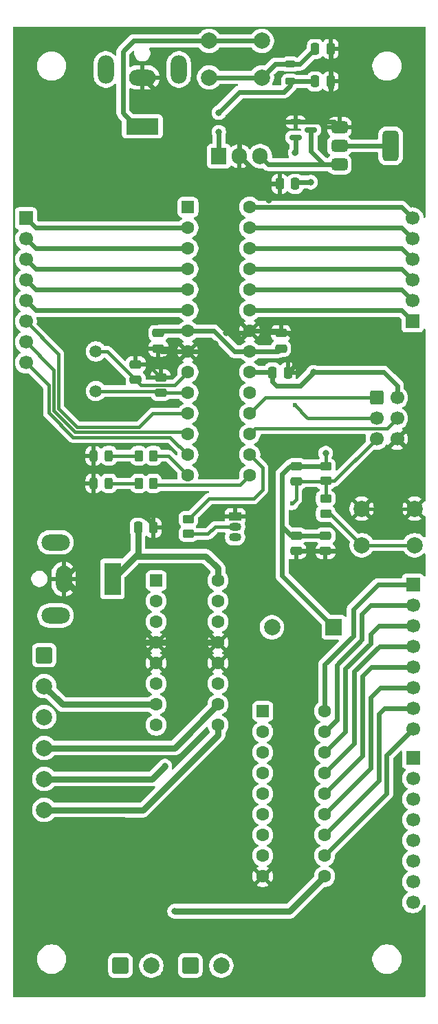
<source format=gbr>
%TF.GenerationSoftware,KiCad,Pcbnew,9.0.7*%
%TF.CreationDate,2026-02-28T16:38:49+05:30*%
%TF.ProjectId,E205 AVR Board design IPD task 1,45323035-2041-4565-9220-426f61726420,rev?*%
%TF.SameCoordinates,Original*%
%TF.FileFunction,Copper,L1,Top*%
%TF.FilePolarity,Positive*%
%FSLAX46Y46*%
G04 Gerber Fmt 4.6, Leading zero omitted, Abs format (unit mm)*
G04 Created by KiCad (PCBNEW 9.0.7) date 2026-02-28 16:38:49*
%MOMM*%
%LPD*%
G01*
G04 APERTURE LIST*
G04 Aperture macros list*
%AMRoundRect*
0 Rectangle with rounded corners*
0 $1 Rounding radius*
0 $2 $3 $4 $5 $6 $7 $8 $9 X,Y pos of 4 corners*
0 Add a 4 corners polygon primitive as box body*
4,1,4,$2,$3,$4,$5,$6,$7,$8,$9,$2,$3,0*
0 Add four circle primitives for the rounded corners*
1,1,$1+$1,$2,$3*
1,1,$1+$1,$4,$5*
1,1,$1+$1,$6,$7*
1,1,$1+$1,$8,$9*
0 Add four rect primitives between the rounded corners*
20,1,$1+$1,$2,$3,$4,$5,0*
20,1,$1+$1,$4,$5,$6,$7,0*
20,1,$1+$1,$6,$7,$8,$9,0*
20,1,$1+$1,$8,$9,$2,$3,0*%
G04 Aperture macros list end*
%TA.AperFunction,ComponentPad*%
%ADD10R,1.700000X1.700000*%
%TD*%
%TA.AperFunction,ComponentPad*%
%ADD11C,1.700000*%
%TD*%
%TA.AperFunction,SMDPad,CuDef*%
%ADD12RoundRect,0.250000X-0.450000X0.262500X-0.450000X-0.262500X0.450000X-0.262500X0.450000X0.262500X0*%
%TD*%
%TA.AperFunction,ComponentPad*%
%ADD13RoundRect,0.250000X-0.550000X-0.550000X0.550000X-0.550000X0.550000X0.550000X-0.550000X0.550000X0*%
%TD*%
%TA.AperFunction,ComponentPad*%
%ADD14C,1.600000*%
%TD*%
%TA.AperFunction,SMDPad,CuDef*%
%ADD15RoundRect,0.250000X-0.475000X0.250000X-0.475000X-0.250000X0.475000X-0.250000X0.475000X0.250000X0*%
%TD*%
%TA.AperFunction,SMDPad,CuDef*%
%ADD16RoundRect,0.375000X-0.625000X-0.375000X0.625000X-0.375000X0.625000X0.375000X-0.625000X0.375000X0*%
%TD*%
%TA.AperFunction,SMDPad,CuDef*%
%ADD17RoundRect,0.500000X-0.500000X-1.400000X0.500000X-1.400000X0.500000X1.400000X-0.500000X1.400000X0*%
%TD*%
%TA.AperFunction,SMDPad,CuDef*%
%ADD18RoundRect,0.250000X0.262500X0.450000X-0.262500X0.450000X-0.262500X-0.450000X0.262500X-0.450000X0*%
%TD*%
%TA.AperFunction,ComponentPad*%
%ADD19RoundRect,0.250000X-0.750000X-0.750000X0.750000X-0.750000X0.750000X0.750000X-0.750000X0.750000X0*%
%TD*%
%TA.AperFunction,ComponentPad*%
%ADD20C,2.000000*%
%TD*%
%TA.AperFunction,SMDPad,CuDef*%
%ADD21RoundRect,0.250000X-0.250000X-0.475000X0.250000X-0.475000X0.250000X0.475000X-0.250000X0.475000X0*%
%TD*%
%TA.AperFunction,SMDPad,CuDef*%
%ADD22RoundRect,0.250000X0.475000X-0.250000X0.475000X0.250000X-0.475000X0.250000X-0.475000X-0.250000X0*%
%TD*%
%TA.AperFunction,SMDPad,CuDef*%
%ADD23RoundRect,0.150000X-0.587500X-0.150000X0.587500X-0.150000X0.587500X0.150000X-0.587500X0.150000X0*%
%TD*%
%TA.AperFunction,SMDPad,CuDef*%
%ADD24RoundRect,0.243750X-0.243750X-0.456250X0.243750X-0.456250X0.243750X0.456250X-0.243750X0.456250X0*%
%TD*%
%TA.AperFunction,ComponentPad*%
%ADD25R,4.000000X2.000000*%
%TD*%
%TA.AperFunction,ComponentPad*%
%ADD26O,3.300000X2.000000*%
%TD*%
%TA.AperFunction,ComponentPad*%
%ADD27O,2.000000X3.500000*%
%TD*%
%TA.AperFunction,ComponentPad*%
%ADD28RoundRect,0.250000X-0.600000X-0.600000X0.600000X-0.600000X0.600000X0.600000X-0.600000X0.600000X0*%
%TD*%
%TA.AperFunction,ComponentPad*%
%ADD29R,2.000000X2.000000*%
%TD*%
%TA.AperFunction,SMDPad,CuDef*%
%ADD30RoundRect,0.218750X-0.381250X0.218750X-0.381250X-0.218750X0.381250X-0.218750X0.381250X0.218750X0*%
%TD*%
%TA.AperFunction,ComponentPad*%
%ADD31R,1.905000X2.000000*%
%TD*%
%TA.AperFunction,ComponentPad*%
%ADD32O,1.905000X2.000000*%
%TD*%
%TA.AperFunction,ComponentPad*%
%ADD33R,2.000000X4.000000*%
%TD*%
%TA.AperFunction,ComponentPad*%
%ADD34O,2.000000X3.300000*%
%TD*%
%TA.AperFunction,ComponentPad*%
%ADD35O,3.500000X2.000000*%
%TD*%
%TA.AperFunction,ComponentPad*%
%ADD36C,1.500000*%
%TD*%
%TA.AperFunction,SMDPad,CuDef*%
%ADD37RoundRect,0.250000X0.250000X0.475000X-0.250000X0.475000X-0.250000X-0.475000X0.250000X-0.475000X0*%
%TD*%
%TA.AperFunction,ComponentPad*%
%ADD38RoundRect,0.250000X-0.750000X0.750000X-0.750000X-0.750000X0.750000X-0.750000X0.750000X0.750000X0*%
%TD*%
%TA.AperFunction,ComponentPad*%
%ADD39R,1.500000X1.050000*%
%TD*%
%TA.AperFunction,ComponentPad*%
%ADD40O,1.500000X1.050000*%
%TD*%
%TA.AperFunction,ViaPad*%
%ADD41C,0.800000*%
%TD*%
%TA.AperFunction,ViaPad*%
%ADD42C,0.600000*%
%TD*%
%TA.AperFunction,Conductor*%
%ADD43C,0.600000*%
%TD*%
%TA.AperFunction,Conductor*%
%ADD44C,0.400000*%
%TD*%
%TA.AperFunction,Conductor*%
%ADD45C,0.800000*%
%TD*%
G04 APERTURE END LIST*
D10*
%TO.P,J9,1,Pin_1*%
%TO.N,Net-(J9-Pin_1)*%
X122600000Y-125270000D03*
D11*
%TO.P,J9,2,Pin_2*%
%TO.N,Net-(J9-Pin_2)*%
X122600000Y-127810000D03*
%TO.P,J9,3,Pin_3*%
%TO.N,Net-(J9-Pin_3)*%
X122600000Y-130350000D03*
%TO.P,J9,4,Pin_4*%
%TO.N,Net-(J9-Pin_4)*%
X122600000Y-132890000D03*
%TO.P,J9,5,Pin_5*%
%TO.N,Net-(J9-Pin_5)*%
X122600000Y-135430000D03*
%TO.P,J9,6,Pin_6*%
%TO.N,Net-(J9-Pin_6)*%
X122600000Y-137970000D03*
%TO.P,J9,7,Pin_7*%
%TO.N,Net-(J9-Pin_7)*%
X122600000Y-140510000D03*
%TO.P,J9,8,Pin_8*%
%TO.N,Net-(J9-Pin_8)*%
X122600000Y-143050000D03*
%TD*%
D12*
%TO.P,R2,1*%
%TO.N,+5V*%
X111850000Y-89367500D03*
%TO.P,R2,2*%
%TO.N,RESET*%
X111850000Y-91192500D03*
%TD*%
D13*
%TO.P,U1,1,~{RESET}/PC6*%
%TO.N,RESET*%
X94885000Y-57480000D03*
D14*
%TO.P,U1,2,PD0*%
%TO.N,Net-(J3-Pin_1)*%
X94885000Y-60020000D03*
%TO.P,U1,3,PD1*%
%TO.N,Net-(J3-Pin_2)*%
X94885000Y-62560000D03*
%TO.P,U1,4,PD2*%
%TO.N,Net-(J3-Pin_3)*%
X94885000Y-65100000D03*
%TO.P,U1,5,PD3*%
%TO.N,Net-(J3-Pin_4)*%
X94885000Y-67640000D03*
%TO.P,U1,6,PD4*%
%TO.N,Net-(J3-Pin_5)*%
X94885000Y-70180000D03*
%TO.P,U1,7,VCC*%
%TO.N,+5V*%
X94885000Y-72720000D03*
%TO.P,U1,8,GND*%
%TO.N,GND*%
X94885000Y-75260000D03*
%TO.P,U1,9,XTAL1/PB6*%
%TO.N,Net-(U1-XTAL1{slash}PB6)*%
X94885000Y-77800000D03*
%TO.P,U1,10,XTAL2/PB7*%
%TO.N,Net-(U1-XTAL2{slash}PB7)*%
X94885000Y-80340000D03*
%TO.P,U1,11,PD5*%
%TO.N,Net-(J3-Pin_6)*%
X94885000Y-82880000D03*
%TO.P,U1,12,PD6*%
%TO.N,Net-(J3-Pin_7)*%
X94885000Y-85420000D03*
%TO.P,U1,13,PD7*%
%TO.N,Net-(J3-Pin_8)*%
X94885000Y-87960000D03*
%TO.P,U1,14,PB0*%
%TO.N,GPIO_FLAG_1*%
X94885000Y-90500000D03*
%TO.P,U1,15,PB1*%
%TO.N,GPIO_FLAG_2*%
X102505000Y-90500000D03*
%TO.P,U1,16,PB2*%
%TO.N,PWM1*%
X102505000Y-87960000D03*
%TO.P,U1,17,PB3*%
%TO.N,MOSI*%
X102505000Y-85420000D03*
%TO.P,U1,18,PB4*%
%TO.N,MISO*%
X102505000Y-82880000D03*
%TO.P,U1,19,PB5*%
%TO.N,SCK*%
X102505000Y-80340000D03*
%TO.P,U1,20,AVCC*%
%TO.N,+5V*%
X102505000Y-77800000D03*
%TO.P,U1,21,AREF*%
X102505000Y-75260000D03*
%TO.P,U1,22,GND*%
%TO.N,GND*%
X102505000Y-72720000D03*
%TO.P,U1,23,PC0*%
%TO.N,Net-(J2-Pin_1)*%
X102505000Y-70180000D03*
%TO.P,U1,24,PC1*%
%TO.N,Net-(J2-Pin_2)*%
X102505000Y-67640000D03*
%TO.P,U1,25,PC2*%
%TO.N,Net-(J2-Pin_3)*%
X102505000Y-65100000D03*
%TO.P,U1,26,PC3*%
%TO.N,Net-(J2-Pin_4)*%
X102505000Y-62560000D03*
%TO.P,U1,27,PC4*%
%TO.N,Net-(J2-Pin_5)*%
X102505000Y-60020000D03*
%TO.P,U1,28,PC5*%
%TO.N,Net-(J2-Pin_6)*%
X102505000Y-57480000D03*
%TD*%
D15*
%TO.P,C4,1*%
%TO.N,+5V*%
X91250000Y-72980000D03*
%TO.P,C4,2*%
%TO.N,GND*%
X91250000Y-74880000D03*
%TD*%
D16*
%TO.P,U3,1,GND*%
%TO.N,GND*%
X113550000Y-47625000D03*
%TO.P,U3,2,VO*%
%TO.N,+3V3*%
X113550000Y-49925000D03*
D17*
X119850000Y-49925000D03*
D16*
%TO.P,U3,3,VI*%
%TO.N,Net-(Q1-D)*%
X113550000Y-52225000D03*
%TD*%
D18*
%TO.P,R3,1*%
%TO.N,GPIO_FLAG_1*%
X90650000Y-88080000D03*
%TO.P,R3,2*%
%TO.N,Net-(D2-A)*%
X88825000Y-88080000D03*
%TD*%
D19*
%TO.P,J7,1,Pin_1*%
%TO.N,Net-(J7-Pin_1)*%
X86580000Y-150850000D03*
D20*
%TO.P,J7,2,Pin_2*%
%TO.N,Net-(J7-Pin_2)*%
X90390000Y-150850000D03*
%TD*%
%TO.P,SW1,1,1*%
%TO.N,Net-(R1-Pad2)*%
X122800000Y-99100000D03*
X116300000Y-99100000D03*
%TO.P,SW1,2,2*%
%TO.N,GND*%
X122800000Y-94600000D03*
X116300000Y-94600000D03*
%TD*%
D21*
%TO.P,C10,1*%
%TO.N,Net-(U2-IN)*%
X110550000Y-42000000D03*
%TO.P,C10,2*%
%TO.N,GND*%
X112450000Y-42000000D03*
%TD*%
D22*
%TO.P,C8,1*%
%TO.N,Net-(U1-XTAL1{slash}PB6)*%
X88450000Y-78730000D03*
%TO.P,C8,2*%
%TO.N,GND*%
X88450000Y-76830000D03*
%TD*%
D23*
%TO.P,Q1,1,G*%
%TO.N,GND*%
X108162500Y-47000000D03*
%TO.P,Q1,2,S*%
%TO.N,+5V*%
X108162500Y-48900000D03*
%TO.P,Q1,3,D*%
%TO.N,Net-(Q1-D)*%
X110037500Y-47950000D03*
%TD*%
D24*
%TO.P,D2,1,K*%
%TO.N,GND*%
X83275000Y-88080000D03*
%TO.P,D2,2,A*%
%TO.N,Net-(D2-A)*%
X85150000Y-88080000D03*
%TD*%
D25*
%TO.P,J4,1*%
%TO.N,Net-(J4-Pad1)*%
X89280000Y-47520000D03*
D26*
%TO.P,J4,2*%
%TO.N,GND*%
X89280000Y-41520000D03*
D27*
%TO.P,J4,MP*%
%TO.N,N/C*%
X93780000Y-40520000D03*
X84780000Y-40520000D03*
%TD*%
D13*
%TO.P,U5,1,I1*%
%TO.N,Net-(J9-Pin_1)*%
X104100000Y-119550000D03*
D14*
%TO.P,U5,2,I2*%
%TO.N,Net-(J9-Pin_2)*%
X104100000Y-122090000D03*
%TO.P,U5,3,I3*%
%TO.N,Net-(J9-Pin_3)*%
X104100000Y-124630000D03*
%TO.P,U5,4,I4*%
%TO.N,Net-(J9-Pin_4)*%
X104100000Y-127170000D03*
%TO.P,U5,5,I5*%
%TO.N,Net-(J9-Pin_5)*%
X104100000Y-129710000D03*
%TO.P,U5,6,I6*%
%TO.N,Net-(J9-Pin_6)*%
X104100000Y-132250000D03*
%TO.P,U5,7,I7*%
%TO.N,Net-(J9-Pin_7)*%
X104100000Y-134790000D03*
%TO.P,U5,8,I8*%
%TO.N,Net-(J9-Pin_8)*%
X104100000Y-137330000D03*
%TO.P,U5,9,GND*%
%TO.N,GND*%
X104100000Y-139870000D03*
%TO.P,U5,10,COM*%
%TO.N,+12V*%
X111720000Y-139870000D03*
%TO.P,U5,11,O8*%
%TO.N,Net-(J10-Pin_8)*%
X111720000Y-137330000D03*
%TO.P,U5,12,O7*%
%TO.N,Net-(J10-Pin_7)*%
X111720000Y-134790000D03*
%TO.P,U5,13,O6*%
%TO.N,Net-(J10-Pin_6)*%
X111720000Y-132250000D03*
%TO.P,U5,14,O5*%
%TO.N,Net-(J10-Pin_5)*%
X111720000Y-129710000D03*
%TO.P,U5,15,O4*%
%TO.N,Net-(J10-Pin_4)*%
X111720000Y-127170000D03*
%TO.P,U5,16,O3*%
%TO.N,Net-(J10-Pin_3)*%
X111720000Y-124630000D03*
%TO.P,U5,17,O2*%
%TO.N,Net-(J10-Pin_2)*%
X111720000Y-122090000D03*
%TO.P,U5,18,O1*%
%TO.N,Net-(J10-Pin_1)*%
X111720000Y-119550000D03*
%TD*%
D24*
%TO.P,D3,1,K*%
%TO.N,GND*%
X83275000Y-91480000D03*
%TO.P,D3,2,A*%
%TO.N,Net-(D3-A)*%
X85150000Y-91480000D03*
%TD*%
D28*
%TO.P,J1,1,MISO*%
%TO.N,MISO*%
X118110000Y-80940000D03*
D11*
%TO.P,J1,2,VCC*%
%TO.N,+5V*%
X120650000Y-80940000D03*
%TO.P,J1,3,SCK*%
%TO.N,SCK*%
X118110000Y-83480000D03*
%TO.P,J1,4,MOSI*%
%TO.N,MOSI*%
X120650000Y-83480000D03*
%TO.P,J1,5,~{RST}*%
%TO.N,RESET*%
X118110000Y-86020000D03*
%TO.P,J1,6,GND*%
%TO.N,GND*%
X120650000Y-86020000D03*
%TD*%
D29*
%TO.P,BZ1,1,+*%
%TO.N,+5V*%
X112850000Y-109200000D03*
D20*
%TO.P,BZ1,2,-*%
%TO.N,Net-(BZ1--)*%
X105250000Y-109200000D03*
%TD*%
D10*
%TO.P,J3,1,Pin_1*%
%TO.N,Net-(J3-Pin_1)*%
X74950000Y-58850000D03*
D11*
%TO.P,J3,2,Pin_2*%
%TO.N,Net-(J3-Pin_2)*%
X74950000Y-61390000D03*
%TO.P,J3,3,Pin_3*%
%TO.N,Net-(J3-Pin_3)*%
X74950000Y-63930000D03*
%TO.P,J3,4,Pin_4*%
%TO.N,Net-(J3-Pin_4)*%
X74950000Y-66470000D03*
%TO.P,J3,5,Pin_5*%
%TO.N,Net-(J3-Pin_5)*%
X74950000Y-69010000D03*
%TO.P,J3,6,Pin_6*%
%TO.N,Net-(J3-Pin_6)*%
X74950000Y-71550000D03*
%TO.P,J3,7,Pin_7*%
%TO.N,Net-(J3-Pin_7)*%
X74950000Y-74090000D03*
%TO.P,J3,8,Pin_8*%
%TO.N,Net-(J3-Pin_8)*%
X74950000Y-76630000D03*
%TD*%
D30*
%TO.P,FB1,1*%
%TO.N,Net-(C9-Pad1)*%
X107500000Y-39875000D03*
%TO.P,FB1,2*%
%TO.N,Net-(U2-IN)*%
X107500000Y-42000000D03*
%TD*%
D15*
%TO.P,C2,1*%
%TO.N,+5V*%
X111820000Y-97930000D03*
%TO.P,C2,2*%
%TO.N,GND*%
X111820000Y-99830000D03*
%TD*%
D18*
%TO.P,R4,1*%
%TO.N,GPIO_FLAG_2*%
X90650000Y-91480000D03*
%TO.P,R4,2*%
%TO.N,Net-(D3-A)*%
X88825000Y-91480000D03*
%TD*%
D10*
%TO.P,J10,1,Pin_1*%
%TO.N,Net-(J10-Pin_1)*%
X122600000Y-103940000D03*
D11*
%TO.P,J10,2,Pin_2*%
%TO.N,Net-(J10-Pin_2)*%
X122600000Y-106480000D03*
%TO.P,J10,3,Pin_3*%
%TO.N,Net-(J10-Pin_3)*%
X122600000Y-109020000D03*
%TO.P,J10,4,Pin_4*%
%TO.N,Net-(J10-Pin_4)*%
X122600000Y-111560000D03*
%TO.P,J10,5,Pin_5*%
%TO.N,Net-(J10-Pin_5)*%
X122600000Y-114100000D03*
%TO.P,J10,6,Pin_6*%
%TO.N,Net-(J10-Pin_6)*%
X122600000Y-116640000D03*
%TO.P,J10,7,Pin_7*%
%TO.N,Net-(J10-Pin_7)*%
X122600000Y-119180000D03*
%TO.P,J10,8,Pin_8*%
%TO.N,Net-(J10-Pin_8)*%
X122600000Y-121720000D03*
%TD*%
D31*
%TO.P,U2,1,IN*%
%TO.N,Net-(U2-IN)*%
X98710000Y-51200000D03*
D32*
%TO.P,U2,2,GND*%
%TO.N,GND*%
X101250000Y-51200000D03*
%TO.P,U2,3,OUT*%
%TO.N,Net-(Q1-D)*%
X103790000Y-51200000D03*
%TD*%
D19*
%TO.P,J8,1,Pin_1*%
%TO.N,Net-(J8-Pin_1)*%
X95190000Y-150850000D03*
D20*
%TO.P,J8,2,Pin_2*%
%TO.N,Net-(J8-Pin_2)*%
X99000000Y-150850000D03*
%TD*%
D33*
%TO.P,J5,1*%
%TO.N,+12V*%
X85600000Y-103250000D03*
D34*
%TO.P,J5,2*%
%TO.N,GND*%
X79600000Y-103250000D03*
D35*
%TO.P,J5,MP*%
%TO.N,N/C*%
X78600000Y-98750000D03*
X78600000Y-107750000D03*
%TD*%
D20*
%TO.P,SW2,1,1*%
%TO.N,Net-(J4-Pad1)*%
X97500000Y-37000000D03*
X104000000Y-37000000D03*
%TO.P,SW2,2,2*%
%TO.N,Net-(C9-Pad1)*%
X97500000Y-41500000D03*
X104000000Y-41500000D03*
%TD*%
D10*
%TO.P,J2,1,Pin_1*%
%TO.N,Net-(J2-Pin_1)*%
X122550000Y-71550000D03*
D11*
%TO.P,J2,2,Pin_2*%
%TO.N,Net-(J2-Pin_2)*%
X122550000Y-69010000D03*
%TO.P,J2,3,Pin_3*%
%TO.N,Net-(J2-Pin_3)*%
X122550000Y-66470000D03*
%TO.P,J2,4,Pin_4*%
%TO.N,Net-(J2-Pin_4)*%
X122550000Y-63930000D03*
%TO.P,J2,5,Pin_5*%
%TO.N,Net-(J2-Pin_5)*%
X122550000Y-61390000D03*
%TO.P,J2,6,Pin_6*%
%TO.N,Net-(J2-Pin_6)*%
X122550000Y-58850000D03*
%TD*%
D15*
%TO.P,C3,1*%
%TO.N,+5V*%
X108250000Y-97930000D03*
%TO.P,C3,2*%
%TO.N,GND*%
X108250000Y-99830000D03*
%TD*%
D12*
%TO.P,R5,1*%
%TO.N,PWM1*%
X94950000Y-95875000D03*
%TO.P,R5,2*%
%TO.N,Net-(Q2-G)*%
X94950000Y-97700000D03*
%TD*%
D21*
%TO.P,C9,1*%
%TO.N,Net-(C9-Pad1)*%
X110550000Y-37990000D03*
%TO.P,C9,2*%
%TO.N,GND*%
X112450000Y-37990000D03*
%TD*%
D22*
%TO.P,C1,1*%
%TO.N,+5V*%
X106350000Y-74880000D03*
%TO.P,C1,2*%
%TO.N,GND*%
X106350000Y-72980000D03*
%TD*%
D36*
%TO.P,Y1,1,1*%
%TO.N,Net-(U1-XTAL2{slash}PB7)*%
X83550000Y-80120000D03*
%TO.P,Y1,2,2*%
%TO.N,Net-(U1-XTAL1{slash}PB6)*%
X83550000Y-75240000D03*
%TD*%
D22*
%TO.P,C6,1*%
%TO.N,Net-(U1-XTAL2{slash}PB7)*%
X91550000Y-80330000D03*
%TO.P,C6,2*%
%TO.N,GND*%
X91550000Y-78430000D03*
%TD*%
D37*
%TO.P,C7,1*%
%TO.N,+5V*%
X108100000Y-54600000D03*
%TO.P,C7,2*%
%TO.N,GND*%
X106200000Y-54600000D03*
%TD*%
D21*
%TO.P,C5,1*%
%TO.N,+5V*%
X105300000Y-77830000D03*
%TO.P,C5,2*%
%TO.N,GND*%
X107200000Y-77830000D03*
%TD*%
D13*
%TO.P,U4,1,EN1\u002C2*%
%TO.N,Net-(J6-Pin_3)*%
X90980000Y-103460000D03*
D14*
%TO.P,U4,2,1A*%
%TO.N,Net-(J6-Pin_1)*%
X90980000Y-106000000D03*
%TO.P,U4,3,1Y*%
%TO.N,Net-(J7-Pin_1)*%
X90980000Y-108540000D03*
%TO.P,U4,4,GND*%
%TO.N,GND*%
X90980000Y-111080000D03*
%TO.P,U4,5,GND*%
X90980000Y-113620000D03*
%TO.P,U4,6,2Y*%
%TO.N,Net-(J7-Pin_2)*%
X90980000Y-116160000D03*
%TO.P,U4,7,2A*%
%TO.N,Net-(J6-Pin_2)*%
X90980000Y-118700000D03*
%TO.P,U4,8,VCC2*%
%TO.N,+12V*%
X90980000Y-121240000D03*
%TO.P,U4,9,EN3\u002C4*%
%TO.N,Net-(J6-Pin_6)*%
X98600000Y-121240000D03*
%TO.P,U4,10,3A*%
%TO.N,Net-(J6-Pin_4)*%
X98600000Y-118700000D03*
%TO.P,U4,11,3Y*%
%TO.N,Net-(J8-Pin_1)*%
X98600000Y-116160000D03*
%TO.P,U4,12,GND*%
%TO.N,GND*%
X98600000Y-113620000D03*
%TO.P,U4,13,GND*%
X98600000Y-111080000D03*
%TO.P,U4,14,4Y*%
%TO.N,Net-(J8-Pin_2)*%
X98600000Y-108540000D03*
%TO.P,U4,15,4A*%
%TO.N,Net-(J6-Pin_5)*%
X98600000Y-106000000D03*
%TO.P,U4,16,VCC1*%
%TO.N,+12V*%
X98600000Y-103460000D03*
%TD*%
D12*
%TO.P,R1,1*%
%TO.N,RESET*%
X111850000Y-93367500D03*
%TO.P,R1,2*%
%TO.N,Net-(R1-Pad2)*%
X111850000Y-95192500D03*
%TD*%
D38*
%TO.P,J6,1,Pin_1*%
%TO.N,Net-(J6-Pin_1)*%
X77200000Y-112640000D03*
D20*
%TO.P,J6,2,Pin_2*%
%TO.N,Net-(J6-Pin_2)*%
X77200000Y-116450000D03*
%TO.P,J6,3,Pin_3*%
%TO.N,Net-(J6-Pin_3)*%
X77200000Y-120260000D03*
%TO.P,J6,4,Pin_4*%
%TO.N,Net-(J6-Pin_4)*%
X77200000Y-124070000D03*
%TO.P,J6,5,Pin_5*%
%TO.N,Net-(J6-Pin_5)*%
X77200000Y-127880000D03*
%TO.P,J6,6,Pin_6*%
%TO.N,Net-(J6-Pin_6)*%
X77200000Y-131690000D03*
%TD*%
D15*
%TO.P,D1,1,K*%
%TO.N,+5V*%
X108250000Y-89355000D03*
%TO.P,D1,2,A*%
%TO.N,RESET*%
X108250000Y-91255000D03*
%TD*%
D21*
%TO.P,C11,1*%
%TO.N,+12V*%
X88750000Y-96950000D03*
%TO.P,C11,2*%
%TO.N,GND*%
X90650000Y-96950000D03*
%TD*%
D39*
%TO.P,Q2,1,S*%
%TO.N,GND*%
X100700000Y-95560000D03*
D40*
%TO.P,Q2,2,G*%
%TO.N,Net-(Q2-G)*%
X100700000Y-96830000D03*
%TO.P,Q2,3,D*%
%TO.N,Net-(BZ1--)*%
X100700000Y-98100000D03*
%TD*%
D41*
%TO.N,+5V*%
X108100000Y-50800000D03*
X111850000Y-87780000D03*
X110350000Y-77800000D03*
X110000000Y-54400000D03*
%TO.N,GND*%
X98250000Y-74330000D03*
D42*
X81750000Y-88080000D03*
D41*
X113650000Y-99730000D03*
X99650000Y-72930000D03*
X104900000Y-56580000D03*
%TO.N,Net-(U2-IN)*%
X98700000Y-45850000D03*
X98700000Y-48250000D03*
%TO.N,+12V*%
X93250000Y-144150000D03*
D42*
%TO.N,RESET*%
X107700000Y-93980000D03*
%TO.N,SCK*%
X108050000Y-81880000D03*
D41*
%TO.N,Net-(J6-Pin_5)*%
X92050000Y-126300000D03*
%TD*%
D43*
%TO.N,Net-(U2-IN)*%
X107500000Y-42000000D02*
X110550000Y-42000000D01*
%TO.N,+5V*%
X94885000Y-72720000D02*
X91510000Y-72720000D01*
X120650000Y-79430000D02*
X120650000Y-80940000D01*
X108720000Y-79430000D02*
X105800000Y-79430000D01*
X106500000Y-96800000D02*
X106500000Y-90300000D01*
X111837500Y-89355000D02*
X111850000Y-89367500D01*
X110350000Y-77800000D02*
X108720000Y-79430000D01*
X107630000Y-97930000D02*
X106500000Y-96800000D01*
X91510000Y-72720000D02*
X91250000Y-72980000D01*
X108162500Y-48900000D02*
X108162500Y-50737500D01*
X108300000Y-54400000D02*
X108100000Y-54600000D01*
X107445000Y-89355000D02*
X108250000Y-89355000D01*
X108162500Y-50737500D02*
X108100000Y-50800000D01*
X119020000Y-77800000D02*
X120650000Y-79430000D01*
X105970000Y-75260000D02*
X106350000Y-74880000D01*
X111820000Y-97930000D02*
X108250000Y-97930000D01*
X106500000Y-90300000D02*
X107445000Y-89355000D01*
X102505000Y-77800000D02*
X105270000Y-77800000D01*
X102505000Y-75260000D02*
X100630000Y-75260000D01*
X102505000Y-75260000D02*
X105970000Y-75260000D01*
X108250000Y-89355000D02*
X111837500Y-89355000D01*
X98090000Y-72720000D02*
X94885000Y-72720000D01*
X105270000Y-77800000D02*
X105300000Y-77830000D01*
X108250000Y-97930000D02*
X107630000Y-97930000D01*
D44*
X111850000Y-87780000D02*
X111850000Y-89367500D01*
D43*
X105300000Y-78930000D02*
X105300000Y-77830000D01*
X110000000Y-54400000D02*
X108300000Y-54400000D01*
X106500000Y-96800000D02*
X106500000Y-102850000D01*
X110350000Y-77800000D02*
X119020000Y-77800000D01*
X105800000Y-79430000D02*
X105300000Y-78930000D01*
X106500000Y-102850000D02*
X112850000Y-109200000D01*
X100630000Y-75260000D02*
X98090000Y-72720000D01*
%TO.N,GND*%
X101250000Y-47850000D02*
X101250000Y-51200000D01*
X113550000Y-99830000D02*
X113650000Y-99730000D01*
X104900000Y-56580000D02*
X104700000Y-56380000D01*
D45*
X87430000Y-111080000D02*
X79600000Y-103250000D01*
D43*
X104700000Y-54650000D02*
X104650000Y-54600000D01*
X94885000Y-75260000D02*
X97320000Y-75260000D01*
X94760000Y-47000000D02*
X100400000Y-47000000D01*
X100400000Y-47000000D02*
X108162500Y-47000000D01*
X102505000Y-72720000D02*
X106090000Y-72720000D01*
X108000000Y-73730000D02*
X107250000Y-72980000D01*
X106090000Y-72720000D02*
X106350000Y-72980000D01*
D44*
X83275000Y-91480000D02*
X83275000Y-88080000D01*
D43*
X102295000Y-72930000D02*
X102505000Y-72720000D01*
X101250000Y-51200000D02*
X104650000Y-54600000D01*
X112450000Y-42000000D02*
X112450000Y-43950000D01*
X104650000Y-54600000D02*
X106200000Y-54600000D01*
X107200000Y-77830000D02*
X108000000Y-77030000D01*
X120650000Y-86020000D02*
X122800000Y-88170000D01*
X113550000Y-47625000D02*
X112925000Y-47000000D01*
X107250000Y-72980000D02*
X106350000Y-72980000D01*
X108000000Y-77030000D02*
X108000000Y-73730000D01*
D44*
X88450000Y-76830000D02*
X89950000Y-76830000D01*
D43*
X89250000Y-95150000D02*
X87700000Y-95150000D01*
X109400000Y-47000000D02*
X108162500Y-47000000D01*
X122840000Y-88170000D02*
X123350000Y-88680000D01*
X123350000Y-79080000D02*
X117250000Y-72980000D01*
X108250000Y-99830000D02*
X111820000Y-99830000D01*
D44*
X89950000Y-76830000D02*
X91550000Y-78430000D01*
D43*
X87700000Y-95150000D02*
X79600000Y-103250000D01*
X98250000Y-74330000D02*
X97320000Y-75260000D01*
X91630000Y-75260000D02*
X94885000Y-75260000D01*
X117250000Y-72980000D02*
X106350000Y-72980000D01*
X89280000Y-41520000D02*
X94760000Y-47000000D01*
X104700000Y-56380000D02*
X104700000Y-54650000D01*
X112450000Y-43950000D02*
X109400000Y-47000000D01*
X122800000Y-88170000D02*
X122840000Y-88170000D01*
X112925000Y-47000000D02*
X109400000Y-47000000D01*
X112450000Y-37990000D02*
X112450000Y-42000000D01*
D44*
X116300000Y-94600000D02*
X122800000Y-94600000D01*
D43*
X90650000Y-96950000D02*
X90650000Y-96550000D01*
D44*
X83275000Y-88080000D02*
X81750000Y-88080000D01*
D45*
X90980000Y-111080000D02*
X98600000Y-111080000D01*
X90980000Y-111080000D02*
X87430000Y-111080000D01*
X112450000Y-42725000D02*
X112450000Y-42000000D01*
D43*
X100400000Y-47000000D02*
X101250000Y-47850000D01*
X91250000Y-74880000D02*
X91630000Y-75260000D01*
X111820000Y-99830000D02*
X113550000Y-99830000D01*
X90650000Y-96550000D02*
X89250000Y-95150000D01*
X123350000Y-88680000D02*
X123350000Y-79080000D01*
X99650000Y-72930000D02*
X102295000Y-72930000D01*
D44*
%TO.N,Net-(U1-XTAL2{slash}PB7)*%
X94885000Y-80340000D02*
X91560000Y-80340000D01*
X91200000Y-80330000D02*
X90990000Y-80120000D01*
X91550000Y-80330000D02*
X91200000Y-80330000D01*
X91560000Y-80340000D02*
X91550000Y-80330000D01*
X90990000Y-80120000D02*
X83550000Y-80120000D01*
%TO.N,Net-(U1-XTAL1{slash}PB6)*%
X89149000Y-79429000D02*
X93256000Y-79429000D01*
X88450000Y-78730000D02*
X89149000Y-79429000D01*
X83550000Y-75240000D02*
X84960000Y-75240000D01*
X84960000Y-75240000D02*
X88450000Y-78730000D01*
X93256000Y-79429000D02*
X94885000Y-77800000D01*
D43*
%TO.N,Net-(C9-Pad1)*%
X104000000Y-41500000D02*
X105625000Y-39875000D01*
X97500000Y-41500000D02*
X104000000Y-41500000D01*
X107500000Y-39875000D02*
X108665000Y-39875000D01*
X105625000Y-39875000D02*
X107500000Y-39875000D01*
X108665000Y-39875000D02*
X110550000Y-37990000D01*
%TO.N,Net-(U2-IN)*%
X107500000Y-42500000D02*
X107500000Y-42000000D01*
X101250000Y-43300000D02*
X106700000Y-43300000D01*
X98700000Y-45850000D02*
X101250000Y-43300000D01*
X98710000Y-48260000D02*
X98700000Y-48250000D01*
X106700000Y-43300000D02*
X107500000Y-42500000D01*
X98710000Y-51200000D02*
X98710000Y-48260000D01*
D45*
%TO.N,+12V*%
X88400000Y-100450000D02*
X97100000Y-100450000D01*
X88750000Y-100100000D02*
X88750000Y-96950000D01*
X93250000Y-144150000D02*
X107440000Y-144150000D01*
X98600000Y-101950000D02*
X98600000Y-103460000D01*
X107440000Y-144150000D02*
X111720000Y-139870000D01*
X97100000Y-100450000D02*
X98600000Y-101950000D01*
X85600000Y-103250000D02*
X88400000Y-100450000D01*
X88400000Y-100450000D02*
X88750000Y-100100000D01*
D44*
%TO.N,RESET*%
X108250000Y-91255000D02*
X111787500Y-91255000D01*
X108250000Y-91255000D02*
X108250000Y-93430000D01*
X118110000Y-86020000D02*
X112937500Y-91192500D01*
X108250000Y-93430000D02*
X107700000Y-93980000D01*
X112937500Y-91192500D02*
X111850000Y-91192500D01*
X111850000Y-91192500D02*
X111850000Y-93367500D01*
X111787500Y-91255000D02*
X111850000Y-91192500D01*
%TO.N,Net-(D2-A)*%
X88825000Y-88080000D02*
X85150000Y-88080000D01*
%TO.N,Net-(D3-A)*%
X85150000Y-91480000D02*
X88825000Y-91480000D01*
%TO.N,MOSI*%
X119399000Y-84731000D02*
X120650000Y-83480000D01*
X103194000Y-84731000D02*
X119399000Y-84731000D01*
X102505000Y-85420000D02*
X103194000Y-84731000D01*
%TO.N,MISO*%
X118110000Y-80940000D02*
X104445000Y-80940000D01*
X104445000Y-80940000D02*
X102505000Y-82880000D01*
%TO.N,SCK*%
X109650000Y-83480000D02*
X109550000Y-83380000D01*
X109550000Y-83380000D02*
X108050000Y-81880000D01*
X118110000Y-83480000D02*
X109650000Y-83480000D01*
D43*
%TO.N,Net-(J2-Pin_1)*%
X121180000Y-70180000D02*
X122550000Y-71550000D01*
X102505000Y-70180000D02*
X121180000Y-70180000D01*
%TO.N,Net-(J2-Pin_2)*%
X121180000Y-67640000D02*
X122550000Y-69010000D01*
X102505000Y-67640000D02*
X121180000Y-67640000D01*
%TO.N,Net-(J2-Pin_6)*%
X102505000Y-57480000D02*
X121180000Y-57480000D01*
X121180000Y-57480000D02*
X122550000Y-58850000D01*
%TO.N,Net-(J2-Pin_3)*%
X121180000Y-65100000D02*
X102505000Y-65100000D01*
X122550000Y-66470000D02*
X121180000Y-65100000D01*
%TO.N,Net-(J2-Pin_4)*%
X102505000Y-62560000D02*
X121180000Y-62560000D01*
X121180000Y-62560000D02*
X122550000Y-63930000D01*
%TO.N,Net-(J2-Pin_5)*%
X121180000Y-60020000D02*
X102505000Y-60020000D01*
X122550000Y-61390000D02*
X121180000Y-60020000D01*
%TO.N,Net-(J3-Pin_4)*%
X76120000Y-67640000D02*
X94885000Y-67640000D01*
X74950000Y-66470000D02*
X76120000Y-67640000D01*
D44*
%TO.N,Net-(J3-Pin_7)*%
X78349000Y-82528942D02*
X78349000Y-77489000D01*
X94885000Y-85420000D02*
X94885000Y-85415000D01*
X94885000Y-85415000D02*
X94650000Y-85180000D01*
X94650000Y-85180000D02*
X94649000Y-85181000D01*
X94649000Y-85181000D02*
X81001058Y-85181000D01*
X81001058Y-85181000D02*
X78349000Y-82528942D01*
X78349000Y-77489000D02*
X74950000Y-74090000D01*
%TO.N,Net-(J3-Pin_8)*%
X77748000Y-79428000D02*
X77748000Y-82777884D01*
X80752116Y-85782000D02*
X92707000Y-85782000D01*
X92707000Y-85782000D02*
X94885000Y-87960000D01*
X74950000Y-76630000D02*
X77748000Y-79428000D01*
X77748000Y-82777884D02*
X80752116Y-85782000D01*
D43*
%TO.N,Net-(J3-Pin_1)*%
X94885000Y-60020000D02*
X76120000Y-60020000D01*
X76120000Y-60020000D02*
X74950000Y-58850000D01*
%TO.N,Net-(J3-Pin_5)*%
X74950000Y-69010000D02*
X76120000Y-70180000D01*
X76120000Y-70180000D02*
X94885000Y-70180000D01*
%TO.N,Net-(J3-Pin_3)*%
X94885000Y-65100000D02*
X76120000Y-65100000D01*
X76120000Y-65100000D02*
X74950000Y-63930000D01*
%TO.N,Net-(J3-Pin_2)*%
X74950000Y-61390000D02*
X76120000Y-62560000D01*
X76120000Y-62560000D02*
X94885000Y-62560000D01*
D44*
%TO.N,Net-(J3-Pin_6)*%
X90550000Y-82880000D02*
X94885000Y-82880000D01*
X88850000Y-84580000D02*
X90550000Y-82880000D01*
X78950000Y-75550000D02*
X78950000Y-82280000D01*
X74950000Y-71550000D02*
X78950000Y-75550000D01*
X81250000Y-84580000D02*
X88850000Y-84580000D01*
X78950000Y-82280000D02*
X81250000Y-84580000D01*
D43*
%TO.N,Net-(J4-Pad1)*%
X86900000Y-38300000D02*
X86900000Y-45900000D01*
X104000000Y-37000000D02*
X97500000Y-37000000D01*
X88520000Y-47520000D02*
X89280000Y-47520000D01*
X97500000Y-37000000D02*
X88200000Y-37000000D01*
X86900000Y-45900000D02*
X88520000Y-47520000D01*
X88200000Y-37000000D02*
X86900000Y-38300000D01*
D45*
%TO.N,Net-(J6-Pin_4)*%
X93130000Y-124070000D02*
X93150000Y-124050000D01*
X93150000Y-124050000D02*
X93250000Y-124050000D01*
X77200000Y-124070000D02*
X93130000Y-124070000D01*
X93250000Y-124050000D02*
X98600000Y-118700000D01*
%TO.N,Net-(J6-Pin_6)*%
X77200000Y-131690000D02*
X87240000Y-131690000D01*
X87250000Y-131700000D02*
X89350000Y-131700000D01*
X89350000Y-131700000D02*
X98600000Y-122450000D01*
X98600000Y-122450000D02*
X98600000Y-121240000D01*
X87240000Y-131690000D02*
X87250000Y-131700000D01*
%TO.N,Net-(J6-Pin_5)*%
X77200000Y-127880000D02*
X90470000Y-127880000D01*
X91250000Y-127100000D02*
X92050000Y-126300000D01*
X90470000Y-127880000D02*
X91250000Y-127100000D01*
%TO.N,Net-(J6-Pin_2)*%
X90980000Y-118700000D02*
X79450000Y-118700000D01*
X79450000Y-118700000D02*
X77200000Y-116450000D01*
D43*
%TO.N,Net-(J10-Pin_4)*%
X119360000Y-111560000D02*
X122600000Y-111560000D01*
X119350000Y-111550000D02*
X119360000Y-111560000D01*
X118450000Y-111550000D02*
X119350000Y-111550000D01*
X111720000Y-127170000D02*
X115350000Y-123540000D01*
X115350000Y-123540000D02*
X115350000Y-114650000D01*
X115350000Y-114650000D02*
X118450000Y-111550000D01*
%TO.N,Net-(J10-Pin_8)*%
X119350000Y-129700000D02*
X111720000Y-137330000D01*
X119350000Y-124970000D02*
X119350000Y-129700000D01*
X122600000Y-121720000D02*
X119350000Y-124970000D01*
%TO.N,Net-(J10-Pin_3)*%
X117350000Y-111200000D02*
X114250000Y-114300000D01*
X118380000Y-109020000D02*
X117350000Y-110050000D01*
X114250000Y-122100000D02*
X111720000Y-124630000D01*
X122600000Y-109020000D02*
X118380000Y-109020000D01*
X114250000Y-114300000D02*
X114250000Y-122100000D01*
X117350000Y-110050000D02*
X117350000Y-111200000D01*
%TO.N,Net-(J10-Pin_1)*%
X115250000Y-107000000D02*
X118310000Y-103940000D01*
X111720000Y-119550000D02*
X111720000Y-113780000D01*
X118310000Y-103940000D02*
X122600000Y-103940000D01*
X111720000Y-113780000D02*
X115250000Y-110250000D01*
X115250000Y-110250000D02*
X115250000Y-107000000D01*
%TO.N,Net-(J10-Pin_6)*%
X117400000Y-117850000D02*
X117400000Y-126570000D01*
X118610000Y-116640000D02*
X117400000Y-117850000D01*
X117400000Y-126570000D02*
X111720000Y-132250000D01*
X122600000Y-116640000D02*
X118610000Y-116640000D01*
%TO.N,Net-(J10-Pin_5)*%
X122600000Y-114100000D02*
X117500000Y-114100000D01*
X117500000Y-114100000D02*
X116400000Y-115200000D01*
X116400000Y-115200000D02*
X116400000Y-125030000D01*
X116400000Y-125030000D02*
X111720000Y-129710000D01*
%TO.N,Net-(J10-Pin_7)*%
X118400000Y-119900000D02*
X118400000Y-128110000D01*
X119120000Y-119180000D02*
X118400000Y-119900000D01*
X122600000Y-119180000D02*
X119120000Y-119180000D01*
X118400000Y-128110000D02*
X111720000Y-134790000D01*
%TO.N,Net-(J10-Pin_2)*%
X116300000Y-110750000D02*
X113200000Y-113850000D01*
X122600000Y-106480000D02*
X117370000Y-106480000D01*
X113200000Y-113850000D02*
X113200000Y-120610000D01*
X117370000Y-106480000D02*
X116300000Y-107550000D01*
X113200000Y-120610000D02*
X111720000Y-122090000D01*
X116300000Y-107550000D02*
X116300000Y-110750000D01*
%TO.N,Net-(Q1-D)*%
X111625000Y-52225000D02*
X113550000Y-52225000D01*
X104815000Y-52225000D02*
X103790000Y-51200000D01*
X110037500Y-47950000D02*
X110037500Y-50637500D01*
X110037500Y-50637500D02*
X111625000Y-52225000D01*
X113550000Y-52225000D02*
X104815000Y-52225000D01*
D44*
%TO.N,Net-(Q2-G)*%
X97350000Y-97700000D02*
X98220000Y-96830000D01*
X94950000Y-97700000D02*
X97350000Y-97700000D01*
X98220000Y-96830000D02*
X100700000Y-96830000D01*
%TO.N,Net-(R1-Pad2)*%
X122800000Y-99100000D02*
X116300000Y-99100000D01*
X112392500Y-95192500D02*
X116300000Y-99100000D01*
X111850000Y-95192500D02*
X112392500Y-95192500D01*
%TO.N,GPIO_FLAG_1*%
X92465000Y-88080000D02*
X94885000Y-90500000D01*
X90650000Y-88080000D02*
X92465000Y-88080000D01*
%TO.N,GPIO_FLAG_2*%
X90871000Y-91701000D02*
X101304000Y-91701000D01*
X90650000Y-91480000D02*
X90871000Y-91701000D01*
X101304000Y-91701000D02*
X102505000Y-90500000D01*
%TO.N,PWM1*%
X104100000Y-89555000D02*
X104100000Y-92250000D01*
X97475000Y-93350000D02*
X94950000Y-95875000D01*
X103000000Y-93350000D02*
X97475000Y-93350000D01*
X104100000Y-92250000D02*
X103000000Y-93350000D01*
X102505000Y-87960000D02*
X104100000Y-89555000D01*
D43*
%TO.N,+3V3*%
X119850000Y-49925000D02*
X113550000Y-49925000D01*
%TD*%
%TA.AperFunction,Conductor*%
%TO.N,GND*%
G36*
X124082539Y-35260185D02*
G01*
X124128294Y-35312989D01*
X124139500Y-35364500D01*
X124139500Y-58677133D01*
X124119815Y-58744172D01*
X124067011Y-58789927D01*
X123997853Y-58799871D01*
X123934297Y-58770846D01*
X123896523Y-58712068D01*
X123893027Y-58696531D01*
X123891595Y-58687490D01*
X123867246Y-58533757D01*
X123801557Y-58331588D01*
X123705051Y-58142184D01*
X123705049Y-58142181D01*
X123705048Y-58142179D01*
X123580109Y-57970213D01*
X123429786Y-57819890D01*
X123257820Y-57694951D01*
X123068414Y-57598444D01*
X123068413Y-57598443D01*
X123068412Y-57598443D01*
X122866243Y-57532754D01*
X122866241Y-57532753D01*
X122866240Y-57532753D01*
X122704957Y-57507208D01*
X122656287Y-57499500D01*
X122443713Y-57499500D01*
X122443711Y-57499500D01*
X122409310Y-57504948D01*
X122340016Y-57495992D01*
X122302233Y-57470155D01*
X121690292Y-56858213D01*
X121690288Y-56858210D01*
X121559185Y-56770609D01*
X121559172Y-56770602D01*
X121413501Y-56710264D01*
X121413489Y-56710261D01*
X121258845Y-56679500D01*
X121258842Y-56679500D01*
X103594033Y-56679500D01*
X103526994Y-56659815D01*
X103499748Y-56636038D01*
X103496964Y-56632779D01*
X103352213Y-56488028D01*
X103186613Y-56367715D01*
X103186612Y-56367714D01*
X103186610Y-56367713D01*
X103126898Y-56337288D01*
X103004223Y-56274781D01*
X102809534Y-56211522D01*
X102634995Y-56183878D01*
X102607352Y-56179500D01*
X102402648Y-56179500D01*
X102378329Y-56183351D01*
X102200465Y-56211522D01*
X102005776Y-56274781D01*
X101823386Y-56367715D01*
X101657786Y-56488028D01*
X101513028Y-56632786D01*
X101392715Y-56798386D01*
X101299781Y-56980776D01*
X101236522Y-57175465D01*
X101204500Y-57377648D01*
X101204500Y-57582351D01*
X101236522Y-57784534D01*
X101299781Y-57979223D01*
X101351135Y-58080009D01*
X101382812Y-58142179D01*
X101392715Y-58161613D01*
X101513028Y-58327213D01*
X101657786Y-58471971D01*
X101812749Y-58584556D01*
X101823390Y-58592287D01*
X101914840Y-58638883D01*
X101916080Y-58639515D01*
X101966876Y-58687490D01*
X101983671Y-58755311D01*
X101961134Y-58821446D01*
X101916080Y-58860485D01*
X101823386Y-58907715D01*
X101657786Y-59028028D01*
X101513028Y-59172786D01*
X101392715Y-59338386D01*
X101299781Y-59520776D01*
X101236522Y-59715465D01*
X101204500Y-59917648D01*
X101204500Y-60122351D01*
X101236522Y-60324534D01*
X101299781Y-60519223D01*
X101363691Y-60644653D01*
X101382812Y-60682179D01*
X101392715Y-60701613D01*
X101513028Y-60867213D01*
X101657786Y-61011971D01*
X101812749Y-61124556D01*
X101823390Y-61132287D01*
X101914840Y-61178883D01*
X101916080Y-61179515D01*
X101966876Y-61227490D01*
X101983671Y-61295311D01*
X101961134Y-61361446D01*
X101916080Y-61400485D01*
X101823386Y-61447715D01*
X101657786Y-61568028D01*
X101513028Y-61712786D01*
X101392715Y-61878386D01*
X101299781Y-62060776D01*
X101236522Y-62255465D01*
X101204500Y-62457648D01*
X101204500Y-62662351D01*
X101236522Y-62864534D01*
X101299781Y-63059223D01*
X101363691Y-63184653D01*
X101382812Y-63222179D01*
X101392715Y-63241613D01*
X101513028Y-63407213D01*
X101657786Y-63551971D01*
X101812749Y-63664556D01*
X101823390Y-63672287D01*
X101914840Y-63718883D01*
X101916080Y-63719515D01*
X101966876Y-63767490D01*
X101983671Y-63835311D01*
X101961134Y-63901446D01*
X101916080Y-63940485D01*
X101823386Y-63987715D01*
X101657786Y-64108028D01*
X101513028Y-64252786D01*
X101392715Y-64418386D01*
X101299781Y-64600776D01*
X101236522Y-64795465D01*
X101204500Y-64997648D01*
X101204500Y-65202351D01*
X101236522Y-65404534D01*
X101299781Y-65599223D01*
X101363691Y-65724653D01*
X101382812Y-65762179D01*
X101392715Y-65781613D01*
X101513028Y-65947213D01*
X101657786Y-66091971D01*
X101812749Y-66204556D01*
X101823390Y-66212287D01*
X101914840Y-66258883D01*
X101916080Y-66259515D01*
X101966876Y-66307490D01*
X101983671Y-66375311D01*
X101961134Y-66441446D01*
X101916080Y-66480485D01*
X101823386Y-66527715D01*
X101657786Y-66648028D01*
X101513028Y-66792786D01*
X101392715Y-66958386D01*
X101299781Y-67140776D01*
X101236522Y-67335465D01*
X101204500Y-67537648D01*
X101204500Y-67742351D01*
X101236522Y-67944534D01*
X101299781Y-68139223D01*
X101363691Y-68264653D01*
X101382812Y-68302179D01*
X101392715Y-68321613D01*
X101513028Y-68487213D01*
X101657786Y-68631971D01*
X101812749Y-68744556D01*
X101823390Y-68752287D01*
X101914840Y-68798883D01*
X101916080Y-68799515D01*
X101966876Y-68847490D01*
X101983671Y-68915311D01*
X101961134Y-68981446D01*
X101916080Y-69020485D01*
X101823386Y-69067715D01*
X101657786Y-69188028D01*
X101513028Y-69332786D01*
X101392715Y-69498386D01*
X101299781Y-69680776D01*
X101236522Y-69875465D01*
X101204500Y-70077648D01*
X101204500Y-70282351D01*
X101236522Y-70484534D01*
X101299781Y-70679223D01*
X101363691Y-70804653D01*
X101382812Y-70842179D01*
X101392715Y-70861613D01*
X101513028Y-71027213D01*
X101657786Y-71171971D01*
X101823385Y-71292284D01*
X101823387Y-71292285D01*
X101823390Y-71292287D01*
X101900503Y-71331578D01*
X101916630Y-71339795D01*
X101967426Y-71387770D01*
X101984221Y-71455591D01*
X101961684Y-71521725D01*
X101916630Y-71560765D01*
X101823644Y-71608143D01*
X101779077Y-71640523D01*
X101779077Y-71640524D01*
X102458554Y-72320000D01*
X102452339Y-72320000D01*
X102350606Y-72347259D01*
X102259394Y-72399920D01*
X102184920Y-72474394D01*
X102132259Y-72565606D01*
X102105000Y-72667339D01*
X102105000Y-72673553D01*
X101425524Y-71994077D01*
X101425523Y-71994077D01*
X101393143Y-72038644D01*
X101300244Y-72220968D01*
X101237009Y-72415582D01*
X101205000Y-72617682D01*
X101205000Y-72822317D01*
X101237009Y-73024417D01*
X101300244Y-73219031D01*
X101393141Y-73401350D01*
X101393147Y-73401359D01*
X101425523Y-73445921D01*
X101425524Y-73445922D01*
X102105000Y-72766446D01*
X102105000Y-72772661D01*
X102132259Y-72874394D01*
X102184920Y-72965606D01*
X102259394Y-73040080D01*
X102350606Y-73092741D01*
X102452339Y-73120000D01*
X102458553Y-73120000D01*
X101779076Y-73799474D01*
X101823652Y-73831861D01*
X101916628Y-73879234D01*
X101967425Y-73927208D01*
X101984220Y-73995029D01*
X101961683Y-74061164D01*
X101916630Y-74100203D01*
X101823388Y-74147713D01*
X101657786Y-74268028D01*
X101513035Y-74412779D01*
X101510252Y-74416038D01*
X101451742Y-74454227D01*
X101415967Y-74459500D01*
X101012940Y-74459500D01*
X100945901Y-74439815D01*
X100925259Y-74423181D01*
X99202576Y-72700497D01*
X98600292Y-72098213D01*
X98600288Y-72098210D01*
X98469185Y-72010609D01*
X98469172Y-72010602D01*
X98323501Y-71950264D01*
X98323489Y-71950261D01*
X98168845Y-71919500D01*
X98168842Y-71919500D01*
X95974033Y-71919500D01*
X95906994Y-71899815D01*
X95879748Y-71876038D01*
X95876964Y-71872779D01*
X95732213Y-71728028D01*
X95566614Y-71607715D01*
X95560006Y-71604348D01*
X95473917Y-71560483D01*
X95423123Y-71512511D01*
X95406328Y-71444690D01*
X95428865Y-71378555D01*
X95473917Y-71339516D01*
X95566610Y-71292287D01*
X95587770Y-71276913D01*
X95732213Y-71171971D01*
X95732215Y-71171968D01*
X95732219Y-71171966D01*
X95876966Y-71027219D01*
X95876968Y-71027215D01*
X95876971Y-71027213D01*
X95929732Y-70954590D01*
X95997287Y-70861610D01*
X96090220Y-70679219D01*
X96153477Y-70484534D01*
X96185500Y-70282352D01*
X96185500Y-70077648D01*
X96153477Y-69875466D01*
X96090220Y-69680781D01*
X96090218Y-69680778D01*
X96090218Y-69680776D01*
X96056503Y-69614607D01*
X95997287Y-69498390D01*
X95989556Y-69487749D01*
X95876971Y-69332786D01*
X95732213Y-69188028D01*
X95566614Y-69067715D01*
X95558149Y-69063402D01*
X95473917Y-69020483D01*
X95423123Y-68972511D01*
X95406328Y-68904690D01*
X95428865Y-68838555D01*
X95473917Y-68799516D01*
X95566610Y-68752287D01*
X95587770Y-68736913D01*
X95732213Y-68631971D01*
X95732215Y-68631968D01*
X95732219Y-68631966D01*
X95876966Y-68487219D01*
X95876968Y-68487215D01*
X95876971Y-68487213D01*
X95929732Y-68414590D01*
X95997287Y-68321610D01*
X96090220Y-68139219D01*
X96153477Y-67944534D01*
X96185500Y-67742352D01*
X96185500Y-67537648D01*
X96153477Y-67335466D01*
X96090220Y-67140781D01*
X96090218Y-67140778D01*
X96090218Y-67140776D01*
X96056503Y-67074607D01*
X95997287Y-66958390D01*
X95989556Y-66947749D01*
X95876971Y-66792786D01*
X95732213Y-66648028D01*
X95566614Y-66527715D01*
X95558149Y-66523402D01*
X95473917Y-66480483D01*
X95423123Y-66432511D01*
X95406328Y-66364690D01*
X95428865Y-66298555D01*
X95473917Y-66259516D01*
X95566610Y-66212287D01*
X95587770Y-66196913D01*
X95732213Y-66091971D01*
X95732215Y-66091968D01*
X95732219Y-66091966D01*
X95876966Y-65947219D01*
X95876968Y-65947215D01*
X95876971Y-65947213D01*
X95929732Y-65874590D01*
X95997287Y-65781610D01*
X96090220Y-65599219D01*
X96153477Y-65404534D01*
X96185500Y-65202352D01*
X96185500Y-64997648D01*
X96153477Y-64795466D01*
X96090220Y-64600781D01*
X96090218Y-64600778D01*
X96090218Y-64600776D01*
X96056503Y-64534607D01*
X95997287Y-64418390D01*
X95989556Y-64407749D01*
X95876971Y-64252786D01*
X95732213Y-64108028D01*
X95566614Y-63987715D01*
X95558149Y-63983402D01*
X95473917Y-63940483D01*
X95423123Y-63892511D01*
X95406328Y-63824690D01*
X95428865Y-63758555D01*
X95473917Y-63719516D01*
X95566610Y-63672287D01*
X95587770Y-63656913D01*
X95732213Y-63551971D01*
X95732215Y-63551968D01*
X95732219Y-63551966D01*
X95876966Y-63407219D01*
X95876968Y-63407215D01*
X95876971Y-63407213D01*
X95929732Y-63334590D01*
X95997287Y-63241610D01*
X96090220Y-63059219D01*
X96153477Y-62864534D01*
X96185500Y-62662352D01*
X96185500Y-62457648D01*
X96153477Y-62255466D01*
X96090220Y-62060781D01*
X96090218Y-62060778D01*
X96090218Y-62060776D01*
X96056503Y-61994607D01*
X95997287Y-61878390D01*
X95989556Y-61867749D01*
X95876971Y-61712786D01*
X95732213Y-61568028D01*
X95566614Y-61447715D01*
X95558149Y-61443402D01*
X95473917Y-61400483D01*
X95423123Y-61352511D01*
X95406328Y-61284690D01*
X95428865Y-61218555D01*
X95473917Y-61179516D01*
X95566610Y-61132287D01*
X95587770Y-61116913D01*
X95732213Y-61011971D01*
X95732215Y-61011968D01*
X95732219Y-61011966D01*
X95876966Y-60867219D01*
X95876968Y-60867215D01*
X95876971Y-60867213D01*
X95929732Y-60794590D01*
X95997287Y-60701610D01*
X96090220Y-60519219D01*
X96153477Y-60324534D01*
X96185500Y-60122352D01*
X96185500Y-59917648D01*
X96158610Y-59747872D01*
X96153477Y-59715465D01*
X96124127Y-59625137D01*
X96090220Y-59520781D01*
X96090218Y-59520778D01*
X96090218Y-59520776D01*
X96056503Y-59454607D01*
X95997287Y-59338390D01*
X95989556Y-59327749D01*
X95876971Y-59172786D01*
X95732219Y-59028034D01*
X95703231Y-59006973D01*
X95638547Y-58959978D01*
X95595882Y-58904649D01*
X95589903Y-58835036D01*
X95622508Y-58773240D01*
X95672426Y-58741955D01*
X95754334Y-58714814D01*
X95903656Y-58622712D01*
X96027712Y-58498656D01*
X96119814Y-58349334D01*
X96174999Y-58182797D01*
X96185500Y-58080009D01*
X96185499Y-56879992D01*
X96174999Y-56777203D01*
X96119814Y-56610666D01*
X96027712Y-56461344D01*
X95903656Y-56337288D01*
X95754334Y-56245186D01*
X95587797Y-56190001D01*
X95587795Y-56190000D01*
X95485010Y-56179500D01*
X94284998Y-56179500D01*
X94284981Y-56179501D01*
X94182203Y-56190000D01*
X94182200Y-56190001D01*
X94015668Y-56245185D01*
X94015663Y-56245187D01*
X93866342Y-56337289D01*
X93742289Y-56461342D01*
X93650187Y-56610663D01*
X93650185Y-56610668D01*
X93627377Y-56679500D01*
X93595001Y-56777203D01*
X93595001Y-56777204D01*
X93595000Y-56777204D01*
X93584500Y-56879983D01*
X93584500Y-58080001D01*
X93584501Y-58080018D01*
X93595000Y-58182796D01*
X93595001Y-58182799D01*
X93650185Y-58349331D01*
X93650186Y-58349334D01*
X93742288Y-58498656D01*
X93866344Y-58622712D01*
X94015666Y-58714814D01*
X94097570Y-58741954D01*
X94155015Y-58781727D01*
X94181838Y-58846243D01*
X94169523Y-58915018D01*
X94131451Y-58959978D01*
X94037787Y-59028028D01*
X94037782Y-59028032D01*
X93893035Y-59172779D01*
X93890252Y-59176038D01*
X93831742Y-59214227D01*
X93795967Y-59219500D01*
X76502940Y-59219500D01*
X76473499Y-59210855D01*
X76443513Y-59204332D01*
X76438497Y-59200577D01*
X76435901Y-59199815D01*
X76415259Y-59183181D01*
X76336818Y-59104740D01*
X76303333Y-59043417D01*
X76300499Y-59017059D01*
X76300499Y-57952129D01*
X76300498Y-57952123D01*
X76300497Y-57952116D01*
X76294091Y-57892517D01*
X76243796Y-57757669D01*
X76243795Y-57757668D01*
X76243793Y-57757664D01*
X76157547Y-57642455D01*
X76157544Y-57642452D01*
X76042335Y-57556206D01*
X76042328Y-57556202D01*
X75907482Y-57505908D01*
X75907483Y-57505908D01*
X75847883Y-57499501D01*
X75847881Y-57499500D01*
X75847873Y-57499500D01*
X75847864Y-57499500D01*
X74052129Y-57499500D01*
X74052123Y-57499501D01*
X73992516Y-57505908D01*
X73857671Y-57556202D01*
X73857664Y-57556206D01*
X73742455Y-57642452D01*
X73742452Y-57642455D01*
X73656206Y-57757664D01*
X73656202Y-57757671D01*
X73605908Y-57892517D01*
X73599501Y-57952116D01*
X73599501Y-57952123D01*
X73599500Y-57952135D01*
X73599500Y-59747870D01*
X73599501Y-59747876D01*
X73605908Y-59807483D01*
X73656202Y-59942328D01*
X73656206Y-59942335D01*
X73742452Y-60057544D01*
X73742455Y-60057547D01*
X73857664Y-60143793D01*
X73857671Y-60143797D01*
X73989082Y-60192810D01*
X74045016Y-60234681D01*
X74069433Y-60300145D01*
X74054582Y-60368418D01*
X74033431Y-60396673D01*
X73919889Y-60510215D01*
X73794951Y-60682179D01*
X73698444Y-60871585D01*
X73632753Y-61073760D01*
X73621908Y-61142233D01*
X73599500Y-61283713D01*
X73599500Y-61496287D01*
X73632754Y-61706243D01*
X73688688Y-61878390D01*
X73698444Y-61908414D01*
X73794951Y-62097820D01*
X73919890Y-62269786D01*
X74070213Y-62420109D01*
X74242182Y-62545050D01*
X74250946Y-62549516D01*
X74301742Y-62597491D01*
X74318536Y-62665312D01*
X74295998Y-62731447D01*
X74250946Y-62770484D01*
X74242182Y-62774949D01*
X74070213Y-62899890D01*
X73919890Y-63050213D01*
X73794951Y-63222179D01*
X73698444Y-63411585D01*
X73632753Y-63613760D01*
X73621908Y-63682233D01*
X73599500Y-63823713D01*
X73599500Y-64036287D01*
X73632754Y-64246243D01*
X73688688Y-64418390D01*
X73698444Y-64448414D01*
X73794951Y-64637820D01*
X73919890Y-64809786D01*
X74070213Y-64960109D01*
X74242182Y-65085050D01*
X74250946Y-65089516D01*
X74301742Y-65137491D01*
X74318536Y-65205312D01*
X74295998Y-65271447D01*
X74250946Y-65310484D01*
X74242182Y-65314949D01*
X74070213Y-65439890D01*
X73919890Y-65590213D01*
X73794951Y-65762179D01*
X73698444Y-65951585D01*
X73632753Y-66153760D01*
X73621908Y-66222233D01*
X73599500Y-66363713D01*
X73599500Y-66576287D01*
X73632754Y-66786243D01*
X73688688Y-66958390D01*
X73698444Y-66988414D01*
X73794951Y-67177820D01*
X73919890Y-67349786D01*
X74070213Y-67500109D01*
X74242182Y-67625050D01*
X74250946Y-67629516D01*
X74301742Y-67677491D01*
X74318536Y-67745312D01*
X74295998Y-67811447D01*
X74250946Y-67850484D01*
X74242182Y-67854949D01*
X74070213Y-67979890D01*
X73919890Y-68130213D01*
X73794951Y-68302179D01*
X73698444Y-68491585D01*
X73632753Y-68693760D01*
X73621908Y-68762233D01*
X73599500Y-68903713D01*
X73599500Y-69116287D01*
X73632754Y-69326243D01*
X73688688Y-69498390D01*
X73698444Y-69528414D01*
X73794951Y-69717820D01*
X73919890Y-69889786D01*
X74070213Y-70040109D01*
X74242182Y-70165050D01*
X74250946Y-70169516D01*
X74301742Y-70217491D01*
X74318536Y-70285312D01*
X74295998Y-70351447D01*
X74250946Y-70390484D01*
X74242182Y-70394949D01*
X74070213Y-70519890D01*
X73919890Y-70670213D01*
X73794951Y-70842179D01*
X73698444Y-71031585D01*
X73632753Y-71233760D01*
X73599500Y-71443713D01*
X73599500Y-71656287D01*
X73632754Y-71866243D01*
X73691044Y-72045641D01*
X73698444Y-72068414D01*
X73794951Y-72257820D01*
X73919890Y-72429786D01*
X74070213Y-72580109D01*
X74242182Y-72705050D01*
X74250946Y-72709516D01*
X74301742Y-72757491D01*
X74318536Y-72825312D01*
X74295998Y-72891447D01*
X74250946Y-72930484D01*
X74242182Y-72934949D01*
X74070213Y-73059890D01*
X73919890Y-73210213D01*
X73794951Y-73382179D01*
X73698444Y-73571585D01*
X73632753Y-73773760D01*
X73599500Y-73983713D01*
X73599500Y-74196286D01*
X73630613Y-74392730D01*
X73632754Y-74406243D01*
X73690704Y-74584595D01*
X73698444Y-74608414D01*
X73794951Y-74797820D01*
X73919890Y-74969786D01*
X74070213Y-75120109D01*
X74242182Y-75245050D01*
X74250946Y-75249516D01*
X74301742Y-75297491D01*
X74318536Y-75365312D01*
X74295998Y-75431447D01*
X74250946Y-75470484D01*
X74242182Y-75474949D01*
X74070213Y-75599890D01*
X73919890Y-75750213D01*
X73794951Y-75922179D01*
X73698444Y-76111585D01*
X73632753Y-76313760D01*
X73599500Y-76523713D01*
X73599500Y-76736286D01*
X73631859Y-76940597D01*
X73632754Y-76946243D01*
X73688688Y-77118390D01*
X73698444Y-77148414D01*
X73794951Y-77337820D01*
X73919890Y-77509786D01*
X74070213Y-77660109D01*
X74242179Y-77785048D01*
X74242181Y-77785049D01*
X74242184Y-77785051D01*
X74431588Y-77881557D01*
X74633757Y-77947246D01*
X74843713Y-77980500D01*
X74843714Y-77980500D01*
X75056286Y-77980500D01*
X75056287Y-77980500D01*
X75212771Y-77955715D01*
X75282064Y-77964670D01*
X75319850Y-77990507D01*
X77011181Y-79681838D01*
X77044666Y-79743161D01*
X77047500Y-79769519D01*
X77047500Y-82708890D01*
X77047500Y-82846878D01*
X77047500Y-82846880D01*
X77047499Y-82846880D01*
X77074418Y-82982206D01*
X77074421Y-82982216D01*
X77127222Y-83109691D01*
X77203887Y-83224429D01*
X80305570Y-86326112D01*
X80420308Y-86402777D01*
X80547783Y-86455578D01*
X80547788Y-86455580D01*
X80547792Y-86455580D01*
X80547793Y-86455581D01*
X80683119Y-86482500D01*
X80683122Y-86482500D01*
X80683123Y-86482500D01*
X92365481Y-86482500D01*
X92432520Y-86502185D01*
X92453162Y-86518819D01*
X93568194Y-87633851D01*
X93569262Y-87635807D01*
X93571182Y-87636944D01*
X93585928Y-87666328D01*
X93601679Y-87695174D01*
X93601833Y-87698022D01*
X93602520Y-87699391D01*
X93602680Y-87713674D01*
X93603816Y-87734661D01*
X93603481Y-87737806D01*
X93584500Y-87857648D01*
X93584500Y-87916063D01*
X93583803Y-87922609D01*
X93572876Y-87949063D01*
X93564815Y-87976519D01*
X93559710Y-87980941D01*
X93557131Y-87987188D01*
X93533634Y-88003536D01*
X93512011Y-88022274D01*
X93505324Y-88023235D01*
X93499779Y-88027094D01*
X93471183Y-88028144D01*
X93442853Y-88032218D01*
X93436706Y-88029411D01*
X93429956Y-88029659D01*
X93405331Y-88015082D01*
X93379297Y-88003193D01*
X93372819Y-87997161D01*
X92911545Y-87535887D01*
X92796807Y-87459222D01*
X92669332Y-87406421D01*
X92669322Y-87406418D01*
X92533996Y-87379500D01*
X92533994Y-87379500D01*
X92533993Y-87379500D01*
X91708408Y-87379500D01*
X91641369Y-87359815D01*
X91602863Y-87315728D01*
X91601105Y-87316813D01*
X91595610Y-87307904D01*
X91505212Y-87161344D01*
X91381156Y-87037288D01*
X91231834Y-86945186D01*
X91065297Y-86890001D01*
X91065295Y-86890000D01*
X90962510Y-86879500D01*
X90337498Y-86879500D01*
X90337480Y-86879501D01*
X90234703Y-86890000D01*
X90234700Y-86890001D01*
X90068168Y-86945185D01*
X90068163Y-86945187D01*
X89918842Y-87037289D01*
X89825181Y-87130951D01*
X89763858Y-87164436D01*
X89694166Y-87159452D01*
X89649819Y-87130951D01*
X89556157Y-87037289D01*
X89556156Y-87037288D01*
X89406834Y-86945186D01*
X89240297Y-86890001D01*
X89240295Y-86890000D01*
X89137510Y-86879500D01*
X88512498Y-86879500D01*
X88512480Y-86879501D01*
X88409703Y-86890000D01*
X88409700Y-86890001D01*
X88243168Y-86945185D01*
X88243163Y-86945187D01*
X88093842Y-87037289D01*
X87969789Y-87161342D01*
X87951946Y-87190271D01*
X87879769Y-87307290D01*
X87873895Y-87316813D01*
X87872100Y-87315706D01*
X87832813Y-87360337D01*
X87766592Y-87379500D01*
X86185631Y-87379500D01*
X86118592Y-87359815D01*
X86077459Y-87312724D01*
X86076654Y-87313222D01*
X86073673Y-87308390D01*
X86073249Y-87307904D01*
X86072862Y-87307074D01*
X85981528Y-87159000D01*
X85981525Y-87158996D01*
X85858503Y-87035974D01*
X85858499Y-87035971D01*
X85710433Y-86944642D01*
X85710427Y-86944639D01*
X85710425Y-86944638D01*
X85710422Y-86944637D01*
X85545276Y-86889913D01*
X85443355Y-86879500D01*
X85443348Y-86879500D01*
X84856652Y-86879500D01*
X84856644Y-86879500D01*
X84754723Y-86889913D01*
X84589577Y-86944637D01*
X84589566Y-86944642D01*
X84441500Y-87035971D01*
X84441496Y-87035974D01*
X84318474Y-87158996D01*
X84318467Y-87159005D01*
X84317734Y-87160194D01*
X84317019Y-87160836D01*
X84313993Y-87164664D01*
X84313338Y-87164146D01*
X84265780Y-87206911D01*
X84196816Y-87218123D01*
X84132738Y-87190271D01*
X84110738Y-87164877D01*
X84110612Y-87164977D01*
X84108385Y-87162161D01*
X84106663Y-87160173D01*
X84106130Y-87159309D01*
X83983191Y-87036370D01*
X83835214Y-86945096D01*
X83835209Y-86945094D01*
X83670173Y-86890407D01*
X83568315Y-86880000D01*
X83525000Y-86880000D01*
X83525000Y-89280000D01*
X83568303Y-89280000D01*
X83568315Y-89279999D01*
X83670173Y-89269592D01*
X83835209Y-89214905D01*
X83835214Y-89214903D01*
X83983191Y-89123629D01*
X84106128Y-89000692D01*
X84106659Y-88999832D01*
X84107180Y-88999363D01*
X84110612Y-88995023D01*
X84111353Y-88995608D01*
X84158601Y-88953102D01*
X84227563Y-88941872D01*
X84291648Y-88969708D01*
X84313913Y-88995398D01*
X84313993Y-88995336D01*
X84315390Y-88997103D01*
X84317738Y-88999812D01*
X84318468Y-89000995D01*
X84318474Y-89001003D01*
X84441496Y-89124025D01*
X84441500Y-89124028D01*
X84589566Y-89215357D01*
X84589569Y-89215358D01*
X84589575Y-89215362D01*
X84754725Y-89270087D01*
X84856652Y-89280500D01*
X84856657Y-89280500D01*
X85443343Y-89280500D01*
X85443348Y-89280500D01*
X85545275Y-89270087D01*
X85710425Y-89215362D01*
X85858503Y-89124026D01*
X85981526Y-89001003D01*
X86072862Y-88852925D01*
X86073249Y-88852096D01*
X86073665Y-88851622D01*
X86076654Y-88846778D01*
X86077481Y-88847288D01*
X86119421Y-88799656D01*
X86185631Y-88780500D01*
X87766592Y-88780500D01*
X87833631Y-88800185D01*
X87872136Y-88844271D01*
X87873895Y-88843187D01*
X87877685Y-88849332D01*
X87877686Y-88849334D01*
X87969788Y-88998656D01*
X88093844Y-89122712D01*
X88243166Y-89214814D01*
X88409703Y-89269999D01*
X88512491Y-89280500D01*
X89137508Y-89280499D01*
X89137516Y-89280498D01*
X89137519Y-89280498D01*
X89193802Y-89274748D01*
X89240297Y-89269999D01*
X89406834Y-89214814D01*
X89556156Y-89122712D01*
X89649819Y-89029049D01*
X89711142Y-88995564D01*
X89780834Y-89000548D01*
X89825181Y-89029049D01*
X89918844Y-89122712D01*
X90068166Y-89214814D01*
X90234703Y-89269999D01*
X90337491Y-89280500D01*
X90962508Y-89280499D01*
X90962516Y-89280498D01*
X90962519Y-89280498D01*
X91018802Y-89274748D01*
X91065297Y-89269999D01*
X91231834Y-89214814D01*
X91381156Y-89122712D01*
X91505212Y-88998656D01*
X91597314Y-88849334D01*
X91597314Y-88849332D01*
X91601105Y-88843187D01*
X91602899Y-88844293D01*
X91642187Y-88799663D01*
X91708408Y-88780500D01*
X92123481Y-88780500D01*
X92190520Y-88800185D01*
X92211162Y-88816819D01*
X93568194Y-90173851D01*
X93601679Y-90235174D01*
X93602986Y-90280929D01*
X93584500Y-90397647D01*
X93584500Y-90602351D01*
X93616523Y-90804535D01*
X93616524Y-90804542D01*
X93627455Y-90838183D01*
X93629450Y-90908024D01*
X93593369Y-90967856D01*
X93530668Y-90998684D01*
X93509524Y-91000500D01*
X91777072Y-91000500D01*
X91710033Y-90980815D01*
X91664278Y-90928011D01*
X91653714Y-90889099D01*
X91652499Y-90877203D01*
X91652498Y-90877200D01*
X91639569Y-90838183D01*
X91597314Y-90710666D01*
X91505212Y-90561344D01*
X91381156Y-90437288D01*
X91288388Y-90380069D01*
X91231836Y-90345187D01*
X91231831Y-90345185D01*
X91207999Y-90337288D01*
X91065297Y-90290001D01*
X91065295Y-90290000D01*
X90962510Y-90279500D01*
X90337498Y-90279500D01*
X90337480Y-90279501D01*
X90234703Y-90290000D01*
X90234700Y-90290001D01*
X90068168Y-90345185D01*
X90068163Y-90345187D01*
X89918842Y-90437289D01*
X89825181Y-90530951D01*
X89763858Y-90564436D01*
X89694166Y-90559452D01*
X89649819Y-90530951D01*
X89556157Y-90437289D01*
X89556156Y-90437288D01*
X89463388Y-90380069D01*
X89406836Y-90345187D01*
X89406831Y-90345185D01*
X89382999Y-90337288D01*
X89240297Y-90290001D01*
X89240295Y-90290000D01*
X89137510Y-90279500D01*
X88512498Y-90279500D01*
X88512480Y-90279501D01*
X88409703Y-90290000D01*
X88409700Y-90290001D01*
X88243168Y-90345185D01*
X88243163Y-90345187D01*
X88093842Y-90437289D01*
X87969789Y-90561342D01*
X87969788Y-90561344D01*
X87879769Y-90707290D01*
X87873895Y-90716813D01*
X87872100Y-90715706D01*
X87832813Y-90760337D01*
X87766592Y-90779500D01*
X86185631Y-90779500D01*
X86118592Y-90759815D01*
X86077459Y-90712724D01*
X86076654Y-90713222D01*
X86073673Y-90708390D01*
X86073249Y-90707904D01*
X86072862Y-90707074D01*
X85981528Y-90559000D01*
X85981525Y-90558996D01*
X85858503Y-90435974D01*
X85858499Y-90435971D01*
X85710433Y-90344642D01*
X85710427Y-90344639D01*
X85710425Y-90344638D01*
X85673677Y-90332461D01*
X85545276Y-90289913D01*
X85443355Y-90279500D01*
X85443348Y-90279500D01*
X84856652Y-90279500D01*
X84856644Y-90279500D01*
X84754723Y-90289913D01*
X84589577Y-90344637D01*
X84589566Y-90344642D01*
X84441500Y-90435971D01*
X84441496Y-90435974D01*
X84318474Y-90558996D01*
X84318467Y-90559005D01*
X84317734Y-90560194D01*
X84317019Y-90560836D01*
X84313993Y-90564664D01*
X84313338Y-90564146D01*
X84265780Y-90606911D01*
X84196816Y-90618123D01*
X84132738Y-90590271D01*
X84110738Y-90564877D01*
X84110612Y-90564977D01*
X84108385Y-90562161D01*
X84106663Y-90560173D01*
X84106130Y-90559309D01*
X83983191Y-90436370D01*
X83835214Y-90345096D01*
X83835209Y-90345094D01*
X83670173Y-90290407D01*
X83568315Y-90280000D01*
X83525000Y-90280000D01*
X83525000Y-92680000D01*
X83568303Y-92680000D01*
X83568315Y-92679999D01*
X83670173Y-92669592D01*
X83835209Y-92614905D01*
X83835214Y-92614903D01*
X83983191Y-92523629D01*
X84106128Y-92400692D01*
X84106659Y-92399832D01*
X84107180Y-92399363D01*
X84110612Y-92395023D01*
X84111353Y-92395608D01*
X84158601Y-92353102D01*
X84227563Y-92341872D01*
X84291648Y-92369708D01*
X84313913Y-92395398D01*
X84313993Y-92395336D01*
X84315390Y-92397103D01*
X84317738Y-92399812D01*
X84318468Y-92400995D01*
X84318474Y-92401003D01*
X84441496Y-92524025D01*
X84441500Y-92524028D01*
X84589566Y-92615357D01*
X84589569Y-92615358D01*
X84589575Y-92615362D01*
X84754725Y-92670087D01*
X84856652Y-92680500D01*
X84856657Y-92680500D01*
X85443343Y-92680500D01*
X85443348Y-92680500D01*
X85545275Y-92670087D01*
X85710425Y-92615362D01*
X85858503Y-92524026D01*
X85981526Y-92401003D01*
X86072862Y-92252925D01*
X86073249Y-92252096D01*
X86073665Y-92251622D01*
X86076654Y-92246778D01*
X86077481Y-92247288D01*
X86119421Y-92199656D01*
X86185631Y-92180500D01*
X87766592Y-92180500D01*
X87833631Y-92200185D01*
X87872136Y-92244271D01*
X87873895Y-92243187D01*
X87877685Y-92249332D01*
X87877686Y-92249334D01*
X87969788Y-92398656D01*
X88093844Y-92522712D01*
X88243166Y-92614814D01*
X88409703Y-92669999D01*
X88512491Y-92680500D01*
X89137508Y-92680499D01*
X89137516Y-92680498D01*
X89137519Y-92680498D01*
X89193802Y-92674748D01*
X89240297Y-92669999D01*
X89406834Y-92614814D01*
X89556156Y-92522712D01*
X89649819Y-92429049D01*
X89711142Y-92395564D01*
X89780834Y-92400548D01*
X89825181Y-92429049D01*
X89918844Y-92522712D01*
X90068166Y-92614814D01*
X90234703Y-92669999D01*
X90337491Y-92680500D01*
X90962508Y-92680499D01*
X90962516Y-92680498D01*
X90962519Y-92680498D01*
X91018802Y-92674748D01*
X91065297Y-92669999D01*
X91231834Y-92614814D01*
X91381156Y-92522712D01*
X91466049Y-92437819D01*
X91527372Y-92404334D01*
X91553730Y-92401500D01*
X97399915Y-92401500D01*
X97422744Y-92408203D01*
X97446426Y-92410553D01*
X97455657Y-92417867D01*
X97466954Y-92421185D01*
X97482534Y-92439165D01*
X97501188Y-92453947D01*
X97504998Y-92465091D01*
X97512709Y-92473989D01*
X97516095Y-92497539D01*
X97523796Y-92520058D01*
X97520977Y-92531492D01*
X97522653Y-92543147D01*
X97512767Y-92564793D01*
X97507072Y-92587896D01*
X97498520Y-92595989D01*
X97493628Y-92606703D01*
X97473607Y-92619569D01*
X97456327Y-92635925D01*
X97441301Y-92640330D01*
X97434850Y-92644477D01*
X97422932Y-92647345D01*
X97411524Y-92649500D01*
X97406007Y-92649500D01*
X97302510Y-92670087D01*
X97301967Y-92670194D01*
X97301967Y-92670195D01*
X97270670Y-92676420D01*
X97270668Y-92676421D01*
X97143190Y-92729224D01*
X97028454Y-92805887D01*
X95008660Y-94825681D01*
X94947337Y-94859166D01*
X94920979Y-94862000D01*
X94449998Y-94862000D01*
X94449980Y-94862001D01*
X94347203Y-94872500D01*
X94347200Y-94872501D01*
X94180668Y-94927685D01*
X94180663Y-94927687D01*
X94031342Y-95019789D01*
X93907289Y-95143842D01*
X93815187Y-95293163D01*
X93815185Y-95293168D01*
X93803065Y-95329745D01*
X93760001Y-95459703D01*
X93760001Y-95459704D01*
X93760000Y-95459704D01*
X93749500Y-95562483D01*
X93749500Y-96187501D01*
X93749501Y-96187519D01*
X93760000Y-96290296D01*
X93760001Y-96290299D01*
X93815185Y-96456831D01*
X93815187Y-96456836D01*
X93907289Y-96606157D01*
X94000951Y-96699819D01*
X94034436Y-96761142D01*
X94029452Y-96830834D01*
X94000951Y-96875181D01*
X93907289Y-96968842D01*
X93815187Y-97118163D01*
X93815185Y-97118168D01*
X93811554Y-97129127D01*
X93760001Y-97284703D01*
X93760001Y-97284704D01*
X93760000Y-97284704D01*
X93749500Y-97387483D01*
X93749500Y-98012501D01*
X93749501Y-98012519D01*
X93760000Y-98115296D01*
X93760001Y-98115299D01*
X93798013Y-98230009D01*
X93815186Y-98281834D01*
X93907288Y-98431156D01*
X94031344Y-98555212D01*
X94180666Y-98647314D01*
X94347203Y-98702499D01*
X94449991Y-98713000D01*
X95450008Y-98712999D01*
X95450016Y-98712998D01*
X95450019Y-98712998D01*
X95506302Y-98707248D01*
X95552797Y-98702499D01*
X95719334Y-98647314D01*
X95868656Y-98555212D01*
X95987049Y-98436819D01*
X96048372Y-98403334D01*
X96074730Y-98400500D01*
X97418996Y-98400500D01*
X97522983Y-98379815D01*
X97554328Y-98373580D01*
X97618069Y-98347177D01*
X97681807Y-98320777D01*
X97681808Y-98320776D01*
X97681811Y-98320775D01*
X97796543Y-98244114D01*
X98473838Y-97566819D01*
X98535161Y-97533334D01*
X98561519Y-97530500D01*
X99415322Y-97530500D01*
X99482361Y-97550185D01*
X99528116Y-97602989D01*
X99538060Y-97672147D01*
X99529883Y-97701953D01*
X99488909Y-97800872D01*
X99488907Y-97800880D01*
X99449500Y-97998992D01*
X99449500Y-98201007D01*
X99488907Y-98399119D01*
X99488909Y-98399127D01*
X99566212Y-98585752D01*
X99566217Y-98585762D01*
X99678441Y-98753718D01*
X99821281Y-98896558D01*
X99989237Y-99008782D01*
X99989241Y-99008784D01*
X99989244Y-99008786D01*
X100175873Y-99086091D01*
X100373992Y-99125499D01*
X100373996Y-99125500D01*
X100373997Y-99125500D01*
X101026004Y-99125500D01*
X101026005Y-99125499D01*
X101224127Y-99086091D01*
X101410756Y-99008786D01*
X101578718Y-98896558D01*
X101721558Y-98753718D01*
X101833786Y-98585756D01*
X101911091Y-98399127D01*
X101950500Y-98201003D01*
X101950500Y-97998997D01*
X101911091Y-97800873D01*
X101842983Y-97636447D01*
X101833787Y-97614246D01*
X101833786Y-97614244D01*
X101780094Y-97533889D01*
X101759217Y-97467214D01*
X101777701Y-97399834D01*
X101780078Y-97396134D01*
X101833786Y-97315756D01*
X101911091Y-97129127D01*
X101950500Y-96931003D01*
X101950500Y-96728997D01*
X101911091Y-96530873D01*
X101877451Y-96449661D01*
X101869983Y-96380194D01*
X101889592Y-96335144D01*
X101889101Y-96334876D01*
X101892102Y-96329379D01*
X101892748Y-96327896D01*
X101893352Y-96327089D01*
X101943597Y-96192376D01*
X101943598Y-96192372D01*
X101949999Y-96132844D01*
X101950000Y-96132827D01*
X101950000Y-95810000D01*
X101065866Y-95810000D01*
X101041674Y-95807617D01*
X101026004Y-95804500D01*
X101026003Y-95804500D01*
X100985830Y-95804500D01*
X101000075Y-95790255D01*
X101049444Y-95704745D01*
X101075000Y-95609370D01*
X101075000Y-95510630D01*
X101049444Y-95415255D01*
X101000075Y-95329745D01*
X100980330Y-95310000D01*
X101950000Y-95310000D01*
X101950000Y-94987172D01*
X101949999Y-94987155D01*
X101943598Y-94927627D01*
X101943596Y-94927620D01*
X101893354Y-94792913D01*
X101893350Y-94792906D01*
X101807190Y-94677812D01*
X101807187Y-94677809D01*
X101692093Y-94591649D01*
X101692086Y-94591645D01*
X101557379Y-94541403D01*
X101557372Y-94541401D01*
X101497844Y-94535000D01*
X100950000Y-94535000D01*
X100950000Y-95279670D01*
X100930255Y-95259925D01*
X100844745Y-95210556D01*
X100749370Y-95185000D01*
X100650630Y-95185000D01*
X100555255Y-95210556D01*
X100469745Y-95259925D01*
X100450000Y-95279670D01*
X100450000Y-94535000D01*
X99902155Y-94535000D01*
X99842627Y-94541401D01*
X99842620Y-94541403D01*
X99707913Y-94591645D01*
X99707906Y-94591649D01*
X99592812Y-94677809D01*
X99592809Y-94677812D01*
X99506649Y-94792906D01*
X99506645Y-94792913D01*
X99456403Y-94927620D01*
X99456401Y-94927627D01*
X99450000Y-94987155D01*
X99450000Y-95310000D01*
X100419670Y-95310000D01*
X100399925Y-95329745D01*
X100350556Y-95415255D01*
X100325000Y-95510630D01*
X100325000Y-95609370D01*
X100350556Y-95704745D01*
X100399925Y-95790255D01*
X100414170Y-95804500D01*
X100373997Y-95804500D01*
X100373996Y-95804500D01*
X100358326Y-95807617D01*
X100334134Y-95810000D01*
X99450000Y-95810000D01*
X99450000Y-96005500D01*
X99430315Y-96072539D01*
X99377511Y-96118294D01*
X99326000Y-96129500D01*
X98151004Y-96129500D01*
X98015677Y-96156418D01*
X98015667Y-96156421D01*
X97888192Y-96209222D01*
X97773454Y-96285887D01*
X97773453Y-96285888D01*
X97096162Y-96963181D01*
X97034839Y-96996666D01*
X97008481Y-96999500D01*
X96074730Y-96999500D01*
X96045289Y-96990855D01*
X96015303Y-96984332D01*
X96010287Y-96980577D01*
X96007691Y-96979815D01*
X95987049Y-96963181D01*
X95899049Y-96875181D01*
X95865564Y-96813858D01*
X95870548Y-96744166D01*
X95899049Y-96699819D01*
X95992712Y-96606156D01*
X96084814Y-96456834D01*
X96139999Y-96290297D01*
X96150500Y-96187509D01*
X96150499Y-95716517D01*
X96170183Y-95649479D01*
X96186813Y-95628842D01*
X97728838Y-94086819D01*
X97790161Y-94053334D01*
X97816519Y-94050500D01*
X103068996Y-94050500D01*
X103160040Y-94032389D01*
X103204328Y-94023580D01*
X103268069Y-93997177D01*
X103331807Y-93970777D01*
X103331808Y-93970776D01*
X103331811Y-93970775D01*
X103446543Y-93894114D01*
X104644114Y-92696543D01*
X104720775Y-92581811D01*
X104722764Y-92577011D01*
X104773578Y-92454332D01*
X104773580Y-92454328D01*
X104789443Y-92374580D01*
X104800500Y-92318996D01*
X104800500Y-89486004D01*
X104773581Y-89350677D01*
X104773580Y-89350676D01*
X104773580Y-89350672D01*
X104773578Y-89350667D01*
X104720778Y-89223195D01*
X104720772Y-89223184D01*
X104715181Y-89214817D01*
X104715181Y-89214816D01*
X104715179Y-89214815D01*
X104715179Y-89214814D01*
X104644114Y-89108457D01*
X104644112Y-89108454D01*
X104644111Y-89108453D01*
X103821805Y-88286148D01*
X103788320Y-88224825D01*
X103787013Y-88179068D01*
X103805500Y-88062349D01*
X103805500Y-87857648D01*
X103773477Y-87655465D01*
X103728595Y-87517334D01*
X103710220Y-87460781D01*
X103710218Y-87460778D01*
X103710218Y-87460776D01*
X103664219Y-87370500D01*
X103617287Y-87278390D01*
X103564665Y-87205961D01*
X103496971Y-87112786D01*
X103352213Y-86968028D01*
X103186614Y-86847715D01*
X103180006Y-86844348D01*
X103093917Y-86800483D01*
X103043123Y-86752511D01*
X103026328Y-86684690D01*
X103048865Y-86618555D01*
X103093917Y-86579516D01*
X103186610Y-86532287D01*
X103228042Y-86502185D01*
X103352213Y-86411971D01*
X103352215Y-86411968D01*
X103352219Y-86411966D01*
X103496966Y-86267219D01*
X103496968Y-86267215D01*
X103496971Y-86267213D01*
X103599358Y-86126287D01*
X103617287Y-86101610D01*
X103710220Y-85919219D01*
X103773477Y-85724534D01*
X103803322Y-85536101D01*
X103833251Y-85472967D01*
X103892563Y-85436036D01*
X103925795Y-85431500D01*
X116710545Y-85431500D01*
X116777584Y-85451185D01*
X116823339Y-85503989D01*
X116833283Y-85573147D01*
X116828476Y-85593818D01*
X116792753Y-85703760D01*
X116759500Y-85913713D01*
X116759500Y-86126287D01*
X116759499Y-86126287D01*
X116784284Y-86282771D01*
X116775329Y-86352064D01*
X116749492Y-86389849D01*
X113250443Y-89888898D01*
X113189120Y-89922383D01*
X113119428Y-89917399D01*
X113063495Y-89875527D01*
X113039078Y-89810063D01*
X113039404Y-89788614D01*
X113039997Y-89782800D01*
X113039999Y-89782797D01*
X113050500Y-89680009D01*
X113050499Y-89054992D01*
X113044937Y-89000548D01*
X113039999Y-88952203D01*
X113039998Y-88952200D01*
X113036576Y-88941872D01*
X112984814Y-88785666D01*
X112892712Y-88636344D01*
X112768656Y-88512288D01*
X112648003Y-88437869D01*
X112601278Y-88385921D01*
X112590055Y-88316959D01*
X112609995Y-88263443D01*
X112648013Y-88206547D01*
X112715894Y-88042666D01*
X112717973Y-88032218D01*
X112750499Y-87868695D01*
X112750500Y-87868693D01*
X112750500Y-87691306D01*
X112750499Y-87691304D01*
X112715896Y-87517341D01*
X112715893Y-87517332D01*
X112648016Y-87353459D01*
X112648009Y-87353446D01*
X112549464Y-87205965D01*
X112549461Y-87205961D01*
X112424038Y-87080538D01*
X112424034Y-87080535D01*
X112276553Y-86981990D01*
X112276540Y-86981983D01*
X112112667Y-86914106D01*
X112112658Y-86914103D01*
X111938694Y-86879500D01*
X111938691Y-86879500D01*
X111761309Y-86879500D01*
X111761306Y-86879500D01*
X111587341Y-86914103D01*
X111587332Y-86914106D01*
X111423459Y-86981983D01*
X111423446Y-86981990D01*
X111275965Y-87080535D01*
X111275961Y-87080538D01*
X111150538Y-87205961D01*
X111150535Y-87205965D01*
X111051990Y-87353446D01*
X111051983Y-87353459D01*
X110984106Y-87517332D01*
X110984103Y-87517341D01*
X110949500Y-87691304D01*
X110949500Y-87868695D01*
X110984103Y-88042658D01*
X110984106Y-88042667D01*
X111051984Y-88206542D01*
X111051985Y-88206543D01*
X111051987Y-88206547D01*
X111090002Y-88263440D01*
X111092834Y-88272486D01*
X111099122Y-88279583D01*
X111103106Y-88305290D01*
X111110880Y-88330116D01*
X111108371Y-88339259D01*
X111109824Y-88348629D01*
X111099277Y-88372409D01*
X111092396Y-88397496D01*
X111084588Y-88405531D01*
X111081499Y-88412499D01*
X111059132Y-88431732D01*
X111055081Y-88435903D01*
X111053541Y-88436916D01*
X110931344Y-88512288D01*
X110916509Y-88527122D01*
X110905951Y-88534073D01*
X110884140Y-88540738D01*
X110864128Y-88551666D01*
X110839834Y-88554278D01*
X110839131Y-88554493D01*
X110838773Y-88554392D01*
X110837770Y-88554500D01*
X109287230Y-88554500D01*
X109220191Y-88534815D01*
X109199549Y-88518181D01*
X109193657Y-88512289D01*
X109193656Y-88512288D01*
X109073003Y-88437869D01*
X109044336Y-88420187D01*
X109044331Y-88420185D01*
X109000108Y-88405531D01*
X108877797Y-88365001D01*
X108877795Y-88365000D01*
X108775010Y-88354500D01*
X107724998Y-88354500D01*
X107724980Y-88354501D01*
X107622203Y-88365000D01*
X107622200Y-88365001D01*
X107455668Y-88420185D01*
X107455663Y-88420187D01*
X107306337Y-88512292D01*
X107264848Y-88553781D01*
X107216948Y-88582493D01*
X107217130Y-88582932D01*
X107214171Y-88584157D01*
X107213173Y-88584756D01*
X107211503Y-88585262D01*
X107065827Y-88645602D01*
X107065814Y-88645609D01*
X106934711Y-88733210D01*
X106934707Y-88733213D01*
X106181918Y-89486004D01*
X105989711Y-89678211D01*
X105933960Y-89733962D01*
X105878209Y-89789712D01*
X105790609Y-89920814D01*
X105790602Y-89920827D01*
X105730264Y-90066498D01*
X105730261Y-90066510D01*
X105699500Y-90221153D01*
X105699500Y-102928846D01*
X105730261Y-103083489D01*
X105730264Y-103083501D01*
X105790602Y-103229172D01*
X105790609Y-103229185D01*
X105878210Y-103360288D01*
X105878213Y-103360292D01*
X111313181Y-108795259D01*
X111346666Y-108856582D01*
X111349500Y-108882940D01*
X111349500Y-110247870D01*
X111349501Y-110247876D01*
X111355908Y-110307483D01*
X111406202Y-110442328D01*
X111406206Y-110442335D01*
X111492452Y-110557544D01*
X111492455Y-110557547D01*
X111607664Y-110643793D01*
X111607671Y-110643797D01*
X111742517Y-110694091D01*
X111742516Y-110694091D01*
X111749444Y-110694835D01*
X111802127Y-110700500D01*
X113368059Y-110700499D01*
X113435098Y-110720184D01*
X113480853Y-110772987D01*
X113490797Y-110842146D01*
X113461772Y-110905702D01*
X113455740Y-110912180D01*
X111652874Y-112715048D01*
X111209711Y-113158211D01*
X111153960Y-113213962D01*
X111098209Y-113269712D01*
X111010609Y-113400814D01*
X111010602Y-113400827D01*
X110950264Y-113546498D01*
X110950261Y-113546510D01*
X110919500Y-113701153D01*
X110919500Y-118460966D01*
X110899815Y-118528005D01*
X110876046Y-118555244D01*
X110872784Y-118558030D01*
X110728028Y-118702786D01*
X110607715Y-118868386D01*
X110514781Y-119050776D01*
X110451522Y-119245465D01*
X110419500Y-119447648D01*
X110419500Y-119652351D01*
X110451522Y-119854534D01*
X110514781Y-120049223D01*
X110607715Y-120231613D01*
X110728028Y-120397213D01*
X110872786Y-120541971D01*
X110968305Y-120611368D01*
X111038390Y-120662287D01*
X111129840Y-120708883D01*
X111131080Y-120709515D01*
X111181876Y-120757490D01*
X111198671Y-120825311D01*
X111176134Y-120891446D01*
X111131080Y-120930485D01*
X111038386Y-120977715D01*
X110872786Y-121098028D01*
X110728028Y-121242786D01*
X110607715Y-121408386D01*
X110514781Y-121590776D01*
X110451522Y-121785465D01*
X110419500Y-121987648D01*
X110419500Y-122192351D01*
X110451522Y-122394534D01*
X110514781Y-122589223D01*
X110607715Y-122771613D01*
X110728028Y-122937213D01*
X110872786Y-123081971D01*
X110989361Y-123166666D01*
X111038390Y-123202287D01*
X111129840Y-123248883D01*
X111131080Y-123249515D01*
X111181876Y-123297490D01*
X111198671Y-123365311D01*
X111176134Y-123431446D01*
X111131080Y-123470485D01*
X111038386Y-123517715D01*
X110872786Y-123638028D01*
X110728028Y-123782786D01*
X110607715Y-123948386D01*
X110514781Y-124130776D01*
X110451522Y-124325465D01*
X110419500Y-124527648D01*
X110419500Y-124732351D01*
X110451522Y-124934534D01*
X110514781Y-125129223D01*
X110578691Y-125254653D01*
X110602601Y-125301578D01*
X110607715Y-125311613D01*
X110728028Y-125477213D01*
X110872786Y-125621971D01*
X111015923Y-125725964D01*
X111038390Y-125742287D01*
X111129840Y-125788883D01*
X111131080Y-125789515D01*
X111181876Y-125837490D01*
X111198671Y-125905311D01*
X111176134Y-125971446D01*
X111131080Y-126010485D01*
X111038386Y-126057715D01*
X110872786Y-126178028D01*
X110728028Y-126322786D01*
X110607715Y-126488386D01*
X110514781Y-126670776D01*
X110451522Y-126865465D01*
X110419500Y-127067648D01*
X110419500Y-127272351D01*
X110451522Y-127474534D01*
X110514781Y-127669223D01*
X110607715Y-127851613D01*
X110728028Y-128017213D01*
X110872786Y-128161971D01*
X110959704Y-128225119D01*
X111038390Y-128282287D01*
X111128915Y-128328412D01*
X111131080Y-128329515D01*
X111181876Y-128377490D01*
X111198671Y-128445311D01*
X111176134Y-128511446D01*
X111131080Y-128550485D01*
X111038386Y-128597715D01*
X110872786Y-128718028D01*
X110728028Y-128862786D01*
X110607715Y-129028386D01*
X110514781Y-129210776D01*
X110451522Y-129405465D01*
X110419500Y-129607648D01*
X110419500Y-129812351D01*
X110451522Y-130014534D01*
X110514781Y-130209223D01*
X110607715Y-130391613D01*
X110728028Y-130557213D01*
X110872786Y-130701971D01*
X110993262Y-130789500D01*
X111038390Y-130822287D01*
X111128915Y-130868412D01*
X111131080Y-130869515D01*
X111181876Y-130917490D01*
X111198671Y-130985311D01*
X111176134Y-131051446D01*
X111131080Y-131090485D01*
X111038386Y-131137715D01*
X110872786Y-131258028D01*
X110728028Y-131402786D01*
X110607715Y-131568386D01*
X110514781Y-131750776D01*
X110451522Y-131945465D01*
X110419500Y-132147648D01*
X110419500Y-132352351D01*
X110451522Y-132554534D01*
X110514781Y-132749223D01*
X110607715Y-132931613D01*
X110728028Y-133097213D01*
X110872786Y-133241971D01*
X110959704Y-133305119D01*
X111038390Y-133362287D01*
X111128915Y-133408412D01*
X111131080Y-133409515D01*
X111181876Y-133457490D01*
X111198671Y-133525311D01*
X111176134Y-133591446D01*
X111131080Y-133630485D01*
X111038386Y-133677715D01*
X110872786Y-133798028D01*
X110728028Y-133942786D01*
X110607715Y-134108386D01*
X110514781Y-134290776D01*
X110451522Y-134485465D01*
X110419500Y-134687648D01*
X110419500Y-134892351D01*
X110451522Y-135094534D01*
X110514781Y-135289223D01*
X110607715Y-135471613D01*
X110728028Y-135637213D01*
X110872786Y-135781971D01*
X110959704Y-135845119D01*
X111038390Y-135902287D01*
X111128915Y-135948412D01*
X111131080Y-135949515D01*
X111181876Y-135997490D01*
X111198671Y-136065311D01*
X111176134Y-136131446D01*
X111131080Y-136170485D01*
X111038386Y-136217715D01*
X110872786Y-136338028D01*
X110728028Y-136482786D01*
X110607715Y-136648386D01*
X110514781Y-136830776D01*
X110451522Y-137025465D01*
X110419500Y-137227648D01*
X110419500Y-137432351D01*
X110451522Y-137634534D01*
X110514781Y-137829223D01*
X110607715Y-138011613D01*
X110728028Y-138177213D01*
X110872786Y-138321971D01*
X110959704Y-138385119D01*
X111038390Y-138442287D01*
X111128915Y-138488412D01*
X111131080Y-138489515D01*
X111181876Y-138537490D01*
X111198671Y-138605311D01*
X111176134Y-138671446D01*
X111131080Y-138710485D01*
X111038386Y-138757715D01*
X110872786Y-138878028D01*
X110728028Y-139022786D01*
X110607715Y-139188386D01*
X110514781Y-139370776D01*
X110451522Y-139565465D01*
X110419500Y-139767648D01*
X110419500Y-139845638D01*
X110399815Y-139912677D01*
X110383181Y-139933319D01*
X107103319Y-143213181D01*
X107041996Y-143246666D01*
X107015638Y-143249500D01*
X93161306Y-143249500D01*
X92987341Y-143284103D01*
X92987332Y-143284106D01*
X92823459Y-143351983D01*
X92823446Y-143351990D01*
X92675965Y-143450535D01*
X92675961Y-143450538D01*
X92550538Y-143575961D01*
X92550535Y-143575965D01*
X92451990Y-143723446D01*
X92451983Y-143723459D01*
X92384106Y-143887332D01*
X92384103Y-143887341D01*
X92349500Y-144061304D01*
X92349500Y-144238695D01*
X92384103Y-144412658D01*
X92384106Y-144412667D01*
X92451983Y-144576540D01*
X92451990Y-144576553D01*
X92550535Y-144724034D01*
X92550538Y-144724038D01*
X92675961Y-144849461D01*
X92675965Y-144849464D01*
X92823446Y-144948009D01*
X92823459Y-144948016D01*
X92905392Y-144981953D01*
X92987334Y-145015894D01*
X92987336Y-145015894D01*
X92987341Y-145015896D01*
X93161304Y-145050499D01*
X93161307Y-145050500D01*
X93161309Y-145050500D01*
X107528693Y-145050500D01*
X107528694Y-145050499D01*
X107702666Y-145015895D01*
X107784606Y-144981953D01*
X107866547Y-144948013D01*
X107954959Y-144888936D01*
X108014036Y-144849464D01*
X111656681Y-141206819D01*
X111718004Y-141173334D01*
X111744362Y-141170500D01*
X111822351Y-141170500D01*
X111822352Y-141170500D01*
X112024534Y-141138477D01*
X112219219Y-141075220D01*
X112401610Y-140982287D01*
X112494590Y-140914732D01*
X112567213Y-140861971D01*
X112567215Y-140861968D01*
X112567219Y-140861966D01*
X112711966Y-140717219D01*
X112711968Y-140717215D01*
X112711971Y-140717213D01*
X112785297Y-140616287D01*
X112832287Y-140551610D01*
X112925220Y-140369219D01*
X112988477Y-140174534D01*
X113020500Y-139972352D01*
X113020500Y-139767648D01*
X112998731Y-139630208D01*
X112988477Y-139565465D01*
X112957458Y-139470000D01*
X112925220Y-139370781D01*
X112925218Y-139370778D01*
X112925218Y-139370776D01*
X112890435Y-139302512D01*
X112832287Y-139188390D01*
X112800092Y-139144077D01*
X112711971Y-139022786D01*
X112567213Y-138878028D01*
X112401614Y-138757715D01*
X112395006Y-138754348D01*
X112308917Y-138710483D01*
X112258123Y-138662511D01*
X112241328Y-138594690D01*
X112263865Y-138528555D01*
X112308917Y-138489516D01*
X112401610Y-138442287D01*
X112480296Y-138385119D01*
X112567213Y-138321971D01*
X112567215Y-138321968D01*
X112567219Y-138321966D01*
X112711966Y-138177219D01*
X112711968Y-138177215D01*
X112711971Y-138177213D01*
X112785297Y-138076287D01*
X112832287Y-138011610D01*
X112925220Y-137829219D01*
X112988477Y-137634534D01*
X113020500Y-137432352D01*
X113020500Y-137227648D01*
X113020499Y-137227644D01*
X113020165Y-137223404D01*
X113034519Y-137155024D01*
X113056097Y-137125979D01*
X119971788Y-130210290D01*
X119972504Y-130209219D01*
X120059394Y-130079179D01*
X120119737Y-129933497D01*
X120143835Y-129812352D01*
X120150500Y-129778843D01*
X120150500Y-129621158D01*
X120150500Y-125352939D01*
X120170185Y-125285900D01*
X120186814Y-125265263D01*
X121037820Y-124414257D01*
X121099142Y-124380773D01*
X121168834Y-124385757D01*
X121224767Y-124427629D01*
X121249184Y-124493093D01*
X121249500Y-124501939D01*
X121249500Y-126167870D01*
X121249501Y-126167876D01*
X121255908Y-126227483D01*
X121306202Y-126362328D01*
X121306206Y-126362335D01*
X121392452Y-126477544D01*
X121392455Y-126477547D01*
X121507664Y-126563793D01*
X121507671Y-126563797D01*
X121639082Y-126612810D01*
X121695016Y-126654681D01*
X121719433Y-126720145D01*
X121704582Y-126788418D01*
X121683431Y-126816673D01*
X121569889Y-126930215D01*
X121444951Y-127102179D01*
X121348444Y-127291585D01*
X121348443Y-127291587D01*
X121348443Y-127291588D01*
X121315598Y-127392672D01*
X121282753Y-127493760D01*
X121249500Y-127703713D01*
X121249500Y-127916286D01*
X121278902Y-128101927D01*
X121282754Y-128126243D01*
X121316911Y-128231368D01*
X121348444Y-128328414D01*
X121444951Y-128517820D01*
X121569890Y-128689786D01*
X121720213Y-128840109D01*
X121892182Y-128965050D01*
X121900946Y-128969516D01*
X121951742Y-129017491D01*
X121968536Y-129085312D01*
X121945998Y-129151447D01*
X121900946Y-129190484D01*
X121892182Y-129194949D01*
X121720213Y-129319890D01*
X121569890Y-129470213D01*
X121444951Y-129642179D01*
X121348444Y-129831585D01*
X121282753Y-130033760D01*
X121249500Y-130243713D01*
X121249500Y-130456286D01*
X121278902Y-130641927D01*
X121282754Y-130666243D01*
X121325131Y-130796666D01*
X121348444Y-130868414D01*
X121444951Y-131057820D01*
X121569890Y-131229786D01*
X121720213Y-131380109D01*
X121892182Y-131505050D01*
X121900946Y-131509516D01*
X121951742Y-131557491D01*
X121968536Y-131625312D01*
X121945998Y-131691447D01*
X121900946Y-131730484D01*
X121892182Y-131734949D01*
X121720213Y-131859890D01*
X121569890Y-132010213D01*
X121444951Y-132182179D01*
X121348444Y-132371585D01*
X121348443Y-132371587D01*
X121348443Y-132371588D01*
X121333985Y-132416086D01*
X121282753Y-132573760D01*
X121249500Y-132783713D01*
X121249500Y-132996286D01*
X121280260Y-133190500D01*
X121282754Y-133206243D01*
X121294075Y-133241086D01*
X121348444Y-133408414D01*
X121444951Y-133597820D01*
X121569890Y-133769786D01*
X121720213Y-133920109D01*
X121892182Y-134045050D01*
X121900946Y-134049516D01*
X121951742Y-134097491D01*
X121968536Y-134165312D01*
X121945998Y-134231447D01*
X121900946Y-134270484D01*
X121892182Y-134274949D01*
X121720213Y-134399890D01*
X121569890Y-134550213D01*
X121444951Y-134722179D01*
X121348444Y-134911585D01*
X121282753Y-135113760D01*
X121249500Y-135323713D01*
X121249500Y-135536286D01*
X121278902Y-135721927D01*
X121282754Y-135746243D01*
X121294075Y-135781086D01*
X121348444Y-135948414D01*
X121444951Y-136137820D01*
X121569890Y-136309786D01*
X121720213Y-136460109D01*
X121892182Y-136585050D01*
X121900946Y-136589516D01*
X121951742Y-136637491D01*
X121968536Y-136705312D01*
X121945998Y-136771447D01*
X121900946Y-136810484D01*
X121892182Y-136814949D01*
X121720213Y-136939890D01*
X121569890Y-137090213D01*
X121444951Y-137262179D01*
X121348444Y-137451585D01*
X121282753Y-137653760D01*
X121249500Y-137863713D01*
X121249500Y-138076286D01*
X121278902Y-138261927D01*
X121282754Y-138286243D01*
X121294075Y-138321086D01*
X121348444Y-138488414D01*
X121444951Y-138677820D01*
X121569890Y-138849786D01*
X121720213Y-139000109D01*
X121892182Y-139125050D01*
X121900946Y-139129516D01*
X121951742Y-139177491D01*
X121968536Y-139245312D01*
X121945998Y-139311447D01*
X121900946Y-139350484D01*
X121892182Y-139354949D01*
X121720213Y-139479890D01*
X121569890Y-139630213D01*
X121444951Y-139802179D01*
X121348444Y-139991585D01*
X121282753Y-140193760D01*
X121249500Y-140403713D01*
X121249500Y-140616286D01*
X121278902Y-140801927D01*
X121282754Y-140826243D01*
X121322794Y-140949474D01*
X121348444Y-141028414D01*
X121444951Y-141217820D01*
X121569890Y-141389786D01*
X121720213Y-141540109D01*
X121892182Y-141665050D01*
X121900946Y-141669516D01*
X121951742Y-141717491D01*
X121968536Y-141785312D01*
X121945998Y-141851447D01*
X121900946Y-141890484D01*
X121892182Y-141894949D01*
X121720213Y-142019890D01*
X121569890Y-142170213D01*
X121444951Y-142342179D01*
X121348444Y-142531585D01*
X121282753Y-142733760D01*
X121249500Y-142943713D01*
X121249500Y-143156286D01*
X121280496Y-143351990D01*
X121282754Y-143366243D01*
X121310143Y-143450538D01*
X121348444Y-143568414D01*
X121444951Y-143757820D01*
X121569890Y-143929786D01*
X121720213Y-144080109D01*
X121892179Y-144205048D01*
X121892181Y-144205049D01*
X121892184Y-144205051D01*
X122081588Y-144301557D01*
X122283757Y-144367246D01*
X122493713Y-144400500D01*
X122493714Y-144400500D01*
X122706286Y-144400500D01*
X122706287Y-144400500D01*
X122916243Y-144367246D01*
X123118412Y-144301557D01*
X123307816Y-144205051D01*
X123329789Y-144189086D01*
X123479786Y-144080109D01*
X123479788Y-144080106D01*
X123479792Y-144080104D01*
X123630104Y-143929792D01*
X123630106Y-143929788D01*
X123630109Y-143929786D01*
X123755048Y-143757820D01*
X123755047Y-143757820D01*
X123755051Y-143757816D01*
X123851557Y-143568412D01*
X123897569Y-143426799D01*
X123937007Y-143369125D01*
X124001365Y-143341927D01*
X124070211Y-143353842D01*
X124121687Y-143401086D01*
X124139500Y-143465119D01*
X124139500Y-154615500D01*
X124119815Y-154682539D01*
X124067011Y-154728294D01*
X124015500Y-154739500D01*
X73464500Y-154739500D01*
X73397461Y-154719815D01*
X73351706Y-154667011D01*
X73340500Y-154615500D01*
X73340500Y-149931995D01*
X76299500Y-149931995D01*
X76299500Y-150168004D01*
X76299501Y-150168020D01*
X76330306Y-150402010D01*
X76391394Y-150629993D01*
X76481714Y-150848045D01*
X76481719Y-150848056D01*
X76551023Y-150968092D01*
X76599727Y-151052450D01*
X76599729Y-151052453D01*
X76599730Y-151052454D01*
X76743406Y-151239697D01*
X76743412Y-151239704D01*
X76910295Y-151406587D01*
X76910302Y-151406593D01*
X76935589Y-151425996D01*
X77097550Y-151550273D01*
X77228918Y-151626118D01*
X77301943Y-151668280D01*
X77301948Y-151668282D01*
X77301951Y-151668284D01*
X77520007Y-151758606D01*
X77747986Y-151819693D01*
X77981989Y-151850500D01*
X77981996Y-151850500D01*
X78218004Y-151850500D01*
X78218011Y-151850500D01*
X78452014Y-151819693D01*
X78679993Y-151758606D01*
X78898049Y-151668284D01*
X79102450Y-151550273D01*
X79289699Y-151406592D01*
X79456592Y-151239699D01*
X79600273Y-151052450D01*
X79718284Y-150848049D01*
X79808606Y-150629993D01*
X79869693Y-150402014D01*
X79900500Y-150168011D01*
X79900500Y-150049983D01*
X85079500Y-150049983D01*
X85079500Y-151650001D01*
X85079501Y-151650018D01*
X85090000Y-151752796D01*
X85090001Y-151752799D01*
X85145185Y-151919331D01*
X85145186Y-151919334D01*
X85237288Y-152068656D01*
X85361344Y-152192712D01*
X85510666Y-152284814D01*
X85677203Y-152339999D01*
X85779991Y-152350500D01*
X87380008Y-152350499D01*
X87482797Y-152339999D01*
X87649334Y-152284814D01*
X87798656Y-152192712D01*
X87922712Y-152068656D01*
X88014814Y-151919334D01*
X88069999Y-151752797D01*
X88080500Y-151650009D01*
X88080499Y-150731902D01*
X88889500Y-150731902D01*
X88889500Y-150968097D01*
X88926446Y-151201368D01*
X88999433Y-151425996D01*
X89062754Y-151550269D01*
X89106657Y-151636433D01*
X89245483Y-151827510D01*
X89412490Y-151994517D01*
X89603567Y-152133343D01*
X89702991Y-152184002D01*
X89814003Y-152240566D01*
X89814005Y-152240566D01*
X89814008Y-152240568D01*
X89934412Y-152279689D01*
X90038631Y-152313553D01*
X90271903Y-152350500D01*
X90271908Y-152350500D01*
X90508097Y-152350500D01*
X90741368Y-152313553D01*
X90965992Y-152240568D01*
X91176433Y-152133343D01*
X91367510Y-151994517D01*
X91534517Y-151827510D01*
X91673343Y-151636433D01*
X91780568Y-151425992D01*
X91853553Y-151201368D01*
X91890500Y-150968097D01*
X91890500Y-150731902D01*
X91853553Y-150498631D01*
X91780566Y-150274003D01*
X91693501Y-150103129D01*
X91693500Y-150103125D01*
X91673346Y-150063571D01*
X91665407Y-150052644D01*
X91663474Y-150049983D01*
X93689500Y-150049983D01*
X93689500Y-151650001D01*
X93689501Y-151650018D01*
X93700000Y-151752796D01*
X93700001Y-151752799D01*
X93755185Y-151919331D01*
X93755186Y-151919334D01*
X93847288Y-152068656D01*
X93971344Y-152192712D01*
X94120666Y-152284814D01*
X94287203Y-152339999D01*
X94389991Y-152350500D01*
X95990008Y-152350499D01*
X96092797Y-152339999D01*
X96259334Y-152284814D01*
X96408656Y-152192712D01*
X96532712Y-152068656D01*
X96624814Y-151919334D01*
X96679999Y-151752797D01*
X96690500Y-151650009D01*
X96690499Y-150731902D01*
X97499500Y-150731902D01*
X97499500Y-150968097D01*
X97536446Y-151201368D01*
X97609433Y-151425996D01*
X97672754Y-151550269D01*
X97716657Y-151636433D01*
X97855483Y-151827510D01*
X98022490Y-151994517D01*
X98213567Y-152133343D01*
X98312991Y-152184002D01*
X98424003Y-152240566D01*
X98424005Y-152240566D01*
X98424008Y-152240568D01*
X98544412Y-152279689D01*
X98648631Y-152313553D01*
X98881903Y-152350500D01*
X98881908Y-152350500D01*
X99118097Y-152350500D01*
X99351368Y-152313553D01*
X99575992Y-152240568D01*
X99786433Y-152133343D01*
X99977510Y-151994517D01*
X100144517Y-151827510D01*
X100283343Y-151636433D01*
X100390568Y-151425992D01*
X100463553Y-151201368D01*
X100500500Y-150968097D01*
X100500500Y-150731902D01*
X100463553Y-150498631D01*
X100390566Y-150274003D01*
X100283342Y-150063566D01*
X100187750Y-149931995D01*
X117599500Y-149931995D01*
X117599500Y-150168004D01*
X117599501Y-150168020D01*
X117630306Y-150402010D01*
X117691394Y-150629993D01*
X117781714Y-150848045D01*
X117781719Y-150848056D01*
X117851023Y-150968092D01*
X117899727Y-151052450D01*
X117899729Y-151052453D01*
X117899730Y-151052454D01*
X118043406Y-151239697D01*
X118043412Y-151239704D01*
X118210295Y-151406587D01*
X118210302Y-151406593D01*
X118235589Y-151425996D01*
X118397550Y-151550273D01*
X118528918Y-151626118D01*
X118601943Y-151668280D01*
X118601948Y-151668282D01*
X118601951Y-151668284D01*
X118820007Y-151758606D01*
X119047986Y-151819693D01*
X119281989Y-151850500D01*
X119281996Y-151850500D01*
X119518004Y-151850500D01*
X119518011Y-151850500D01*
X119752014Y-151819693D01*
X119979993Y-151758606D01*
X120198049Y-151668284D01*
X120402450Y-151550273D01*
X120589699Y-151406592D01*
X120756592Y-151239699D01*
X120900273Y-151052450D01*
X121018284Y-150848049D01*
X121108606Y-150629993D01*
X121169693Y-150402014D01*
X121200500Y-150168011D01*
X121200500Y-149931989D01*
X121169693Y-149697986D01*
X121108606Y-149470007D01*
X121018284Y-149251951D01*
X121018282Y-149251948D01*
X121018280Y-149251943D01*
X120976118Y-149178918D01*
X120900273Y-149047550D01*
X120756592Y-148860301D01*
X120756587Y-148860295D01*
X120589704Y-148693412D01*
X120589697Y-148693406D01*
X120402454Y-148549730D01*
X120402453Y-148549729D01*
X120402450Y-148549727D01*
X120320957Y-148502677D01*
X120198056Y-148431719D01*
X120198045Y-148431714D01*
X119979993Y-148341394D01*
X119752010Y-148280306D01*
X119518020Y-148249501D01*
X119518017Y-148249500D01*
X119518011Y-148249500D01*
X119281989Y-148249500D01*
X119281983Y-148249500D01*
X119281979Y-148249501D01*
X119047989Y-148280306D01*
X118820006Y-148341394D01*
X118601954Y-148431714D01*
X118601943Y-148431719D01*
X118397545Y-148549730D01*
X118210302Y-148693406D01*
X118210295Y-148693412D01*
X118043412Y-148860295D01*
X118043406Y-148860302D01*
X117899730Y-149047545D01*
X117781719Y-149251943D01*
X117781714Y-149251954D01*
X117691394Y-149470006D01*
X117630306Y-149697989D01*
X117599501Y-149931979D01*
X117599500Y-149931995D01*
X100187750Y-149931995D01*
X100144517Y-149872490D01*
X99977510Y-149705483D01*
X99786433Y-149566657D01*
X99575996Y-149459433D01*
X99351368Y-149386446D01*
X99118097Y-149349500D01*
X99118092Y-149349500D01*
X98881908Y-149349500D01*
X98881903Y-149349500D01*
X98648631Y-149386446D01*
X98424003Y-149459433D01*
X98213566Y-149566657D01*
X98124536Y-149631342D01*
X98022490Y-149705483D01*
X98022488Y-149705485D01*
X98022487Y-149705485D01*
X97855485Y-149872487D01*
X97855485Y-149872488D01*
X97855483Y-149872490D01*
X97812262Y-149931979D01*
X97716657Y-150063566D01*
X97609433Y-150274003D01*
X97536446Y-150498631D01*
X97499500Y-150731902D01*
X96690499Y-150731902D01*
X96690499Y-150049992D01*
X96679999Y-149947203D01*
X96624814Y-149780666D01*
X96532712Y-149631344D01*
X96408656Y-149507288D01*
X96259334Y-149415186D01*
X96092797Y-149360001D01*
X96092795Y-149360000D01*
X95990010Y-149349500D01*
X94389998Y-149349500D01*
X94389981Y-149349501D01*
X94287203Y-149360000D01*
X94287200Y-149360001D01*
X94120668Y-149415185D01*
X94120663Y-149415187D01*
X93971342Y-149507289D01*
X93847289Y-149631342D01*
X93755187Y-149780663D01*
X93755186Y-149780666D01*
X93700001Y-149947203D01*
X93700001Y-149947204D01*
X93700000Y-149947204D01*
X93689500Y-150049983D01*
X91663474Y-150049983D01*
X91534517Y-149872490D01*
X91367510Y-149705483D01*
X91176433Y-149566657D01*
X90965996Y-149459433D01*
X90741368Y-149386446D01*
X90508097Y-149349500D01*
X90508092Y-149349500D01*
X90271908Y-149349500D01*
X90271903Y-149349500D01*
X90038631Y-149386446D01*
X89814003Y-149459433D01*
X89603566Y-149566657D01*
X89514536Y-149631342D01*
X89412490Y-149705483D01*
X89412488Y-149705485D01*
X89412487Y-149705485D01*
X89245485Y-149872487D01*
X89245485Y-149872488D01*
X89245483Y-149872490D01*
X89202262Y-149931979D01*
X89106657Y-150063566D01*
X88999433Y-150274003D01*
X88926446Y-150498631D01*
X88889500Y-150731902D01*
X88080499Y-150731902D01*
X88080499Y-150049992D01*
X88069999Y-149947203D01*
X88014814Y-149780666D01*
X87922712Y-149631344D01*
X87798656Y-149507288D01*
X87649334Y-149415186D01*
X87482797Y-149360001D01*
X87482795Y-149360000D01*
X87380010Y-149349500D01*
X85779998Y-149349500D01*
X85779981Y-149349501D01*
X85677203Y-149360000D01*
X85677200Y-149360001D01*
X85510668Y-149415185D01*
X85510663Y-149415187D01*
X85361342Y-149507289D01*
X85237289Y-149631342D01*
X85145187Y-149780663D01*
X85145186Y-149780666D01*
X85090001Y-149947203D01*
X85090001Y-149947204D01*
X85090000Y-149947204D01*
X85079500Y-150049983D01*
X79900500Y-150049983D01*
X79900500Y-149931989D01*
X79869693Y-149697986D01*
X79808606Y-149470007D01*
X79718284Y-149251951D01*
X79718282Y-149251948D01*
X79718280Y-149251943D01*
X79676118Y-149178918D01*
X79600273Y-149047550D01*
X79456592Y-148860301D01*
X79456587Y-148860295D01*
X79289704Y-148693412D01*
X79289697Y-148693406D01*
X79102454Y-148549730D01*
X79102453Y-148549729D01*
X79102450Y-148549727D01*
X79020957Y-148502677D01*
X78898056Y-148431719D01*
X78898045Y-148431714D01*
X78679993Y-148341394D01*
X78452010Y-148280306D01*
X78218020Y-148249501D01*
X78218017Y-148249500D01*
X78218011Y-148249500D01*
X77981989Y-148249500D01*
X77981983Y-148249500D01*
X77981979Y-148249501D01*
X77747989Y-148280306D01*
X77520006Y-148341394D01*
X77301954Y-148431714D01*
X77301943Y-148431719D01*
X77097545Y-148549730D01*
X76910302Y-148693406D01*
X76910295Y-148693412D01*
X76743412Y-148860295D01*
X76743406Y-148860302D01*
X76599730Y-149047545D01*
X76481719Y-149251943D01*
X76481714Y-149251954D01*
X76391394Y-149470006D01*
X76330306Y-149697989D01*
X76299501Y-149931979D01*
X76299500Y-149931995D01*
X73340500Y-149931995D01*
X73340500Y-123951902D01*
X75699500Y-123951902D01*
X75699500Y-124188097D01*
X75736446Y-124421368D01*
X75809433Y-124645996D01*
X75912367Y-124848013D01*
X75916657Y-124856433D01*
X76055483Y-125047510D01*
X76222490Y-125214517D01*
X76413567Y-125353343D01*
X76504155Y-125399500D01*
X76624003Y-125460566D01*
X76624005Y-125460566D01*
X76624008Y-125460568D01*
X76744412Y-125499689D01*
X76848631Y-125533553D01*
X77081903Y-125570500D01*
X77081908Y-125570500D01*
X77318097Y-125570500D01*
X77551368Y-125533553D01*
X77775992Y-125460568D01*
X77986433Y-125353343D01*
X78177510Y-125214517D01*
X78344517Y-125047510D01*
X78363332Y-125021613D01*
X78418661Y-124978949D01*
X78463649Y-124970500D01*
X93218693Y-124970500D01*
X93218693Y-124970499D01*
X93307260Y-124952883D01*
X93331451Y-124950500D01*
X93338693Y-124950500D01*
X93338694Y-124950499D01*
X93512666Y-124915895D01*
X93594606Y-124881953D01*
X93676547Y-124848013D01*
X93764959Y-124788936D01*
X93824036Y-124749464D01*
X97118072Y-121455426D01*
X97179393Y-121421943D01*
X97249085Y-121426927D01*
X97305018Y-121468799D01*
X97328224Y-121523707D01*
X97331523Y-121544537D01*
X97394781Y-121739223D01*
X97487714Y-121921612D01*
X97579973Y-122048598D01*
X97603452Y-122114404D01*
X97587626Y-122182458D01*
X97567335Y-122209163D01*
X93130961Y-126645537D01*
X93069638Y-126679022D01*
X92999946Y-126674038D01*
X92944013Y-126632166D01*
X92919596Y-126566702D01*
X92921662Y-126533669D01*
X92950500Y-126388692D01*
X92950500Y-126211308D01*
X92915895Y-126037334D01*
X92848013Y-125873453D01*
X92848012Y-125873452D01*
X92848009Y-125873446D01*
X92749464Y-125725964D01*
X92749461Y-125725960D01*
X92624039Y-125600538D01*
X92624035Y-125600535D01*
X92476553Y-125501990D01*
X92476544Y-125501985D01*
X92312666Y-125434105D01*
X92312658Y-125434103D01*
X92138696Y-125399500D01*
X92138692Y-125399500D01*
X91961308Y-125399500D01*
X91961303Y-125399500D01*
X91787341Y-125434103D01*
X91787333Y-125434105D01*
X91623455Y-125501985D01*
X91623446Y-125501990D01*
X91475964Y-125600535D01*
X91475960Y-125600538D01*
X90550536Y-126525964D01*
X90133319Y-126943181D01*
X90071996Y-126976666D01*
X90045638Y-126979500D01*
X78463649Y-126979500D01*
X78396610Y-126959815D01*
X78363332Y-126928387D01*
X78344517Y-126902490D01*
X78177510Y-126735483D01*
X77986433Y-126596657D01*
X77775996Y-126489433D01*
X77551368Y-126416446D01*
X77318097Y-126379500D01*
X77318092Y-126379500D01*
X77081908Y-126379500D01*
X77081903Y-126379500D01*
X76848631Y-126416446D01*
X76624003Y-126489433D01*
X76413566Y-126596657D01*
X76333704Y-126654681D01*
X76222490Y-126735483D01*
X76222488Y-126735485D01*
X76222487Y-126735485D01*
X76055485Y-126902487D01*
X76055485Y-126902488D01*
X76055483Y-126902490D01*
X76035345Y-126930208D01*
X75916657Y-127093566D01*
X75809433Y-127304003D01*
X75736446Y-127528631D01*
X75699500Y-127761902D01*
X75699500Y-127998097D01*
X75736446Y-128231368D01*
X75809433Y-128455996D01*
X75881642Y-128597713D01*
X75916657Y-128666433D01*
X76055483Y-128857510D01*
X76222490Y-129024517D01*
X76413567Y-129163343D01*
X76506660Y-129210776D01*
X76624003Y-129270566D01*
X76624005Y-129270566D01*
X76624008Y-129270568D01*
X76744412Y-129309689D01*
X76848631Y-129343553D01*
X77081903Y-129380500D01*
X77081908Y-129380500D01*
X77318097Y-129380500D01*
X77551368Y-129343553D01*
X77775992Y-129270568D01*
X77986433Y-129163343D01*
X78177510Y-129024517D01*
X78344517Y-128857510D01*
X78363332Y-128831613D01*
X78418661Y-128788949D01*
X78463649Y-128780500D01*
X90558693Y-128780500D01*
X90558693Y-128780499D01*
X90703666Y-128751663D01*
X90773256Y-128757890D01*
X90828433Y-128800753D01*
X90851678Y-128866643D01*
X90835610Y-128934640D01*
X90815537Y-128960961D01*
X89013319Y-130763181D01*
X88951996Y-130796666D01*
X88925638Y-130799500D01*
X87391177Y-130799500D01*
X87366986Y-130797117D01*
X87351141Y-130793965D01*
X87328693Y-130789500D01*
X87328692Y-130789500D01*
X87328691Y-130789500D01*
X78463649Y-130789500D01*
X78396610Y-130769815D01*
X78363332Y-130738387D01*
X78344517Y-130712490D01*
X78177510Y-130545483D01*
X77986433Y-130406657D01*
X77775996Y-130299433D01*
X77551368Y-130226446D01*
X77318097Y-130189500D01*
X77318092Y-130189500D01*
X77081908Y-130189500D01*
X77081903Y-130189500D01*
X76848631Y-130226446D01*
X76624003Y-130299433D01*
X76413566Y-130406657D01*
X76345257Y-130456287D01*
X76222490Y-130545483D01*
X76222488Y-130545485D01*
X76222487Y-130545485D01*
X76055485Y-130712487D01*
X76055485Y-130712488D01*
X76055483Y-130712490D01*
X76018654Y-130763181D01*
X75916657Y-130903566D01*
X75809433Y-131114003D01*
X75736446Y-131338631D01*
X75699500Y-131571902D01*
X75699500Y-131808097D01*
X75736446Y-132041368D01*
X75809433Y-132265996D01*
X75885909Y-132416087D01*
X75916657Y-132476433D01*
X76055483Y-132667510D01*
X76222490Y-132834517D01*
X76413567Y-132973343D01*
X76512991Y-133024002D01*
X76624003Y-133080566D01*
X76624005Y-133080566D01*
X76624008Y-133080568D01*
X76744412Y-133119689D01*
X76848631Y-133153553D01*
X77081903Y-133190500D01*
X77081908Y-133190500D01*
X77318097Y-133190500D01*
X77551368Y-133153553D01*
X77775992Y-133080568D01*
X77986433Y-132973343D01*
X78177510Y-132834517D01*
X78344517Y-132667510D01*
X78363332Y-132641613D01*
X78418661Y-132598949D01*
X78463649Y-132590500D01*
X87098823Y-132590500D01*
X87123013Y-132592882D01*
X87161306Y-132600499D01*
X87161307Y-132600500D01*
X87161308Y-132600500D01*
X89438693Y-132600500D01*
X89438694Y-132600499D01*
X89612666Y-132565895D01*
X89694606Y-132531953D01*
X89776547Y-132498013D01*
X89899159Y-132416086D01*
X89924036Y-132399464D01*
X99299463Y-123024036D01*
X99302494Y-123019500D01*
X99398013Y-122876547D01*
X99465894Y-122712666D01*
X99472505Y-122679433D01*
X99500499Y-122538695D01*
X99500500Y-122538693D01*
X99500500Y-122230047D01*
X99520185Y-122163008D01*
X99536819Y-122142366D01*
X99551343Y-122127842D01*
X99591966Y-122087219D01*
X99591968Y-122087215D01*
X99591971Y-122087213D01*
X99705747Y-121930611D01*
X99712287Y-121921610D01*
X99805220Y-121739219D01*
X99868477Y-121544534D01*
X99900500Y-121342352D01*
X99900500Y-121137648D01*
X99883447Y-121029979D01*
X99868477Y-120935465D01*
X99830465Y-120818477D01*
X99805220Y-120740781D01*
X99805218Y-120740778D01*
X99805218Y-120740776D01*
X99765224Y-120662284D01*
X99712287Y-120558390D01*
X99678955Y-120512512D01*
X99591971Y-120392786D01*
X99447213Y-120248028D01*
X99281614Y-120127715D01*
X99275006Y-120124348D01*
X99188917Y-120080483D01*
X99138123Y-120032511D01*
X99121328Y-119964690D01*
X99143865Y-119898555D01*
X99188917Y-119859516D01*
X99281610Y-119812287D01*
X99302770Y-119796913D01*
X99447213Y-119691971D01*
X99447215Y-119691968D01*
X99447219Y-119691966D01*
X99591966Y-119547219D01*
X99591968Y-119547215D01*
X99591971Y-119547213D01*
X99664308Y-119447648D01*
X99712287Y-119381610D01*
X99805220Y-119199219D01*
X99868477Y-119004534D01*
X99877117Y-118949983D01*
X102799500Y-118949983D01*
X102799500Y-120150001D01*
X102799501Y-120150018D01*
X102810000Y-120252796D01*
X102810001Y-120252799D01*
X102819989Y-120282940D01*
X102865186Y-120419334D01*
X102957288Y-120568656D01*
X103081344Y-120692712D01*
X103230666Y-120784814D01*
X103312570Y-120811954D01*
X103370015Y-120851727D01*
X103396838Y-120916243D01*
X103384523Y-120985018D01*
X103346451Y-121029978D01*
X103252787Y-121098028D01*
X103252782Y-121098032D01*
X103108028Y-121242786D01*
X102987715Y-121408386D01*
X102894781Y-121590776D01*
X102831522Y-121785465D01*
X102799500Y-121987648D01*
X102799500Y-122192351D01*
X102831522Y-122394534D01*
X102894781Y-122589223D01*
X102987715Y-122771613D01*
X103108028Y-122937213D01*
X103252786Y-123081971D01*
X103369361Y-123166666D01*
X103418390Y-123202287D01*
X103509840Y-123248883D01*
X103511080Y-123249515D01*
X103561876Y-123297490D01*
X103578671Y-123365311D01*
X103556134Y-123431446D01*
X103511080Y-123470485D01*
X103418386Y-123517715D01*
X103252786Y-123638028D01*
X103108028Y-123782786D01*
X102987715Y-123948386D01*
X102894781Y-124130776D01*
X102831522Y-124325465D01*
X102799500Y-124527648D01*
X102799500Y-124732351D01*
X102831522Y-124934534D01*
X102894781Y-125129223D01*
X102958691Y-125254653D01*
X102982601Y-125301578D01*
X102987715Y-125311613D01*
X103108028Y-125477213D01*
X103252786Y-125621971D01*
X103395923Y-125725964D01*
X103418390Y-125742287D01*
X103509840Y-125788883D01*
X103511080Y-125789515D01*
X103561876Y-125837490D01*
X103578671Y-125905311D01*
X103556134Y-125971446D01*
X103511080Y-126010485D01*
X103418386Y-126057715D01*
X103252786Y-126178028D01*
X103108028Y-126322786D01*
X102987715Y-126488386D01*
X102894781Y-126670776D01*
X102831522Y-126865465D01*
X102799500Y-127067648D01*
X102799500Y-127272351D01*
X102831522Y-127474534D01*
X102894781Y-127669223D01*
X102987715Y-127851613D01*
X103108028Y-128017213D01*
X103252786Y-128161971D01*
X103339704Y-128225119D01*
X103418390Y-128282287D01*
X103508915Y-128328412D01*
X103511080Y-128329515D01*
X103561876Y-128377490D01*
X103578671Y-128445311D01*
X103556134Y-128511446D01*
X103511080Y-128550485D01*
X103418386Y-128597715D01*
X103252786Y-128718028D01*
X103108028Y-128862786D01*
X102987715Y-129028386D01*
X102894781Y-129210776D01*
X102831522Y-129405465D01*
X102799500Y-129607648D01*
X102799500Y-129812351D01*
X102831522Y-130014534D01*
X102894781Y-130209223D01*
X102987715Y-130391613D01*
X103108028Y-130557213D01*
X103252786Y-130701971D01*
X103373262Y-130789500D01*
X103418390Y-130822287D01*
X103508915Y-130868412D01*
X103511080Y-130869515D01*
X103561876Y-130917490D01*
X103578671Y-130985311D01*
X103556134Y-131051446D01*
X103511080Y-131090485D01*
X103418386Y-131137715D01*
X103252786Y-131258028D01*
X103108028Y-131402786D01*
X102987715Y-131568386D01*
X102894781Y-131750776D01*
X102831522Y-131945465D01*
X102799500Y-132147648D01*
X102799500Y-132352351D01*
X102831522Y-132554534D01*
X102894781Y-132749223D01*
X102987715Y-132931613D01*
X103108028Y-133097213D01*
X103252786Y-133241971D01*
X103339704Y-133305119D01*
X103418390Y-133362287D01*
X103508915Y-133408412D01*
X103511080Y-133409515D01*
X103561876Y-133457490D01*
X103578671Y-133525311D01*
X103556134Y-133591446D01*
X103511080Y-133630485D01*
X103418386Y-133677715D01*
X103252786Y-133798028D01*
X103108028Y-133942786D01*
X102987715Y-134108386D01*
X102894781Y-134290776D01*
X102831522Y-134485465D01*
X102799500Y-134687648D01*
X102799500Y-134892351D01*
X102831522Y-135094534D01*
X102894781Y-135289223D01*
X102987715Y-135471613D01*
X103108028Y-135637213D01*
X103252786Y-135781971D01*
X103339704Y-135845119D01*
X103418390Y-135902287D01*
X103508915Y-135948412D01*
X103511080Y-135949515D01*
X103561876Y-135997490D01*
X103578671Y-136065311D01*
X103556134Y-136131446D01*
X103511080Y-136170485D01*
X103418386Y-136217715D01*
X103252786Y-136338028D01*
X103108028Y-136482786D01*
X102987715Y-136648386D01*
X102894781Y-136830776D01*
X102831522Y-137025465D01*
X102799500Y-137227648D01*
X102799500Y-137432351D01*
X102831522Y-137634534D01*
X102894781Y-137829223D01*
X102987715Y-138011613D01*
X103108028Y-138177213D01*
X103252786Y-138321971D01*
X103418385Y-138442284D01*
X103418387Y-138442285D01*
X103418390Y-138442287D01*
X103511080Y-138489515D01*
X103511630Y-138489795D01*
X103562426Y-138537770D01*
X103579221Y-138605591D01*
X103556684Y-138671725D01*
X103511630Y-138710765D01*
X103418644Y-138758143D01*
X103374077Y-138790523D01*
X103374077Y-138790524D01*
X104053554Y-139470000D01*
X104047339Y-139470000D01*
X103945606Y-139497259D01*
X103854394Y-139549920D01*
X103779920Y-139624394D01*
X103727259Y-139715606D01*
X103700000Y-139817339D01*
X103700000Y-139823553D01*
X103020524Y-139144077D01*
X103020523Y-139144077D01*
X102988143Y-139188644D01*
X102895244Y-139370968D01*
X102832009Y-139565582D01*
X102800000Y-139767682D01*
X102800000Y-139972317D01*
X102832009Y-140174417D01*
X102895244Y-140369031D01*
X102988141Y-140551350D01*
X102988147Y-140551359D01*
X103020523Y-140595921D01*
X103020524Y-140595922D01*
X103700000Y-139916446D01*
X103700000Y-139922661D01*
X103727259Y-140024394D01*
X103779920Y-140115606D01*
X103854394Y-140190080D01*
X103945606Y-140242741D01*
X104047339Y-140270000D01*
X104053553Y-140270000D01*
X103374076Y-140949474D01*
X103418650Y-140981859D01*
X103600968Y-141074755D01*
X103795582Y-141137990D01*
X103997683Y-141170000D01*
X104202317Y-141170000D01*
X104404417Y-141137990D01*
X104599031Y-141074755D01*
X104781349Y-140981859D01*
X104825921Y-140949474D01*
X104146447Y-140270000D01*
X104152661Y-140270000D01*
X104254394Y-140242741D01*
X104345606Y-140190080D01*
X104420080Y-140115606D01*
X104472741Y-140024394D01*
X104500000Y-139922661D01*
X104500000Y-139916447D01*
X105179474Y-140595921D01*
X105211859Y-140551349D01*
X105304755Y-140369031D01*
X105367990Y-140174417D01*
X105400000Y-139972317D01*
X105400000Y-139767682D01*
X105367990Y-139565582D01*
X105304755Y-139370968D01*
X105211859Y-139188650D01*
X105179474Y-139144077D01*
X105179474Y-139144076D01*
X104500000Y-139823551D01*
X104500000Y-139817339D01*
X104472741Y-139715606D01*
X104420080Y-139624394D01*
X104345606Y-139549920D01*
X104254394Y-139497259D01*
X104152661Y-139470000D01*
X104146446Y-139470000D01*
X104825922Y-138790524D01*
X104825921Y-138790523D01*
X104781359Y-138758147D01*
X104781350Y-138758141D01*
X104688369Y-138710765D01*
X104637573Y-138662790D01*
X104620778Y-138594969D01*
X104643315Y-138528835D01*
X104688370Y-138489795D01*
X104688920Y-138489515D01*
X104781610Y-138442287D01*
X104860296Y-138385119D01*
X104947213Y-138321971D01*
X104947215Y-138321968D01*
X104947219Y-138321966D01*
X105091966Y-138177219D01*
X105091968Y-138177215D01*
X105091971Y-138177213D01*
X105165297Y-138076287D01*
X105212287Y-138011610D01*
X105305220Y-137829219D01*
X105368477Y-137634534D01*
X105400500Y-137432352D01*
X105400500Y-137227648D01*
X105388997Y-137155024D01*
X105368477Y-137025465D01*
X105305218Y-136830776D01*
X105270435Y-136762512D01*
X105212287Y-136648390D01*
X105169513Y-136589516D01*
X105091971Y-136482786D01*
X104947213Y-136338028D01*
X104781614Y-136217715D01*
X104775006Y-136214348D01*
X104688917Y-136170483D01*
X104638123Y-136122511D01*
X104621328Y-136054690D01*
X104643865Y-135988555D01*
X104688917Y-135949516D01*
X104781610Y-135902287D01*
X104860296Y-135845119D01*
X104947213Y-135781971D01*
X104947215Y-135781968D01*
X104947219Y-135781966D01*
X105091966Y-135637219D01*
X105091968Y-135637215D01*
X105091971Y-135637213D01*
X105165297Y-135536287D01*
X105212287Y-135471610D01*
X105305220Y-135289219D01*
X105368477Y-135094534D01*
X105400500Y-134892352D01*
X105400500Y-134687648D01*
X105368477Y-134485466D01*
X105305220Y-134290781D01*
X105305218Y-134290778D01*
X105305218Y-134290776D01*
X105270435Y-134222512D01*
X105212287Y-134108390D01*
X105169513Y-134049516D01*
X105091971Y-133942786D01*
X104947213Y-133798028D01*
X104781614Y-133677715D01*
X104775006Y-133674348D01*
X104688917Y-133630483D01*
X104638123Y-133582511D01*
X104621328Y-133514690D01*
X104643865Y-133448555D01*
X104688917Y-133409516D01*
X104781610Y-133362287D01*
X104860296Y-133305119D01*
X104947213Y-133241971D01*
X104947215Y-133241968D01*
X104947219Y-133241966D01*
X105091966Y-133097219D01*
X105091968Y-133097215D01*
X105091971Y-133097213D01*
X105165297Y-132996287D01*
X105212287Y-132931610D01*
X105305220Y-132749219D01*
X105368477Y-132554534D01*
X105400500Y-132352352D01*
X105400500Y-132147648D01*
X105368477Y-131945466D01*
X105305220Y-131750781D01*
X105305218Y-131750778D01*
X105305218Y-131750776D01*
X105270435Y-131682512D01*
X105212287Y-131568390D01*
X105169513Y-131509516D01*
X105091971Y-131402786D01*
X104947213Y-131258028D01*
X104781614Y-131137715D01*
X104735086Y-131114008D01*
X104688917Y-131090483D01*
X104638123Y-131042511D01*
X104621328Y-130974690D01*
X104643865Y-130908555D01*
X104688917Y-130869516D01*
X104781610Y-130822287D01*
X104897091Y-130738386D01*
X104947213Y-130701971D01*
X104947215Y-130701968D01*
X104947219Y-130701966D01*
X105091966Y-130557219D01*
X105091968Y-130557215D01*
X105091971Y-130557213D01*
X105165297Y-130456287D01*
X105212287Y-130391610D01*
X105305220Y-130209219D01*
X105368477Y-130014534D01*
X105400500Y-129812352D01*
X105400500Y-129607648D01*
X105368477Y-129405466D01*
X105305220Y-129210781D01*
X105305218Y-129210778D01*
X105305218Y-129210776D01*
X105270435Y-129142512D01*
X105212287Y-129028390D01*
X105169513Y-128969516D01*
X105091971Y-128862786D01*
X104947213Y-128718028D01*
X104781614Y-128597715D01*
X104745794Y-128579464D01*
X104688917Y-128550483D01*
X104638123Y-128502511D01*
X104621328Y-128434690D01*
X104643865Y-128368555D01*
X104688917Y-128329516D01*
X104781610Y-128282287D01*
X104860296Y-128225119D01*
X104947213Y-128161971D01*
X104947215Y-128161968D01*
X104947219Y-128161966D01*
X105091966Y-128017219D01*
X105091968Y-128017215D01*
X105091971Y-128017213D01*
X105165297Y-127916287D01*
X105212287Y-127851610D01*
X105305220Y-127669219D01*
X105368477Y-127474534D01*
X105400500Y-127272352D01*
X105400500Y-127067648D01*
X105380786Y-126943181D01*
X105368477Y-126865465D01*
X105332698Y-126755350D01*
X105305220Y-126670781D01*
X105305218Y-126670778D01*
X105305218Y-126670776D01*
X105250708Y-126563796D01*
X105212287Y-126488390D01*
X105160018Y-126416447D01*
X105091971Y-126322786D01*
X104947213Y-126178028D01*
X104781614Y-126057715D01*
X104775006Y-126054348D01*
X104688917Y-126010483D01*
X104638123Y-125962511D01*
X104621328Y-125894690D01*
X104643865Y-125828555D01*
X104688917Y-125789516D01*
X104781610Y-125742287D01*
X104804082Y-125725960D01*
X104947213Y-125621971D01*
X104947215Y-125621968D01*
X104947219Y-125621966D01*
X105091966Y-125477219D01*
X105091968Y-125477215D01*
X105091971Y-125477213D01*
X105182260Y-125352939D01*
X105212287Y-125311610D01*
X105305220Y-125129219D01*
X105368477Y-124934534D01*
X105400500Y-124732352D01*
X105400500Y-124527648D01*
X105383667Y-124421368D01*
X105368477Y-124325465D01*
X105305218Y-124130776D01*
X105270405Y-124062452D01*
X105212287Y-123948390D01*
X105191298Y-123919501D01*
X105091971Y-123782786D01*
X104947213Y-123638028D01*
X104781614Y-123517715D01*
X104735086Y-123494008D01*
X104688917Y-123470483D01*
X104638123Y-123422511D01*
X104621328Y-123354690D01*
X104643865Y-123288555D01*
X104688917Y-123249516D01*
X104781610Y-123202287D01*
X104897091Y-123118386D01*
X104947213Y-123081971D01*
X104947215Y-123081968D01*
X104947219Y-123081966D01*
X105091966Y-122937219D01*
X105091968Y-122937215D01*
X105091971Y-122937213D01*
X105144732Y-122864590D01*
X105212287Y-122771610D01*
X105305220Y-122589219D01*
X105368477Y-122394534D01*
X105400500Y-122192352D01*
X105400500Y-121987648D01*
X105368477Y-121785466D01*
X105353450Y-121739219D01*
X105305218Y-121590776D01*
X105236254Y-121455428D01*
X105212287Y-121408390D01*
X105204556Y-121397749D01*
X105091971Y-121242786D01*
X104947219Y-121098034D01*
X104947211Y-121098028D01*
X104853547Y-121029978D01*
X104810882Y-120974649D01*
X104804903Y-120905036D01*
X104837508Y-120843240D01*
X104887426Y-120811955D01*
X104969334Y-120784814D01*
X105118656Y-120692712D01*
X105242712Y-120568656D01*
X105334814Y-120419334D01*
X105389999Y-120252797D01*
X105400500Y-120150009D01*
X105400499Y-118949992D01*
X105391162Y-118858593D01*
X105389999Y-118847203D01*
X105389998Y-118847200D01*
X105369135Y-118784241D01*
X105334814Y-118680666D01*
X105242712Y-118531344D01*
X105118656Y-118407288D01*
X104969334Y-118315186D01*
X104802797Y-118260001D01*
X104802795Y-118260000D01*
X104700010Y-118249500D01*
X103499998Y-118249500D01*
X103499981Y-118249501D01*
X103397203Y-118260000D01*
X103397200Y-118260001D01*
X103230668Y-118315185D01*
X103230663Y-118315187D01*
X103081342Y-118407289D01*
X102957289Y-118531342D01*
X102865187Y-118680663D01*
X102865185Y-118680668D01*
X102840309Y-118755740D01*
X102810001Y-118847203D01*
X102810001Y-118847204D01*
X102810000Y-118847204D01*
X102799500Y-118949983D01*
X99877117Y-118949983D01*
X99900500Y-118802352D01*
X99900500Y-118597648D01*
X99889998Y-118531342D01*
X99868477Y-118395465D01*
X99805218Y-118200776D01*
X99771503Y-118134607D01*
X99712287Y-118018390D01*
X99665829Y-117954445D01*
X99591971Y-117852786D01*
X99447213Y-117708028D01*
X99281614Y-117587715D01*
X99275006Y-117584348D01*
X99188917Y-117540483D01*
X99138123Y-117492511D01*
X99121328Y-117424690D01*
X99143865Y-117358555D01*
X99188917Y-117319516D01*
X99281610Y-117272287D01*
X99330959Y-117236433D01*
X99447213Y-117151971D01*
X99447215Y-117151968D01*
X99447219Y-117151966D01*
X99591966Y-117007219D01*
X99591968Y-117007215D01*
X99591971Y-117007213D01*
X99657207Y-116917422D01*
X99712287Y-116841610D01*
X99805220Y-116659219D01*
X99868477Y-116464534D01*
X99900500Y-116262352D01*
X99900500Y-116057648D01*
X99868477Y-115855466D01*
X99863289Y-115839500D01*
X99805218Y-115660776D01*
X99765558Y-115582940D01*
X99712287Y-115478390D01*
X99678955Y-115432512D01*
X99591971Y-115312786D01*
X99447213Y-115168028D01*
X99281611Y-115047713D01*
X99188369Y-115000203D01*
X99137574Y-114952229D01*
X99120779Y-114884407D01*
X99143317Y-114818273D01*
X99188371Y-114779234D01*
X99281346Y-114731861D01*
X99281347Y-114731861D01*
X99325921Y-114699474D01*
X98646447Y-114020000D01*
X98652661Y-114020000D01*
X98754394Y-113992741D01*
X98845606Y-113940080D01*
X98920080Y-113865606D01*
X98972741Y-113774394D01*
X99000000Y-113672661D01*
X99000000Y-113666448D01*
X99679474Y-114345922D01*
X99679474Y-114345921D01*
X99711859Y-114301349D01*
X99804755Y-114119031D01*
X99867990Y-113924417D01*
X99900000Y-113722317D01*
X99900000Y-113517682D01*
X99867990Y-113315582D01*
X99804755Y-113120968D01*
X99711859Y-112938650D01*
X99679474Y-112894077D01*
X99679474Y-112894076D01*
X99000000Y-113573551D01*
X99000000Y-113567339D01*
X98972741Y-113465606D01*
X98920080Y-113374394D01*
X98845606Y-113299920D01*
X98754394Y-113247259D01*
X98652661Y-113220000D01*
X98646446Y-113220000D01*
X99325922Y-112540524D01*
X99325921Y-112540523D01*
X99281359Y-112508147D01*
X99281350Y-112508141D01*
X99187819Y-112460485D01*
X99137023Y-112412511D01*
X99120228Y-112344690D01*
X99142765Y-112278555D01*
X99187820Y-112239515D01*
X99281346Y-112191861D01*
X99281347Y-112191861D01*
X99325921Y-112159474D01*
X98646447Y-111480000D01*
X98652661Y-111480000D01*
X98754394Y-111452741D01*
X98845606Y-111400080D01*
X98920080Y-111325606D01*
X98972741Y-111234394D01*
X99000000Y-111132661D01*
X99000000Y-111126448D01*
X99679474Y-111805922D01*
X99679474Y-111805921D01*
X99711859Y-111761349D01*
X99804755Y-111579031D01*
X99867990Y-111384417D01*
X99900000Y-111182317D01*
X99900000Y-110977682D01*
X99867990Y-110775582D01*
X99804755Y-110580968D01*
X99711859Y-110398650D01*
X99679474Y-110354077D01*
X99679474Y-110354076D01*
X99000000Y-111033551D01*
X99000000Y-111027339D01*
X98972741Y-110925606D01*
X98920080Y-110834394D01*
X98845606Y-110759920D01*
X98754394Y-110707259D01*
X98652661Y-110680000D01*
X98646446Y-110680000D01*
X99325922Y-110000524D01*
X99325921Y-110000523D01*
X99281359Y-109968147D01*
X99281350Y-109968141D01*
X99188369Y-109920765D01*
X99137573Y-109872790D01*
X99120778Y-109804969D01*
X99143315Y-109738835D01*
X99188370Y-109699795D01*
X99281610Y-109652287D01*
X99331144Y-109616298D01*
X99447213Y-109531971D01*
X99447215Y-109531968D01*
X99447219Y-109531966D01*
X99591966Y-109387219D01*
X99591968Y-109387215D01*
X99591971Y-109387213D01*
X99691297Y-109250500D01*
X99712287Y-109221610D01*
X99783472Y-109081902D01*
X103749500Y-109081902D01*
X103749500Y-109318097D01*
X103786446Y-109551368D01*
X103859433Y-109775996D01*
X103933197Y-109920765D01*
X103966657Y-109986433D01*
X104105483Y-110177510D01*
X104272490Y-110344517D01*
X104463567Y-110483343D01*
X104562991Y-110534002D01*
X104674003Y-110590566D01*
X104674005Y-110590566D01*
X104674008Y-110590568D01*
X104794412Y-110629689D01*
X104898631Y-110663553D01*
X105131903Y-110700500D01*
X105131908Y-110700500D01*
X105368097Y-110700500D01*
X105601368Y-110663553D01*
X105634930Y-110652648D01*
X105825992Y-110590568D01*
X106036433Y-110483343D01*
X106227510Y-110344517D01*
X106394517Y-110177510D01*
X106533343Y-109986433D01*
X106640568Y-109775992D01*
X106713553Y-109551368D01*
X106738034Y-109396801D01*
X106750500Y-109318097D01*
X106750500Y-109081902D01*
X106713553Y-108848631D01*
X106640566Y-108624003D01*
X106533342Y-108413566D01*
X106394517Y-108222490D01*
X106227510Y-108055483D01*
X106036433Y-107916657D01*
X105967587Y-107881578D01*
X105825996Y-107809433D01*
X105601368Y-107736446D01*
X105368097Y-107699500D01*
X105368092Y-107699500D01*
X105131908Y-107699500D01*
X105131903Y-107699500D01*
X104898631Y-107736446D01*
X104674003Y-107809433D01*
X104463566Y-107916657D01*
X104441155Y-107932940D01*
X104272490Y-108055483D01*
X104272488Y-108055485D01*
X104272487Y-108055485D01*
X104105485Y-108222487D01*
X104105485Y-108222488D01*
X104105483Y-108222490D01*
X104085306Y-108250261D01*
X103966657Y-108413566D01*
X103859433Y-108624003D01*
X103786446Y-108848631D01*
X103749500Y-109081902D01*
X99783472Y-109081902D01*
X99805220Y-109039219D01*
X99868477Y-108844534D01*
X99900500Y-108642352D01*
X99900500Y-108437648D01*
X99868477Y-108235466D01*
X99863289Y-108219500D01*
X99822030Y-108092517D01*
X99805220Y-108040781D01*
X99805218Y-108040778D01*
X99805218Y-108040776D01*
X99750272Y-107932940D01*
X99712287Y-107858390D01*
X99700709Y-107842454D01*
X99591971Y-107692786D01*
X99447213Y-107548028D01*
X99281614Y-107427715D01*
X99224533Y-107398631D01*
X99188917Y-107380483D01*
X99138123Y-107332511D01*
X99121328Y-107264690D01*
X99143865Y-107198555D01*
X99188917Y-107159516D01*
X99281610Y-107112287D01*
X99302770Y-107096913D01*
X99447213Y-106991971D01*
X99447215Y-106991968D01*
X99447219Y-106991966D01*
X99591966Y-106847219D01*
X99591968Y-106847215D01*
X99591971Y-106847213D01*
X99650613Y-106766498D01*
X99712287Y-106681610D01*
X99805220Y-106499219D01*
X99868477Y-106304534D01*
X99900500Y-106102352D01*
X99900500Y-105897648D01*
X99868477Y-105695466D01*
X99867934Y-105693796D01*
X99805218Y-105500776D01*
X99746801Y-105386128D01*
X99712287Y-105318390D01*
X99697380Y-105297872D01*
X99591971Y-105152786D01*
X99447213Y-105008028D01*
X99281614Y-104887715D01*
X99275006Y-104884348D01*
X99188917Y-104840483D01*
X99138123Y-104792511D01*
X99121328Y-104724690D01*
X99143865Y-104658555D01*
X99188917Y-104619516D01*
X99281610Y-104572287D01*
X99410482Y-104478657D01*
X99447213Y-104451971D01*
X99447215Y-104451968D01*
X99447219Y-104451966D01*
X99591966Y-104307219D01*
X99591968Y-104307215D01*
X99591971Y-104307213D01*
X99661110Y-104212049D01*
X99712287Y-104141610D01*
X99805220Y-103959219D01*
X99868477Y-103764534D01*
X99900500Y-103562352D01*
X99900500Y-103357648D01*
X99880151Y-103229172D01*
X99868477Y-103155465D01*
X99805218Y-102960776D01*
X99753865Y-102859991D01*
X99712287Y-102778390D01*
X99678913Y-102732454D01*
X99591971Y-102612786D01*
X99536819Y-102557634D01*
X99503334Y-102496311D01*
X99500500Y-102469953D01*
X99500500Y-101861306D01*
X99500499Y-101861304D01*
X99465896Y-101687341D01*
X99465893Y-101687332D01*
X99398016Y-101523459D01*
X99398009Y-101523446D01*
X99299465Y-101375966D01*
X99240584Y-101317085D01*
X99174035Y-101250536D01*
X98808089Y-100884590D01*
X97674041Y-99750540D01*
X97674040Y-99750539D01*
X97674036Y-99750536D01*
X97614959Y-99711063D01*
X97526547Y-99651987D01*
X97444606Y-99618046D01*
X97362666Y-99584105D01*
X97362658Y-99584103D01*
X97188696Y-99549500D01*
X97188692Y-99549500D01*
X97188691Y-99549500D01*
X89774500Y-99549500D01*
X89707461Y-99529815D01*
X89661706Y-99477011D01*
X89650500Y-99425500D01*
X89650500Y-98035523D01*
X89670185Y-97968484D01*
X89722989Y-97922729D01*
X89792147Y-97912785D01*
X89855703Y-97941810D01*
X89862181Y-97947842D01*
X89931654Y-98017315D01*
X90080875Y-98109356D01*
X90080880Y-98109358D01*
X90247302Y-98164505D01*
X90247309Y-98164506D01*
X90350019Y-98174999D01*
X90900000Y-98174999D01*
X90949972Y-98174999D01*
X90949986Y-98174998D01*
X91052697Y-98164505D01*
X91219119Y-98109358D01*
X91219124Y-98109356D01*
X91368345Y-98017315D01*
X91492315Y-97893345D01*
X91584356Y-97744124D01*
X91584358Y-97744119D01*
X91639505Y-97577697D01*
X91639506Y-97577690D01*
X91649999Y-97474986D01*
X91650000Y-97474973D01*
X91650000Y-97200000D01*
X90900000Y-97200000D01*
X90900000Y-98174999D01*
X90350019Y-98174999D01*
X90399999Y-98174998D01*
X90400000Y-98174998D01*
X90400000Y-96700000D01*
X90900000Y-96700000D01*
X91649999Y-96700000D01*
X91649999Y-96425028D01*
X91649998Y-96425013D01*
X91639505Y-96322302D01*
X91584358Y-96155880D01*
X91584356Y-96155875D01*
X91492315Y-96006654D01*
X91368345Y-95882684D01*
X91219124Y-95790643D01*
X91219119Y-95790641D01*
X91052697Y-95735494D01*
X91052690Y-95735493D01*
X90949986Y-95725000D01*
X90900000Y-95725000D01*
X90900000Y-96700000D01*
X90400000Y-96700000D01*
X90400000Y-95725000D01*
X90399999Y-95724999D01*
X90350029Y-95725000D01*
X90350011Y-95725001D01*
X90247302Y-95735494D01*
X90080880Y-95790641D01*
X90080875Y-95790643D01*
X89931654Y-95882684D01*
X89807683Y-96006655D01*
X89807679Y-96006660D01*
X89805826Y-96009665D01*
X89804018Y-96011290D01*
X89803202Y-96012323D01*
X89803025Y-96012183D01*
X89753874Y-96056385D01*
X89684911Y-96067601D01*
X89620831Y-96039752D01*
X89594753Y-96009653D01*
X89594737Y-96009628D01*
X89592712Y-96006344D01*
X89468656Y-95882288D01*
X89351458Y-95810000D01*
X89319336Y-95790187D01*
X89319331Y-95790185D01*
X89317862Y-95789698D01*
X89152797Y-95735001D01*
X89152795Y-95735000D01*
X89050010Y-95724500D01*
X88449998Y-95724500D01*
X88449980Y-95724501D01*
X88347203Y-95735000D01*
X88347200Y-95735001D01*
X88180668Y-95790185D01*
X88180663Y-95790187D01*
X88031342Y-95882289D01*
X87907289Y-96006342D01*
X87815187Y-96155663D01*
X87815185Y-96155668D01*
X87798496Y-96206033D01*
X87760001Y-96322203D01*
X87760001Y-96322204D01*
X87760000Y-96322204D01*
X87749500Y-96424983D01*
X87749500Y-97475001D01*
X87749501Y-97475019D01*
X87760000Y-97577796D01*
X87760001Y-97577799D01*
X87803621Y-97709433D01*
X87815186Y-97744334D01*
X87831039Y-97770036D01*
X87849500Y-97835132D01*
X87849500Y-99675636D01*
X87840858Y-99705066D01*
X87834339Y-99735051D01*
X87830578Y-99740074D01*
X87829815Y-99742675D01*
X87813191Y-99763308D01*
X87808532Y-99767968D01*
X87808527Y-99767970D01*
X87808524Y-99767974D01*
X87808522Y-99767977D01*
X86846213Y-100730285D01*
X86784890Y-100763770D01*
X86715203Y-100758788D01*
X86707480Y-100755908D01*
X86707483Y-100755908D01*
X86647883Y-100749501D01*
X86647881Y-100749500D01*
X86647873Y-100749500D01*
X86647864Y-100749500D01*
X84552129Y-100749500D01*
X84552123Y-100749501D01*
X84492516Y-100755908D01*
X84357671Y-100806202D01*
X84357664Y-100806206D01*
X84242455Y-100892452D01*
X84242452Y-100892455D01*
X84156206Y-101007664D01*
X84156202Y-101007671D01*
X84105908Y-101142517D01*
X84099501Y-101202116D01*
X84099500Y-101202135D01*
X84099500Y-105297870D01*
X84099501Y-105297876D01*
X84105908Y-105357483D01*
X84156202Y-105492328D01*
X84156206Y-105492335D01*
X84242452Y-105607544D01*
X84242455Y-105607547D01*
X84357664Y-105693793D01*
X84357671Y-105693797D01*
X84492517Y-105744091D01*
X84492516Y-105744091D01*
X84499444Y-105744835D01*
X84552127Y-105750500D01*
X86647872Y-105750499D01*
X86707483Y-105744091D01*
X86842331Y-105693796D01*
X86957546Y-105607546D01*
X87043796Y-105492331D01*
X87094091Y-105357483D01*
X87100500Y-105297873D01*
X87100499Y-103074360D01*
X87120184Y-103007322D01*
X87136813Y-102986685D01*
X88736681Y-101386819D01*
X88798004Y-101353334D01*
X88824362Y-101350500D01*
X96675638Y-101350500D01*
X96742677Y-101370185D01*
X96763319Y-101386819D01*
X97663181Y-102286680D01*
X97677884Y-102313607D01*
X97694477Y-102339426D01*
X97695368Y-102345626D01*
X97696666Y-102348003D01*
X97699500Y-102374361D01*
X97699500Y-102469953D01*
X97679815Y-102536992D01*
X97663181Y-102557634D01*
X97608032Y-102612782D01*
X97608028Y-102612786D01*
X97487715Y-102778386D01*
X97394781Y-102960776D01*
X97331522Y-103155465D01*
X97299500Y-103357648D01*
X97299500Y-103562351D01*
X97331522Y-103764534D01*
X97394781Y-103959223D01*
X97446135Y-104060009D01*
X97485178Y-104136635D01*
X97487715Y-104141613D01*
X97608028Y-104307213D01*
X97752786Y-104451971D01*
X97907749Y-104564556D01*
X97918390Y-104572287D01*
X98009840Y-104618883D01*
X98011080Y-104619515D01*
X98061876Y-104667490D01*
X98078671Y-104735311D01*
X98056134Y-104801446D01*
X98011080Y-104840485D01*
X97918386Y-104887715D01*
X97752786Y-105008028D01*
X97608028Y-105152786D01*
X97487715Y-105318386D01*
X97394781Y-105500776D01*
X97331522Y-105695465D01*
X97299500Y-105897648D01*
X97299500Y-106102351D01*
X97331522Y-106304534D01*
X97394781Y-106499223D01*
X97487715Y-106681613D01*
X97608028Y-106847213D01*
X97752786Y-106991971D01*
X97907749Y-107104556D01*
X97918390Y-107112287D01*
X98009840Y-107158883D01*
X98011080Y-107159515D01*
X98061876Y-107207490D01*
X98078671Y-107275311D01*
X98056134Y-107341446D01*
X98011080Y-107380485D01*
X97918386Y-107427715D01*
X97752786Y-107548028D01*
X97608028Y-107692786D01*
X97487715Y-107858386D01*
X97394781Y-108040776D01*
X97331522Y-108235465D01*
X97299500Y-108437648D01*
X97299500Y-108642351D01*
X97331522Y-108844534D01*
X97394781Y-109039223D01*
X97487715Y-109221613D01*
X97608028Y-109387213D01*
X97752786Y-109531971D01*
X97918385Y-109652284D01*
X97918387Y-109652285D01*
X97918390Y-109652287D01*
X98011630Y-109699795D01*
X98062426Y-109747770D01*
X98079221Y-109815591D01*
X98056684Y-109881725D01*
X98011630Y-109920765D01*
X97918644Y-109968143D01*
X97874077Y-110000523D01*
X97874077Y-110000524D01*
X98553554Y-110680000D01*
X98547339Y-110680000D01*
X98445606Y-110707259D01*
X98354394Y-110759920D01*
X98279920Y-110834394D01*
X98227259Y-110925606D01*
X98200000Y-111027339D01*
X98200000Y-111033553D01*
X97520524Y-110354077D01*
X97520523Y-110354077D01*
X97488143Y-110398644D01*
X97395244Y-110580968D01*
X97332009Y-110775582D01*
X97300000Y-110977682D01*
X97300000Y-111182317D01*
X97332009Y-111384417D01*
X97395244Y-111579031D01*
X97488141Y-111761350D01*
X97488147Y-111761359D01*
X97520523Y-111805921D01*
X97520524Y-111805922D01*
X98200000Y-111126446D01*
X98200000Y-111132661D01*
X98227259Y-111234394D01*
X98279920Y-111325606D01*
X98354394Y-111400080D01*
X98445606Y-111452741D01*
X98547339Y-111480000D01*
X98553553Y-111480000D01*
X97874076Y-112159474D01*
X97918650Y-112191859D01*
X98012180Y-112239515D01*
X98062976Y-112287489D01*
X98079771Y-112355310D01*
X98057234Y-112421445D01*
X98012180Y-112460485D01*
X97918644Y-112508143D01*
X97874077Y-112540523D01*
X97874077Y-112540524D01*
X98553554Y-113220000D01*
X98547339Y-113220000D01*
X98445606Y-113247259D01*
X98354394Y-113299920D01*
X98279920Y-113374394D01*
X98227259Y-113465606D01*
X98200000Y-113567339D01*
X98200000Y-113573553D01*
X97520524Y-112894077D01*
X97520523Y-112894077D01*
X97488143Y-112938644D01*
X97395244Y-113120968D01*
X97332009Y-113315582D01*
X97300000Y-113517682D01*
X97300000Y-113722317D01*
X97332009Y-113924417D01*
X97395244Y-114119031D01*
X97488141Y-114301350D01*
X97488147Y-114301359D01*
X97520523Y-114345921D01*
X97520524Y-114345922D01*
X98200000Y-113666446D01*
X98200000Y-113672661D01*
X98227259Y-113774394D01*
X98279920Y-113865606D01*
X98354394Y-113940080D01*
X98445606Y-113992741D01*
X98547339Y-114020000D01*
X98553553Y-114020000D01*
X97874076Y-114699474D01*
X97918652Y-114731861D01*
X98011628Y-114779234D01*
X98062425Y-114827208D01*
X98079220Y-114895029D01*
X98056683Y-114961164D01*
X98011630Y-115000203D01*
X97918388Y-115047713D01*
X97752786Y-115168028D01*
X97608028Y-115312786D01*
X97487715Y-115478386D01*
X97394781Y-115660776D01*
X97331522Y-115855465D01*
X97299500Y-116057648D01*
X97299500Y-116262351D01*
X97331522Y-116464534D01*
X97394781Y-116659223D01*
X97487715Y-116841613D01*
X97608028Y-117007213D01*
X97752786Y-117151971D01*
X97907749Y-117264556D01*
X97918390Y-117272287D01*
X98009840Y-117318883D01*
X98011080Y-117319515D01*
X98061876Y-117367490D01*
X98078671Y-117435311D01*
X98056134Y-117501446D01*
X98011080Y-117540485D01*
X97918386Y-117587715D01*
X97752786Y-117708028D01*
X97608028Y-117852786D01*
X97487715Y-118018386D01*
X97394781Y-118200776D01*
X97331522Y-118395465D01*
X97299500Y-118597648D01*
X97299500Y-118675638D01*
X97279815Y-118742677D01*
X97263181Y-118763319D01*
X92893319Y-123133181D01*
X92831996Y-123166666D01*
X92805638Y-123169500D01*
X78463649Y-123169500D01*
X78396610Y-123149815D01*
X78363332Y-123118387D01*
X78344517Y-123092490D01*
X78177510Y-122925483D01*
X77986433Y-122786657D01*
X77775996Y-122679433D01*
X77551368Y-122606446D01*
X77318097Y-122569500D01*
X77318092Y-122569500D01*
X77081908Y-122569500D01*
X77081903Y-122569500D01*
X76848631Y-122606446D01*
X76624003Y-122679433D01*
X76413566Y-122786657D01*
X76304550Y-122865862D01*
X76222490Y-122925483D01*
X76222488Y-122925485D01*
X76222487Y-122925485D01*
X76055485Y-123092487D01*
X76055485Y-123092488D01*
X76055483Y-123092490D01*
X76025919Y-123133181D01*
X75916657Y-123283566D01*
X75809433Y-123494003D01*
X75736446Y-123718631D01*
X75699500Y-123951902D01*
X73340500Y-123951902D01*
X73340500Y-120141902D01*
X75699500Y-120141902D01*
X75699500Y-120378097D01*
X75736446Y-120611368D01*
X75809433Y-120835996D01*
X75899204Y-121012179D01*
X75916657Y-121046433D01*
X76055483Y-121237510D01*
X76222490Y-121404517D01*
X76413567Y-121543343D01*
X76506660Y-121590776D01*
X76624003Y-121650566D01*
X76624005Y-121650566D01*
X76624008Y-121650568D01*
X76744412Y-121689689D01*
X76848631Y-121723553D01*
X77081903Y-121760500D01*
X77081908Y-121760500D01*
X77318097Y-121760500D01*
X77551368Y-121723553D01*
X77775992Y-121650568D01*
X77986433Y-121543343D01*
X78177510Y-121404517D01*
X78344517Y-121237510D01*
X78483343Y-121046433D01*
X78590568Y-120835992D01*
X78663553Y-120611368D01*
X78671944Y-120558390D01*
X78700500Y-120378097D01*
X78700500Y-120141902D01*
X78663553Y-119908631D01*
X78629689Y-119804412D01*
X78590568Y-119684008D01*
X78590566Y-119684005D01*
X78590566Y-119684003D01*
X78525753Y-119556801D01*
X78483343Y-119473567D01*
X78344517Y-119282490D01*
X78177510Y-119115483D01*
X77986433Y-118976657D01*
X77934100Y-118949992D01*
X77775996Y-118869433D01*
X77551368Y-118796446D01*
X77318097Y-118759500D01*
X77318092Y-118759500D01*
X77081908Y-118759500D01*
X77081903Y-118759500D01*
X76848631Y-118796446D01*
X76624003Y-118869433D01*
X76413566Y-118976657D01*
X76311551Y-119050776D01*
X76222490Y-119115483D01*
X76222488Y-119115485D01*
X76222487Y-119115485D01*
X76055485Y-119282487D01*
X76055485Y-119282488D01*
X76055483Y-119282490D01*
X75995862Y-119364550D01*
X75916657Y-119473566D01*
X75809433Y-119684003D01*
X75736446Y-119908631D01*
X75699500Y-120141902D01*
X73340500Y-120141902D01*
X73340500Y-116331902D01*
X75699500Y-116331902D01*
X75699500Y-116568097D01*
X75736446Y-116801368D01*
X75809433Y-117025996D01*
X75873619Y-117151966D01*
X75916657Y-117236433D01*
X76055483Y-117427510D01*
X76222490Y-117594517D01*
X76413567Y-117733343D01*
X76512991Y-117784002D01*
X76624003Y-117840566D01*
X76624005Y-117840566D01*
X76624008Y-117840568D01*
X76744412Y-117879689D01*
X76848631Y-117913553D01*
X77081903Y-117950500D01*
X77081908Y-117950500D01*
X77318087Y-117950500D01*
X77318092Y-117950500D01*
X77349706Y-117945492D01*
X77418996Y-117954445D01*
X77456784Y-117980284D01*
X78750536Y-119274035D01*
X78875965Y-119399464D01*
X79023453Y-119498013D01*
X79023454Y-119498013D01*
X79023455Y-119498014D01*
X79071452Y-119517895D01*
X79187334Y-119565895D01*
X79361304Y-119600499D01*
X79361308Y-119600500D01*
X79361309Y-119600500D01*
X79538692Y-119600500D01*
X89989953Y-119600500D01*
X90056992Y-119620185D01*
X90077634Y-119636819D01*
X90132786Y-119691971D01*
X90287749Y-119804556D01*
X90298390Y-119812287D01*
X90381304Y-119854534D01*
X90391080Y-119859515D01*
X90441876Y-119907490D01*
X90458671Y-119975311D01*
X90436134Y-120041446D01*
X90391080Y-120080485D01*
X90298386Y-120127715D01*
X90132786Y-120248028D01*
X89988028Y-120392786D01*
X89867715Y-120558386D01*
X89774781Y-120740776D01*
X89711522Y-120935465D01*
X89679500Y-121137648D01*
X89679500Y-121342351D01*
X89711522Y-121544534D01*
X89774781Y-121739223D01*
X89867715Y-121921613D01*
X89988028Y-122087213D01*
X90132786Y-122231971D01*
X90287749Y-122344556D01*
X90298390Y-122352287D01*
X90414607Y-122411503D01*
X90480776Y-122445218D01*
X90480778Y-122445218D01*
X90480781Y-122445220D01*
X90585137Y-122479127D01*
X90675465Y-122508477D01*
X90776557Y-122524488D01*
X90877648Y-122540500D01*
X90877649Y-122540500D01*
X91082351Y-122540500D01*
X91082352Y-122540500D01*
X91284534Y-122508477D01*
X91479219Y-122445220D01*
X91661610Y-122352287D01*
X91754590Y-122284732D01*
X91827213Y-122231971D01*
X91827215Y-122231968D01*
X91827219Y-122231966D01*
X91971966Y-122087219D01*
X91971968Y-122087215D01*
X91971971Y-122087213D01*
X92085747Y-121930611D01*
X92092287Y-121921610D01*
X92185220Y-121739219D01*
X92248477Y-121544534D01*
X92280500Y-121342352D01*
X92280500Y-121137648D01*
X92263447Y-121029979D01*
X92248477Y-120935465D01*
X92210465Y-120818477D01*
X92185220Y-120740781D01*
X92185218Y-120740778D01*
X92185218Y-120740776D01*
X92145224Y-120662284D01*
X92092287Y-120558390D01*
X92058955Y-120512512D01*
X91971971Y-120392786D01*
X91827213Y-120248028D01*
X91661614Y-120127715D01*
X91655006Y-120124348D01*
X91568917Y-120080483D01*
X91518123Y-120032511D01*
X91501328Y-119964690D01*
X91523865Y-119898555D01*
X91568917Y-119859516D01*
X91661610Y-119812287D01*
X91682770Y-119796913D01*
X91827213Y-119691971D01*
X91827215Y-119691968D01*
X91827219Y-119691966D01*
X91971966Y-119547219D01*
X91971968Y-119547215D01*
X91971971Y-119547213D01*
X92044308Y-119447648D01*
X92092287Y-119381610D01*
X92185220Y-119199219D01*
X92248477Y-119004534D01*
X92280500Y-118802352D01*
X92280500Y-118597648D01*
X92269998Y-118531342D01*
X92248477Y-118395465D01*
X92185218Y-118200776D01*
X92151503Y-118134607D01*
X92092287Y-118018390D01*
X92045829Y-117954445D01*
X91971971Y-117852786D01*
X91827213Y-117708028D01*
X91661614Y-117587715D01*
X91655006Y-117584348D01*
X91568917Y-117540483D01*
X91518123Y-117492511D01*
X91501328Y-117424690D01*
X91523865Y-117358555D01*
X91568917Y-117319516D01*
X91661610Y-117272287D01*
X91710959Y-117236433D01*
X91827213Y-117151971D01*
X91827215Y-117151968D01*
X91827219Y-117151966D01*
X91971966Y-117007219D01*
X91971968Y-117007215D01*
X91971971Y-117007213D01*
X92037207Y-116917422D01*
X92092287Y-116841610D01*
X92185220Y-116659219D01*
X92248477Y-116464534D01*
X92280500Y-116262352D01*
X92280500Y-116057648D01*
X92248477Y-115855466D01*
X92243289Y-115839500D01*
X92185218Y-115660776D01*
X92145558Y-115582940D01*
X92092287Y-115478390D01*
X92058955Y-115432512D01*
X91971971Y-115312786D01*
X91827213Y-115168028D01*
X91661611Y-115047713D01*
X91568369Y-115000203D01*
X91517574Y-114952229D01*
X91500779Y-114884407D01*
X91523317Y-114818273D01*
X91568371Y-114779234D01*
X91661346Y-114731861D01*
X91661347Y-114731861D01*
X91705921Y-114699474D01*
X91026447Y-114020000D01*
X91032661Y-114020000D01*
X91134394Y-113992741D01*
X91225606Y-113940080D01*
X91300080Y-113865606D01*
X91352741Y-113774394D01*
X91380000Y-113672661D01*
X91380000Y-113666447D01*
X92059474Y-114345921D01*
X92091859Y-114301349D01*
X92184755Y-114119031D01*
X92247990Y-113924417D01*
X92280000Y-113722317D01*
X92280000Y-113517682D01*
X92247990Y-113315582D01*
X92184755Y-113120968D01*
X92091859Y-112938650D01*
X92059474Y-112894077D01*
X92059474Y-112894076D01*
X91380000Y-113573551D01*
X91380000Y-113567339D01*
X91352741Y-113465606D01*
X91300080Y-113374394D01*
X91225606Y-113299920D01*
X91134394Y-113247259D01*
X91032661Y-113220000D01*
X91026446Y-113220000D01*
X91705922Y-112540524D01*
X91705921Y-112540523D01*
X91661359Y-112508147D01*
X91661350Y-112508141D01*
X91567819Y-112460485D01*
X91517023Y-112412511D01*
X91500228Y-112344690D01*
X91522765Y-112278555D01*
X91567820Y-112239515D01*
X91661346Y-112191861D01*
X91661347Y-112191861D01*
X91705921Y-112159474D01*
X91026447Y-111480000D01*
X91032661Y-111480000D01*
X91134394Y-111452741D01*
X91225606Y-111400080D01*
X91300080Y-111325606D01*
X91352741Y-111234394D01*
X91380000Y-111132661D01*
X91380000Y-111126447D01*
X92059474Y-111805921D01*
X92091859Y-111761349D01*
X92184755Y-111579031D01*
X92247990Y-111384417D01*
X92280000Y-111182317D01*
X92280000Y-110977682D01*
X92247990Y-110775582D01*
X92184755Y-110580968D01*
X92091859Y-110398650D01*
X92059474Y-110354077D01*
X92059474Y-110354076D01*
X91380000Y-111033551D01*
X91380000Y-111027339D01*
X91352741Y-110925606D01*
X91300080Y-110834394D01*
X91225606Y-110759920D01*
X91134394Y-110707259D01*
X91032661Y-110680000D01*
X91026446Y-110680000D01*
X91705922Y-110000524D01*
X91705921Y-110000523D01*
X91661359Y-109968147D01*
X91661350Y-109968141D01*
X91568369Y-109920765D01*
X91517573Y-109872790D01*
X91500778Y-109804969D01*
X91523315Y-109738835D01*
X91568370Y-109699795D01*
X91661610Y-109652287D01*
X91711144Y-109616298D01*
X91827213Y-109531971D01*
X91827215Y-109531968D01*
X91827219Y-109531966D01*
X91971966Y-109387219D01*
X91971968Y-109387215D01*
X91971971Y-109387213D01*
X92071297Y-109250500D01*
X92092287Y-109221610D01*
X92185220Y-109039219D01*
X92248477Y-108844534D01*
X92280500Y-108642352D01*
X92280500Y-108437648D01*
X92248477Y-108235466D01*
X92243289Y-108219500D01*
X92202030Y-108092517D01*
X92185220Y-108040781D01*
X92185218Y-108040778D01*
X92185218Y-108040776D01*
X92130272Y-107932940D01*
X92092287Y-107858390D01*
X92080709Y-107842454D01*
X91971971Y-107692786D01*
X91827213Y-107548028D01*
X91661614Y-107427715D01*
X91604533Y-107398631D01*
X91568917Y-107380483D01*
X91518123Y-107332511D01*
X91501328Y-107264690D01*
X91523865Y-107198555D01*
X91568917Y-107159516D01*
X91661610Y-107112287D01*
X91682770Y-107096913D01*
X91827213Y-106991971D01*
X91827215Y-106991968D01*
X91827219Y-106991966D01*
X91971966Y-106847219D01*
X91971968Y-106847215D01*
X91971971Y-106847213D01*
X92030613Y-106766498D01*
X92092287Y-106681610D01*
X92185220Y-106499219D01*
X92248477Y-106304534D01*
X92280500Y-106102352D01*
X92280500Y-105897648D01*
X92248477Y-105695466D01*
X92247934Y-105693796D01*
X92185218Y-105500776D01*
X92126801Y-105386128D01*
X92092287Y-105318390D01*
X92077380Y-105297872D01*
X91971971Y-105152786D01*
X91827219Y-105008034D01*
X91750130Y-104952026D01*
X91733547Y-104939978D01*
X91690882Y-104884649D01*
X91684903Y-104815036D01*
X91717508Y-104753240D01*
X91767426Y-104721955D01*
X91849334Y-104694814D01*
X91998656Y-104602712D01*
X92122712Y-104478656D01*
X92214814Y-104329334D01*
X92269999Y-104162797D01*
X92280500Y-104060009D01*
X92280499Y-102859992D01*
X92279240Y-102847671D01*
X92269999Y-102757203D01*
X92269998Y-102757200D01*
X92233218Y-102646206D01*
X92214814Y-102590666D01*
X92122712Y-102441344D01*
X91998656Y-102317288D01*
X91849334Y-102225186D01*
X91682797Y-102170001D01*
X91682795Y-102170000D01*
X91580010Y-102159500D01*
X90379998Y-102159500D01*
X90379981Y-102159501D01*
X90277203Y-102170000D01*
X90277200Y-102170001D01*
X90110668Y-102225185D01*
X90110663Y-102225187D01*
X89961342Y-102317289D01*
X89837289Y-102441342D01*
X89745187Y-102590663D01*
X89745185Y-102590668D01*
X89738044Y-102612218D01*
X89690001Y-102757203D01*
X89690001Y-102757204D01*
X89690000Y-102757204D01*
X89679500Y-102859983D01*
X89679500Y-104060001D01*
X89679501Y-104060018D01*
X89690000Y-104162796D01*
X89690001Y-104162799D01*
X89719063Y-104250500D01*
X89745186Y-104329334D01*
X89837288Y-104478656D01*
X89961344Y-104602712D01*
X90110666Y-104694814D01*
X90192570Y-104721954D01*
X90250015Y-104761727D01*
X90276838Y-104826243D01*
X90264523Y-104895018D01*
X90226451Y-104939978D01*
X90132787Y-105008028D01*
X90132782Y-105008032D01*
X89988028Y-105152786D01*
X89867715Y-105318386D01*
X89774781Y-105500776D01*
X89711522Y-105695465D01*
X89679500Y-105897648D01*
X89679500Y-106102351D01*
X89711522Y-106304534D01*
X89774781Y-106499223D01*
X89867715Y-106681613D01*
X89988028Y-106847213D01*
X90132786Y-106991971D01*
X90287749Y-107104556D01*
X90298390Y-107112287D01*
X90389840Y-107158883D01*
X90391080Y-107159515D01*
X90441876Y-107207490D01*
X90458671Y-107275311D01*
X90436134Y-107341446D01*
X90391080Y-107380485D01*
X90298386Y-107427715D01*
X90132786Y-107548028D01*
X89988028Y-107692786D01*
X89867715Y-107858386D01*
X89774781Y-108040776D01*
X89711522Y-108235465D01*
X89679500Y-108437648D01*
X89679500Y-108642351D01*
X89711522Y-108844534D01*
X89774781Y-109039223D01*
X89867715Y-109221613D01*
X89988028Y-109387213D01*
X90132786Y-109531971D01*
X90298385Y-109652284D01*
X90298387Y-109652285D01*
X90298390Y-109652287D01*
X90391630Y-109699795D01*
X90442426Y-109747770D01*
X90459221Y-109815591D01*
X90436684Y-109881725D01*
X90391630Y-109920765D01*
X90298644Y-109968143D01*
X90254077Y-110000523D01*
X90254077Y-110000524D01*
X90933554Y-110680000D01*
X90927339Y-110680000D01*
X90825606Y-110707259D01*
X90734394Y-110759920D01*
X90659920Y-110834394D01*
X90607259Y-110925606D01*
X90580000Y-111027339D01*
X90580000Y-111033553D01*
X89900524Y-110354077D01*
X89900523Y-110354077D01*
X89868143Y-110398644D01*
X89775244Y-110580968D01*
X89712009Y-110775582D01*
X89680000Y-110977682D01*
X89680000Y-111182317D01*
X89712009Y-111384417D01*
X89775244Y-111579031D01*
X89868141Y-111761350D01*
X89868147Y-111761359D01*
X89900523Y-111805921D01*
X89900524Y-111805922D01*
X90580000Y-111126446D01*
X90580000Y-111132661D01*
X90607259Y-111234394D01*
X90659920Y-111325606D01*
X90734394Y-111400080D01*
X90825606Y-111452741D01*
X90927339Y-111480000D01*
X90933553Y-111480000D01*
X90254076Y-112159474D01*
X90298650Y-112191859D01*
X90392180Y-112239515D01*
X90442976Y-112287489D01*
X90459771Y-112355310D01*
X90437234Y-112421445D01*
X90392180Y-112460485D01*
X90298644Y-112508143D01*
X90254077Y-112540523D01*
X90254077Y-112540524D01*
X90933554Y-113220000D01*
X90927339Y-113220000D01*
X90825606Y-113247259D01*
X90734394Y-113299920D01*
X90659920Y-113374394D01*
X90607259Y-113465606D01*
X90580000Y-113567339D01*
X90580000Y-113573553D01*
X89900524Y-112894077D01*
X89900523Y-112894077D01*
X89868143Y-112938644D01*
X89775244Y-113120968D01*
X89712009Y-113315582D01*
X89680000Y-113517682D01*
X89680000Y-113722317D01*
X89712009Y-113924417D01*
X89775244Y-114119031D01*
X89868141Y-114301350D01*
X89868147Y-114301359D01*
X89900523Y-114345921D01*
X89900524Y-114345922D01*
X90580000Y-113666446D01*
X90580000Y-113672661D01*
X90607259Y-113774394D01*
X90659920Y-113865606D01*
X90734394Y-113940080D01*
X90825606Y-113992741D01*
X90927339Y-114020000D01*
X90933553Y-114020000D01*
X90254076Y-114699474D01*
X90298652Y-114731861D01*
X90391628Y-114779234D01*
X90442425Y-114827208D01*
X90459220Y-114895029D01*
X90436683Y-114961164D01*
X90391630Y-115000203D01*
X90298388Y-115047713D01*
X90132786Y-115168028D01*
X89988028Y-115312786D01*
X89867715Y-115478386D01*
X89774781Y-115660776D01*
X89711522Y-115855465D01*
X89679500Y-116057648D01*
X89679500Y-116262351D01*
X89711522Y-116464534D01*
X89774781Y-116659223D01*
X89867715Y-116841613D01*
X89988028Y-117007213D01*
X90132786Y-117151971D01*
X90287749Y-117264556D01*
X90298390Y-117272287D01*
X90389840Y-117318883D01*
X90391080Y-117319515D01*
X90441876Y-117367490D01*
X90458671Y-117435311D01*
X90436134Y-117501446D01*
X90391080Y-117540485D01*
X90298386Y-117587715D01*
X90132786Y-117708028D01*
X90132782Y-117708032D01*
X90077634Y-117763181D01*
X90016311Y-117796666D01*
X89989953Y-117799500D01*
X79874361Y-117799500D01*
X79807322Y-117779815D01*
X79786680Y-117763181D01*
X78730284Y-116706784D01*
X78696799Y-116645461D01*
X78695492Y-116599709D01*
X78700500Y-116568092D01*
X78700500Y-116331908D01*
X78700500Y-116331902D01*
X78663553Y-116098631D01*
X78629689Y-115994412D01*
X78590568Y-115874008D01*
X78590566Y-115874005D01*
X78590566Y-115874003D01*
X78483342Y-115663566D01*
X78481315Y-115660776D01*
X78344517Y-115472490D01*
X78177510Y-115305483D01*
X77986433Y-115166657D01*
X77775996Y-115059433D01*
X77551368Y-114986446D01*
X77318097Y-114949500D01*
X77318092Y-114949500D01*
X77081908Y-114949500D01*
X77081903Y-114949500D01*
X76848631Y-114986446D01*
X76624003Y-115059433D01*
X76413566Y-115166657D01*
X76304550Y-115245862D01*
X76222490Y-115305483D01*
X76222488Y-115305485D01*
X76222487Y-115305485D01*
X76055485Y-115472487D01*
X76055485Y-115472488D01*
X76055483Y-115472490D01*
X76023943Y-115515901D01*
X75916657Y-115663566D01*
X75809433Y-115874003D01*
X75736446Y-116098631D01*
X75699500Y-116331902D01*
X73340500Y-116331902D01*
X73340500Y-111839983D01*
X75699500Y-111839983D01*
X75699500Y-113440001D01*
X75699501Y-113440018D01*
X75710000Y-113542796D01*
X75710001Y-113542799D01*
X75735584Y-113620001D01*
X75765186Y-113709334D01*
X75857288Y-113858656D01*
X75981344Y-113982712D01*
X76130666Y-114074814D01*
X76297203Y-114129999D01*
X76399991Y-114140500D01*
X78000008Y-114140499D01*
X78102797Y-114129999D01*
X78269334Y-114074814D01*
X78418656Y-113982712D01*
X78542712Y-113858656D01*
X78634814Y-113709334D01*
X78689999Y-113542797D01*
X78700500Y-113440009D01*
X78700499Y-111839992D01*
X78689999Y-111737203D01*
X78634814Y-111570666D01*
X78542712Y-111421344D01*
X78418656Y-111297288D01*
X78269334Y-111205186D01*
X78102797Y-111150001D01*
X78102795Y-111150000D01*
X78000010Y-111139500D01*
X76399998Y-111139500D01*
X76399981Y-111139501D01*
X76297203Y-111150000D01*
X76297200Y-111150001D01*
X76130668Y-111205185D01*
X76130663Y-111205187D01*
X75981342Y-111297289D01*
X75857289Y-111421342D01*
X75765187Y-111570663D01*
X75765186Y-111570666D01*
X75710001Y-111737203D01*
X75710001Y-111737204D01*
X75710000Y-111737204D01*
X75699500Y-111839983D01*
X73340500Y-111839983D01*
X73340500Y-107631902D01*
X76349500Y-107631902D01*
X76349500Y-107868097D01*
X76386446Y-108101368D01*
X76459433Y-108325996D01*
X76566657Y-108536433D01*
X76705483Y-108727510D01*
X76872490Y-108894517D01*
X77063567Y-109033343D01*
X77158869Y-109081902D01*
X77274003Y-109140566D01*
X77274005Y-109140566D01*
X77274008Y-109140568D01*
X77356656Y-109167422D01*
X77498631Y-109213553D01*
X77731903Y-109250500D01*
X77731908Y-109250500D01*
X79468097Y-109250500D01*
X79701368Y-109213553D01*
X79925992Y-109140568D01*
X80136433Y-109033343D01*
X80327510Y-108894517D01*
X80494517Y-108727510D01*
X80633343Y-108536433D01*
X80740568Y-108325992D01*
X80813553Y-108101368D01*
X80820820Y-108055485D01*
X80850500Y-107868097D01*
X80850500Y-107631902D01*
X80813553Y-107398631D01*
X80748544Y-107198555D01*
X80740568Y-107174008D01*
X80740566Y-107174005D01*
X80740566Y-107174003D01*
X80651097Y-106998412D01*
X80633343Y-106963567D01*
X80494517Y-106772490D01*
X80327510Y-106605483D01*
X80136433Y-106466657D01*
X79925996Y-106359433D01*
X79701368Y-106286446D01*
X79468097Y-106249500D01*
X79468092Y-106249500D01*
X77731908Y-106249500D01*
X77731903Y-106249500D01*
X77498631Y-106286446D01*
X77274003Y-106359433D01*
X77063566Y-106466657D01*
X76954550Y-106545862D01*
X76872490Y-106605483D01*
X76872488Y-106605485D01*
X76872487Y-106605485D01*
X76705485Y-106772487D01*
X76705485Y-106772488D01*
X76705483Y-106772490D01*
X76651193Y-106847213D01*
X76566657Y-106963566D01*
X76459433Y-107174003D01*
X76386446Y-107398631D01*
X76349500Y-107631902D01*
X73340500Y-107631902D01*
X73340500Y-103348543D01*
X75599499Y-103348543D01*
X75637947Y-103541829D01*
X75637950Y-103541839D01*
X75713364Y-103723907D01*
X75713371Y-103723920D01*
X75822860Y-103887781D01*
X75822863Y-103887785D01*
X75962214Y-104027136D01*
X75962218Y-104027139D01*
X76126079Y-104136628D01*
X76126092Y-104136635D01*
X76308160Y-104212049D01*
X76308165Y-104212051D01*
X76308169Y-104212051D01*
X76308170Y-104212052D01*
X76501456Y-104250500D01*
X76501459Y-104250500D01*
X76698543Y-104250500D01*
X76828582Y-104224632D01*
X76891835Y-104212051D01*
X77073914Y-104136632D01*
X77237782Y-104027139D01*
X77377139Y-103887782D01*
X77486632Y-103723914D01*
X77562051Y-103541835D01*
X77570373Y-103500000D01*
X77585402Y-103424446D01*
X77585402Y-103424445D01*
X77595512Y-103373614D01*
X77600500Y-103348541D01*
X77600500Y-103151459D01*
X77600500Y-103151456D01*
X77562052Y-102958170D01*
X77562051Y-102958169D01*
X77562051Y-102958165D01*
X77532234Y-102886179D01*
X77486635Y-102776092D01*
X77486628Y-102776079D01*
X77377139Y-102612218D01*
X77377136Y-102612214D01*
X77246869Y-102481947D01*
X78100000Y-102481947D01*
X78100000Y-103000000D01*
X79100000Y-103000000D01*
X79100000Y-103500000D01*
X78100000Y-103500000D01*
X78100000Y-104018052D01*
X78136934Y-104251247D01*
X78209897Y-104475802D01*
X78317085Y-104686171D01*
X78455866Y-104877186D01*
X78622813Y-105044133D01*
X78813828Y-105182914D01*
X79024195Y-105290102D01*
X79248744Y-105363063D01*
X79248750Y-105363065D01*
X79350000Y-105379101D01*
X79350000Y-104333012D01*
X79407007Y-104365925D01*
X79534174Y-104400000D01*
X79665826Y-104400000D01*
X79792993Y-104365925D01*
X79850000Y-104333012D01*
X79850000Y-105379100D01*
X79951249Y-105363065D01*
X79951255Y-105363063D01*
X80175804Y-105290102D01*
X80386171Y-105182914D01*
X80577186Y-105044133D01*
X80744133Y-104877186D01*
X80882914Y-104686171D01*
X80990102Y-104475802D01*
X81063065Y-104251247D01*
X81100000Y-104018052D01*
X81100000Y-103500000D01*
X80100000Y-103500000D01*
X80100000Y-103000000D01*
X81100000Y-103000000D01*
X81100000Y-102481947D01*
X81063065Y-102248752D01*
X80990102Y-102024197D01*
X80882914Y-101813828D01*
X80744133Y-101622813D01*
X80577186Y-101455866D01*
X80386171Y-101317085D01*
X80370874Y-101309291D01*
X80175802Y-101209897D01*
X79951247Y-101136934D01*
X79850000Y-101120897D01*
X79850000Y-102166988D01*
X79792993Y-102134075D01*
X79665826Y-102100000D01*
X79534174Y-102100000D01*
X79407007Y-102134075D01*
X79350000Y-102166988D01*
X79350000Y-101120897D01*
X79248752Y-101136934D01*
X79024197Y-101209897D01*
X78813828Y-101317085D01*
X78622813Y-101455866D01*
X78455866Y-101622813D01*
X78317085Y-101813828D01*
X78209897Y-102024197D01*
X78136934Y-102248752D01*
X78100000Y-102481947D01*
X77246869Y-102481947D01*
X77237785Y-102472863D01*
X77237781Y-102472860D01*
X77073920Y-102363371D01*
X77073907Y-102363364D01*
X76891839Y-102287950D01*
X76891829Y-102287947D01*
X76698543Y-102249500D01*
X76698541Y-102249500D01*
X76501459Y-102249500D01*
X76501457Y-102249500D01*
X76308170Y-102287947D01*
X76308160Y-102287950D01*
X76126092Y-102363364D01*
X76126079Y-102363371D01*
X75962218Y-102472860D01*
X75962214Y-102472863D01*
X75822863Y-102612214D01*
X75822860Y-102612218D01*
X75713371Y-102776079D01*
X75713364Y-102776092D01*
X75637950Y-102958160D01*
X75637947Y-102958170D01*
X75599500Y-103151456D01*
X75599500Y-103151459D01*
X75599500Y-103348541D01*
X75599500Y-103348543D01*
X75599499Y-103348543D01*
X73340500Y-103348543D01*
X73340500Y-98631902D01*
X76349500Y-98631902D01*
X76349500Y-98868097D01*
X76386446Y-99101368D01*
X76459433Y-99325996D01*
X76523314Y-99451368D01*
X76566657Y-99536433D01*
X76705483Y-99727510D01*
X76872490Y-99894517D01*
X77063567Y-100033343D01*
X77127085Y-100065707D01*
X77274003Y-100140566D01*
X77274005Y-100140566D01*
X77274008Y-100140568D01*
X77394412Y-100179689D01*
X77498631Y-100213553D01*
X77731903Y-100250500D01*
X77731908Y-100250500D01*
X79468097Y-100250500D01*
X79701368Y-100213553D01*
X79798819Y-100181889D01*
X79925992Y-100140568D01*
X80136433Y-100033343D01*
X80327510Y-99894517D01*
X80494517Y-99727510D01*
X80633343Y-99536433D01*
X80740568Y-99325992D01*
X80813553Y-99101368D01*
X80850500Y-98868097D01*
X80850500Y-98631902D01*
X80813553Y-98398631D01*
X80758764Y-98230009D01*
X80740568Y-98174008D01*
X80740566Y-98174005D01*
X80740566Y-98174003D01*
X80670006Y-98035523D01*
X80633343Y-97963567D01*
X80494517Y-97772490D01*
X80327510Y-97605483D01*
X80136433Y-97466657D01*
X80133181Y-97465000D01*
X79925996Y-97359433D01*
X79701368Y-97286446D01*
X79468097Y-97249500D01*
X79468092Y-97249500D01*
X77731908Y-97249500D01*
X77731903Y-97249500D01*
X77498631Y-97286446D01*
X77274003Y-97359433D01*
X77063566Y-97466657D01*
X76954550Y-97545862D01*
X76872490Y-97605483D01*
X76872488Y-97605485D01*
X76872487Y-97605485D01*
X76705485Y-97772487D01*
X76705485Y-97772488D01*
X76705483Y-97772490D01*
X76673394Y-97816657D01*
X76566657Y-97963566D01*
X76459433Y-98174003D01*
X76386446Y-98398631D01*
X76349500Y-98631902D01*
X73340500Y-98631902D01*
X73340500Y-91985815D01*
X82287500Y-91985815D01*
X82297907Y-92087673D01*
X82352594Y-92252709D01*
X82352596Y-92252714D01*
X82443870Y-92400691D01*
X82566808Y-92523629D01*
X82714785Y-92614903D01*
X82714790Y-92614905D01*
X82879826Y-92669592D01*
X82981684Y-92679999D01*
X82981697Y-92680000D01*
X83025000Y-92680000D01*
X83025000Y-91730000D01*
X82287500Y-91730000D01*
X82287500Y-91985815D01*
X73340500Y-91985815D01*
X73340500Y-90974184D01*
X82287500Y-90974184D01*
X82287500Y-91230000D01*
X83025000Y-91230000D01*
X83025000Y-90280000D01*
X82981684Y-90280000D01*
X82879826Y-90290407D01*
X82714790Y-90345094D01*
X82714785Y-90345096D01*
X82566808Y-90436370D01*
X82443870Y-90559308D01*
X82352596Y-90707285D01*
X82352594Y-90707290D01*
X82297907Y-90872326D01*
X82287500Y-90974184D01*
X73340500Y-90974184D01*
X73340500Y-88585815D01*
X82287500Y-88585815D01*
X82297907Y-88687673D01*
X82352594Y-88852709D01*
X82352596Y-88852714D01*
X82443870Y-89000691D01*
X82566808Y-89123629D01*
X82714785Y-89214903D01*
X82714790Y-89214905D01*
X82879826Y-89269592D01*
X82981684Y-89279999D01*
X82981697Y-89280000D01*
X83025000Y-89280000D01*
X83025000Y-88330000D01*
X82287500Y-88330000D01*
X82287500Y-88585815D01*
X73340500Y-88585815D01*
X73340500Y-87574184D01*
X82287500Y-87574184D01*
X82287500Y-87830000D01*
X83025000Y-87830000D01*
X83025000Y-86880000D01*
X82981684Y-86880000D01*
X82879826Y-86890407D01*
X82714790Y-86945094D01*
X82714785Y-86945096D01*
X82566808Y-87036370D01*
X82443870Y-87159308D01*
X82352596Y-87307285D01*
X82352594Y-87307290D01*
X82297907Y-87472326D01*
X82287500Y-87574184D01*
X73340500Y-87574184D01*
X73340500Y-55124986D01*
X105200001Y-55124986D01*
X105210494Y-55227697D01*
X105265641Y-55394119D01*
X105265643Y-55394124D01*
X105357684Y-55543345D01*
X105481654Y-55667315D01*
X105630875Y-55759356D01*
X105630880Y-55759358D01*
X105797302Y-55814505D01*
X105797309Y-55814506D01*
X105900019Y-55824999D01*
X105949999Y-55824998D01*
X105950000Y-55824998D01*
X105950000Y-54850000D01*
X105200001Y-54850000D01*
X105200001Y-55124986D01*
X73340500Y-55124986D01*
X73340500Y-54075013D01*
X105200000Y-54075013D01*
X105200000Y-54350000D01*
X105950000Y-54350000D01*
X105950000Y-53375000D01*
X106450000Y-53375000D01*
X106450000Y-55824999D01*
X106499972Y-55824999D01*
X106499986Y-55824998D01*
X106602697Y-55814505D01*
X106769119Y-55759358D01*
X106769124Y-55759356D01*
X106918345Y-55667315D01*
X107042318Y-55543342D01*
X107044165Y-55540348D01*
X107045969Y-55538724D01*
X107046798Y-55537677D01*
X107046976Y-55537818D01*
X107096110Y-55493621D01*
X107165073Y-55482396D01*
X107229156Y-55510236D01*
X107255243Y-55540341D01*
X107257288Y-55543656D01*
X107381344Y-55667712D01*
X107530666Y-55759814D01*
X107697203Y-55814999D01*
X107799991Y-55825500D01*
X108400008Y-55825499D01*
X108400016Y-55825498D01*
X108400019Y-55825498D01*
X108456302Y-55819748D01*
X108502797Y-55814999D01*
X108669334Y-55759814D01*
X108818656Y-55667712D01*
X108942712Y-55543656D01*
X109034814Y-55394334D01*
X109070879Y-55285494D01*
X109110652Y-55228051D01*
X109175167Y-55201228D01*
X109188585Y-55200500D01*
X109554793Y-55200500D01*
X109602245Y-55209939D01*
X109737334Y-55265894D01*
X109737336Y-55265894D01*
X109737341Y-55265896D01*
X109911304Y-55300499D01*
X109911307Y-55300500D01*
X109911309Y-55300500D01*
X110088693Y-55300500D01*
X110088694Y-55300499D01*
X110164121Y-55285496D01*
X110262658Y-55265896D01*
X110262661Y-55265894D01*
X110262666Y-55265894D01*
X110426547Y-55198013D01*
X110574035Y-55099464D01*
X110699464Y-54974035D01*
X110798013Y-54826547D01*
X110865894Y-54662666D01*
X110900500Y-54488691D01*
X110900500Y-54311309D01*
X110900500Y-54311306D01*
X110900499Y-54311304D01*
X110865896Y-54137341D01*
X110865893Y-54137332D01*
X110798016Y-53973459D01*
X110798009Y-53973446D01*
X110699464Y-53825965D01*
X110699461Y-53825961D01*
X110574038Y-53700538D01*
X110574034Y-53700535D01*
X110426553Y-53601990D01*
X110426540Y-53601983D01*
X110262667Y-53534106D01*
X110262658Y-53534103D01*
X110088694Y-53499500D01*
X110088691Y-53499500D01*
X109911309Y-53499500D01*
X109911306Y-53499500D01*
X109737341Y-53534103D01*
X109737332Y-53534106D01*
X109602245Y-53590061D01*
X109554793Y-53599500D01*
X108937230Y-53599500D01*
X108870191Y-53579815D01*
X108849549Y-53563181D01*
X108818657Y-53532289D01*
X108818656Y-53532288D01*
X108669334Y-53440186D01*
X108502797Y-53385001D01*
X108502795Y-53385000D01*
X108400010Y-53374500D01*
X107799998Y-53374500D01*
X107799980Y-53374501D01*
X107697203Y-53385000D01*
X107697200Y-53385001D01*
X107530668Y-53440185D01*
X107530663Y-53440187D01*
X107381342Y-53532289D01*
X107257288Y-53656343D01*
X107257283Y-53656349D01*
X107255241Y-53659661D01*
X107253247Y-53661453D01*
X107252807Y-53662011D01*
X107252711Y-53661935D01*
X107203291Y-53706383D01*
X107134328Y-53717602D01*
X107070247Y-53689755D01*
X107044168Y-53659656D01*
X107042319Y-53656659D01*
X107042316Y-53656655D01*
X106918345Y-53532684D01*
X106769124Y-53440643D01*
X106769119Y-53440641D01*
X106602697Y-53385494D01*
X106602690Y-53385493D01*
X106499986Y-53375000D01*
X106450000Y-53375000D01*
X105950000Y-53375000D01*
X105949999Y-53374999D01*
X105900029Y-53375000D01*
X105900011Y-53375001D01*
X105797302Y-53385494D01*
X105630880Y-53440641D01*
X105630875Y-53440643D01*
X105481654Y-53532684D01*
X105357684Y-53656654D01*
X105265643Y-53805875D01*
X105265641Y-53805880D01*
X105210494Y-53972302D01*
X105210493Y-53972309D01*
X105200000Y-54075013D01*
X73340500Y-54075013D01*
X73340500Y-50152135D01*
X97257000Y-50152135D01*
X97257000Y-52247870D01*
X97257001Y-52247876D01*
X97263408Y-52307483D01*
X97313702Y-52442328D01*
X97313706Y-52442335D01*
X97399952Y-52557544D01*
X97399955Y-52557547D01*
X97515164Y-52643793D01*
X97515171Y-52643797D01*
X97650017Y-52694091D01*
X97650016Y-52694091D01*
X97656944Y-52694835D01*
X97709627Y-52700500D01*
X99710372Y-52700499D01*
X99769983Y-52694091D01*
X99904831Y-52643796D01*
X100020046Y-52557546D01*
X100106296Y-52442331D01*
X100116872Y-52413974D01*
X100158740Y-52358041D01*
X100224204Y-52333622D01*
X100292477Y-52348472D01*
X100305940Y-52356988D01*
X100488723Y-52489788D01*
X100692429Y-52593582D01*
X100909871Y-52664234D01*
X101000000Y-52678509D01*
X101000000Y-51690747D01*
X101037708Y-51712518D01*
X101177591Y-51750000D01*
X101322409Y-51750000D01*
X101462292Y-51712518D01*
X101500000Y-51690747D01*
X101500000Y-52678508D01*
X101590128Y-52664234D01*
X101807570Y-52593582D01*
X102011276Y-52489788D01*
X102196242Y-52355402D01*
X102357905Y-52193739D01*
X102419371Y-52109137D01*
X102474701Y-52066470D01*
X102544314Y-52060491D01*
X102606109Y-52093096D01*
X102620007Y-52109134D01*
X102681714Y-52194066D01*
X102843434Y-52355786D01*
X103028462Y-52490217D01*
X103160599Y-52557544D01*
X103232244Y-52594049D01*
X103449751Y-52664721D01*
X103449752Y-52664721D01*
X103449755Y-52664722D01*
X103675646Y-52700500D01*
X103675647Y-52700500D01*
X103904352Y-52700500D01*
X103904354Y-52700500D01*
X104061282Y-52675644D01*
X104066704Y-52676345D01*
X104071831Y-52674433D01*
X104100981Y-52680774D01*
X104130572Y-52684598D01*
X104136177Y-52688430D01*
X104140104Y-52689285D01*
X104168358Y-52710436D01*
X104193211Y-52735289D01*
X104304711Y-52846789D01*
X104304712Y-52846790D01*
X104435814Y-52934390D01*
X104435827Y-52934397D01*
X104581498Y-52994735D01*
X104581503Y-52994737D01*
X104736153Y-53025499D01*
X104736156Y-53025500D01*
X104736158Y-53025500D01*
X111546158Y-53025500D01*
X111703842Y-53025500D01*
X112084327Y-53025500D01*
X112151366Y-53045185D01*
X112180974Y-53071813D01*
X112302277Y-53222721D01*
X112302278Y-53222722D01*
X112450704Y-53342030D01*
X112450707Y-53342032D01*
X112621302Y-53426639D01*
X112621303Y-53426639D01*
X112621307Y-53426641D01*
X112806111Y-53472600D01*
X112848877Y-53475500D01*
X114251122Y-53475499D01*
X114293889Y-53472600D01*
X114478693Y-53426641D01*
X114649296Y-53342030D01*
X114797722Y-53222722D01*
X114917030Y-53074296D01*
X115001641Y-52903693D01*
X115047600Y-52718889D01*
X115050500Y-52676123D01*
X115050499Y-51773878D01*
X115047600Y-51731111D01*
X115001641Y-51546307D01*
X114941074Y-51424184D01*
X114917032Y-51375707D01*
X114917030Y-51375704D01*
X114797722Y-51227278D01*
X114797721Y-51227277D01*
X114728514Y-51171647D01*
X114688595Y-51114304D01*
X114686015Y-51044482D01*
X114721594Y-50984349D01*
X114728514Y-50978353D01*
X114737909Y-50970800D01*
X114797722Y-50922722D01*
X114917030Y-50774296D01*
X114917029Y-50774296D01*
X114919026Y-50771813D01*
X114976369Y-50731894D01*
X115015673Y-50725500D01*
X118225501Y-50725500D01*
X118292540Y-50745185D01*
X118338295Y-50797989D01*
X118349501Y-50849500D01*
X118349501Y-51383036D01*
X118350956Y-51399406D01*
X118360113Y-51502415D01*
X118416089Y-51698045D01*
X118416090Y-51698048D01*
X118416091Y-51698049D01*
X118510302Y-51878407D01*
X118510304Y-51878409D01*
X118638890Y-52036109D01*
X118708780Y-52093096D01*
X118796593Y-52164698D01*
X118976951Y-52258909D01*
X119172582Y-52314886D01*
X119291963Y-52325500D01*
X120408036Y-52325499D01*
X120527418Y-52314886D01*
X120723049Y-52258909D01*
X120903407Y-52164698D01*
X121061109Y-52036109D01*
X121189698Y-51878407D01*
X121283909Y-51698049D01*
X121339886Y-51502418D01*
X121350500Y-51383037D01*
X121350499Y-48466964D01*
X121339886Y-48347582D01*
X121283909Y-48151951D01*
X121189698Y-47971593D01*
X121122405Y-47889065D01*
X121061109Y-47813890D01*
X120903409Y-47685304D01*
X120903410Y-47685304D01*
X120903407Y-47685302D01*
X120723049Y-47591091D01*
X120723048Y-47591090D01*
X120723045Y-47591089D01*
X120605829Y-47557550D01*
X120527418Y-47535114D01*
X120527415Y-47535113D01*
X120527413Y-47535113D01*
X120461102Y-47529217D01*
X120408037Y-47524500D01*
X120408032Y-47524500D01*
X119291971Y-47524500D01*
X119291965Y-47524500D01*
X119291964Y-47524501D01*
X119280316Y-47525536D01*
X119172584Y-47535113D01*
X118976954Y-47591089D01*
X118886772Y-47638196D01*
X118796593Y-47685302D01*
X118796591Y-47685303D01*
X118796590Y-47685304D01*
X118638890Y-47813890D01*
X118510304Y-47971590D01*
X118510302Y-47971593D01*
X118502081Y-47987332D01*
X118416089Y-48151954D01*
X118393209Y-48231919D01*
X118362658Y-48338693D01*
X118360114Y-48347583D01*
X118360113Y-48347586D01*
X118349500Y-48466966D01*
X118349500Y-49000500D01*
X118329815Y-49067539D01*
X118277011Y-49113294D01*
X118225500Y-49124500D01*
X115015673Y-49124500D01*
X114948634Y-49104815D01*
X114919026Y-49078187D01*
X114797724Y-48927280D01*
X114797722Y-48927278D01*
X114728112Y-48871324D01*
X114688196Y-48813985D01*
X114685616Y-48744163D01*
X114721194Y-48684030D01*
X114728115Y-48678033D01*
X114797366Y-48622367D01*
X114797367Y-48622366D01*
X114916607Y-48474025D01*
X114916609Y-48474022D01*
X115001168Y-48303523D01*
X115047102Y-48118824D01*
X115050000Y-48076096D01*
X115050000Y-47875000D01*
X112050000Y-47875000D01*
X112050000Y-48076096D01*
X112052897Y-48118824D01*
X112098831Y-48303523D01*
X112183390Y-48474022D01*
X112183392Y-48474025D01*
X112302630Y-48622364D01*
X112371884Y-48678031D01*
X112411803Y-48735375D01*
X112414383Y-48805197D01*
X112378805Y-48865329D01*
X112371885Y-48871326D01*
X112302276Y-48927280D01*
X112182969Y-49075704D01*
X112182967Y-49075707D01*
X112098360Y-49246302D01*
X112052400Y-49431107D01*
X112049500Y-49473879D01*
X112049500Y-50376122D01*
X112049501Y-50376125D01*
X112052399Y-50418886D01*
X112052399Y-50418887D01*
X112081217Y-50534763D01*
X112096133Y-50594744D01*
X112098360Y-50603696D01*
X112182967Y-50774292D01*
X112182969Y-50774295D01*
X112302277Y-50922721D01*
X112302278Y-50922722D01*
X112371486Y-50978353D01*
X112411405Y-51035696D01*
X112413985Y-51105518D01*
X112378406Y-51165651D01*
X112371486Y-51171647D01*
X112302278Y-51227277D01*
X112302277Y-51227278D01*
X112180974Y-51378187D01*
X112179026Y-51379542D01*
X112178040Y-51381703D01*
X112150491Y-51399406D01*
X112123631Y-51418106D01*
X112120637Y-51418592D01*
X112119262Y-51419477D01*
X112084327Y-51424500D01*
X112007940Y-51424500D01*
X111940901Y-51404815D01*
X111920259Y-51388181D01*
X110874319Y-50342241D01*
X110840834Y-50280918D01*
X110838000Y-50254560D01*
X110838000Y-48800503D01*
X110857685Y-48733464D01*
X110898877Y-48693772D01*
X111026865Y-48618081D01*
X111143081Y-48501865D01*
X111226744Y-48360398D01*
X111272598Y-48202569D01*
X111275500Y-48165694D01*
X111275500Y-47734306D01*
X111272598Y-47697431D01*
X111269074Y-47685302D01*
X111226745Y-47539606D01*
X111226744Y-47539603D01*
X111226744Y-47539602D01*
X111143081Y-47398135D01*
X111143079Y-47398133D01*
X111143076Y-47398129D01*
X111026870Y-47281923D01*
X111026867Y-47281921D01*
X111026865Y-47281919D01*
X110885398Y-47198256D01*
X110885397Y-47198255D01*
X110885396Y-47198255D01*
X110885393Y-47198254D01*
X110801578Y-47173903D01*
X112050000Y-47173903D01*
X112050000Y-47375000D01*
X113300000Y-47375000D01*
X113800000Y-47375000D01*
X115050000Y-47375000D01*
X115050000Y-47173903D01*
X115047102Y-47131175D01*
X115001168Y-46946476D01*
X114916609Y-46775977D01*
X114916607Y-46775974D01*
X114797367Y-46627633D01*
X114797366Y-46627632D01*
X114649025Y-46508392D01*
X114649022Y-46508390D01*
X114478523Y-46423831D01*
X114293824Y-46377897D01*
X114251097Y-46375000D01*
X113800000Y-46375000D01*
X113800000Y-47375000D01*
X113300000Y-47375000D01*
X113300000Y-46375000D01*
X112848903Y-46375000D01*
X112806175Y-46377897D01*
X112621476Y-46423831D01*
X112450977Y-46508390D01*
X112450974Y-46508392D01*
X112302633Y-46627632D01*
X112302632Y-46627633D01*
X112183392Y-46775974D01*
X112183390Y-46775977D01*
X112098831Y-46946476D01*
X112052897Y-47131175D01*
X112050000Y-47173903D01*
X110801578Y-47173903D01*
X110727573Y-47152402D01*
X110727567Y-47152401D01*
X110690701Y-47149500D01*
X110690694Y-47149500D01*
X109384306Y-47149500D01*
X109384298Y-47149500D01*
X109347432Y-47152401D01*
X109347426Y-47152402D01*
X109189606Y-47198254D01*
X109189603Y-47198255D01*
X109131306Y-47232732D01*
X109068185Y-47250000D01*
X108412500Y-47250000D01*
X108412500Y-47800000D01*
X108675500Y-47800000D01*
X108684185Y-47802550D01*
X108693147Y-47801262D01*
X108717187Y-47812240D01*
X108742539Y-47819685D01*
X108748466Y-47826525D01*
X108756703Y-47830287D01*
X108770992Y-47852521D01*
X108788294Y-47872489D01*
X108790581Y-47883003D01*
X108794477Y-47889065D01*
X108799500Y-47924000D01*
X108799500Y-47975500D01*
X108779815Y-48042539D01*
X108727011Y-48088294D01*
X108675500Y-48099500D01*
X107509298Y-48099500D01*
X107472432Y-48102401D01*
X107472426Y-48102402D01*
X107314606Y-48148254D01*
X107314603Y-48148255D01*
X107173137Y-48231917D01*
X107173129Y-48231923D01*
X107056923Y-48348129D01*
X107056917Y-48348137D01*
X106973255Y-48489603D01*
X106973254Y-48489606D01*
X106927402Y-48647426D01*
X106927401Y-48647432D01*
X106924500Y-48684298D01*
X106924500Y-49115701D01*
X106927401Y-49152567D01*
X106927402Y-49152573D01*
X106973254Y-49310393D01*
X106973255Y-49310396D01*
X107056917Y-49451862D01*
X107056923Y-49451870D01*
X107173129Y-49568076D01*
X107173133Y-49568079D01*
X107173135Y-49568081D01*
X107301121Y-49643771D01*
X107348804Y-49694840D01*
X107362000Y-49750503D01*
X107362000Y-50246022D01*
X107342315Y-50313061D01*
X107341102Y-50314913D01*
X107301990Y-50373447D01*
X107301983Y-50373460D01*
X107234106Y-50537332D01*
X107234103Y-50537341D01*
X107199500Y-50711304D01*
X107199500Y-50888695D01*
X107234103Y-51062658D01*
X107234106Y-51062667D01*
X107301983Y-51226540D01*
X107301988Y-51226549D01*
X107305368Y-51231607D01*
X107326247Y-51298284D01*
X107307764Y-51365664D01*
X107255786Y-51412356D01*
X107202267Y-51424500D01*
X105367000Y-51424500D01*
X105299961Y-51404815D01*
X105254206Y-51352011D01*
X105243000Y-51300500D01*
X105243000Y-51038146D01*
X105234479Y-50984349D01*
X105207222Y-50812255D01*
X105207221Y-50812251D01*
X105207221Y-50812250D01*
X105136549Y-50594744D01*
X105093661Y-50510571D01*
X105032717Y-50390962D01*
X104898286Y-50205934D01*
X104736566Y-50044214D01*
X104551538Y-49909783D01*
X104347755Y-49805950D01*
X104130248Y-49735278D01*
X103944812Y-49705908D01*
X103904354Y-49699500D01*
X103675646Y-49699500D01*
X103635188Y-49705908D01*
X103449753Y-49735278D01*
X103449750Y-49735278D01*
X103232244Y-49805950D01*
X103028461Y-49909783D01*
X102962550Y-49957671D01*
X102843434Y-50044214D01*
X102843432Y-50044216D01*
X102843431Y-50044216D01*
X102681716Y-50205931D01*
X102681709Y-50205940D01*
X102620007Y-50290864D01*
X102564677Y-50333530D01*
X102495063Y-50339508D01*
X102433269Y-50306901D01*
X102419372Y-50290863D01*
X102357907Y-50206263D01*
X102357902Y-50206257D01*
X102196242Y-50044597D01*
X102011276Y-49910211D01*
X101807568Y-49806417D01*
X101590124Y-49735765D01*
X101500000Y-49721490D01*
X101500000Y-50709252D01*
X101462292Y-50687482D01*
X101322409Y-50650000D01*
X101177591Y-50650000D01*
X101037708Y-50687482D01*
X101000000Y-50709252D01*
X101000000Y-49721490D01*
X100999999Y-49721490D01*
X100909875Y-49735765D01*
X100692431Y-49806417D01*
X100488719Y-49910213D01*
X100305939Y-50043010D01*
X100240132Y-50066490D01*
X100172079Y-50050664D01*
X100123384Y-50000558D01*
X100116875Y-49986033D01*
X100106296Y-49957669D01*
X100106295Y-49957667D01*
X100106293Y-49957664D01*
X100020047Y-49842455D01*
X100020044Y-49842452D01*
X99904835Y-49756206D01*
X99904828Y-49756202D01*
X99769982Y-49705908D01*
X99769983Y-49705908D01*
X99710383Y-49699501D01*
X99710381Y-49699500D01*
X99710373Y-49699500D01*
X99710365Y-49699500D01*
X99634500Y-49699500D01*
X99567461Y-49679815D01*
X99521706Y-49627011D01*
X99510500Y-49575500D01*
X99510500Y-48671064D01*
X99519939Y-48623611D01*
X99565894Y-48512666D01*
X99600500Y-48338691D01*
X99600500Y-48161309D01*
X99600500Y-48161306D01*
X99600499Y-48161304D01*
X99565896Y-47987341D01*
X99565893Y-47987332D01*
X99498016Y-47823459D01*
X99498009Y-47823446D01*
X99399464Y-47675965D01*
X99399461Y-47675961D01*
X99274038Y-47550538D01*
X99274034Y-47550535D01*
X99126553Y-47451990D01*
X99126540Y-47451983D01*
X98962667Y-47384106D01*
X98962658Y-47384103D01*
X98788694Y-47349500D01*
X98788691Y-47349500D01*
X98611309Y-47349500D01*
X98611306Y-47349500D01*
X98437341Y-47384103D01*
X98437332Y-47384106D01*
X98273459Y-47451983D01*
X98273446Y-47451990D01*
X98125965Y-47550535D01*
X98125961Y-47550538D01*
X98000538Y-47675961D01*
X98000535Y-47675965D01*
X97901990Y-47823446D01*
X97901983Y-47823459D01*
X97834106Y-47987332D01*
X97834103Y-47987341D01*
X97799500Y-48161304D01*
X97799500Y-48338695D01*
X97834103Y-48512658D01*
X97834106Y-48512667D01*
X97900061Y-48671899D01*
X97909500Y-48719351D01*
X97909500Y-49575500D01*
X97889815Y-49642539D01*
X97837011Y-49688294D01*
X97785502Y-49699500D01*
X97709630Y-49699500D01*
X97709623Y-49699501D01*
X97650016Y-49705908D01*
X97515171Y-49756202D01*
X97515164Y-49756206D01*
X97399955Y-49842452D01*
X97399952Y-49842455D01*
X97313706Y-49957664D01*
X97313702Y-49957671D01*
X97263408Y-50092517D01*
X97257001Y-50152116D01*
X97257000Y-50152135D01*
X73340500Y-50152135D01*
X73340500Y-39981995D01*
X76299500Y-39981995D01*
X76299500Y-40218004D01*
X76299501Y-40218020D01*
X76317598Y-40355485D01*
X76330307Y-40452014D01*
X76349190Y-40522487D01*
X76391394Y-40679993D01*
X76481714Y-40898045D01*
X76481719Y-40898056D01*
X76552124Y-41020000D01*
X76599727Y-41102450D01*
X76599729Y-41102453D01*
X76599730Y-41102454D01*
X76743406Y-41289697D01*
X76743412Y-41289704D01*
X76910295Y-41456587D01*
X76910302Y-41456593D01*
X76934568Y-41475213D01*
X77097550Y-41600273D01*
X77228918Y-41676118D01*
X77301943Y-41718280D01*
X77301948Y-41718282D01*
X77301951Y-41718284D01*
X77520007Y-41808606D01*
X77747986Y-41869693D01*
X77981989Y-41900500D01*
X77981996Y-41900500D01*
X78218004Y-41900500D01*
X78218011Y-41900500D01*
X78452014Y-41869693D01*
X78679993Y-41808606D01*
X78898049Y-41718284D01*
X79102450Y-41600273D01*
X79289699Y-41456592D01*
X79456592Y-41289699D01*
X79600273Y-41102450D01*
X79718284Y-40898049D01*
X79808606Y-40679993D01*
X79869693Y-40452014D01*
X79900500Y-40218011D01*
X79900500Y-39981989D01*
X79869693Y-39747986D01*
X79843947Y-39651902D01*
X83279500Y-39651902D01*
X83279500Y-41388097D01*
X83316446Y-41621368D01*
X83389433Y-41845996D01*
X83460731Y-41985925D01*
X83496657Y-42056433D01*
X83635483Y-42247510D01*
X83802490Y-42414517D01*
X83993567Y-42553343D01*
X84066696Y-42590604D01*
X84204003Y-42660566D01*
X84204005Y-42660566D01*
X84204008Y-42660568D01*
X84258314Y-42678213D01*
X84428631Y-42733553D01*
X84661903Y-42770500D01*
X84661908Y-42770500D01*
X84898097Y-42770500D01*
X85131368Y-42733553D01*
X85355992Y-42660568D01*
X85566433Y-42553343D01*
X85757510Y-42414517D01*
X85887819Y-42284208D01*
X85949142Y-42250723D01*
X86018834Y-42255707D01*
X86074767Y-42297579D01*
X86099184Y-42363043D01*
X86099500Y-42371889D01*
X86099500Y-45978846D01*
X86130261Y-46133489D01*
X86130264Y-46133501D01*
X86190602Y-46279172D01*
X86190609Y-46279185D01*
X86278210Y-46410288D01*
X86278213Y-46410292D01*
X86743181Y-46875259D01*
X86776666Y-46936582D01*
X86779500Y-46962940D01*
X86779500Y-48567870D01*
X86779501Y-48567876D01*
X86785908Y-48627483D01*
X86836202Y-48762328D01*
X86836206Y-48762335D01*
X86922452Y-48877544D01*
X86922455Y-48877547D01*
X87037664Y-48963793D01*
X87037671Y-48963797D01*
X87172517Y-49014091D01*
X87172516Y-49014091D01*
X87179444Y-49014835D01*
X87232127Y-49020500D01*
X91327872Y-49020499D01*
X91387483Y-49014091D01*
X91522331Y-48963796D01*
X91637546Y-48877546D01*
X91723796Y-48762331D01*
X91774091Y-48627483D01*
X91780500Y-48567873D01*
X91780499Y-47250001D01*
X106927704Y-47250001D01*
X106927899Y-47252486D01*
X106973718Y-47410198D01*
X107057314Y-47551552D01*
X107057321Y-47551561D01*
X107173438Y-47667678D01*
X107173447Y-47667685D01*
X107314803Y-47751282D01*
X107314806Y-47751283D01*
X107472504Y-47797099D01*
X107472510Y-47797100D01*
X107509350Y-47799999D01*
X107509366Y-47800000D01*
X107912500Y-47800000D01*
X107912500Y-47250000D01*
X106927705Y-47250000D01*
X106927704Y-47250001D01*
X91780499Y-47250001D01*
X91780499Y-46472128D01*
X91774091Y-46412517D01*
X91773261Y-46410292D01*
X91723797Y-46277671D01*
X91723793Y-46277664D01*
X91637547Y-46162455D01*
X91637544Y-46162452D01*
X91522335Y-46076206D01*
X91522328Y-46076202D01*
X91387482Y-46025908D01*
X91387483Y-46025908D01*
X91327883Y-46019501D01*
X91327881Y-46019500D01*
X91327873Y-46019500D01*
X91327865Y-46019500D01*
X88202940Y-46019500D01*
X88135901Y-45999815D01*
X88115259Y-45983181D01*
X87736819Y-45604741D01*
X87703334Y-45543418D01*
X87700500Y-45517060D01*
X87700500Y-42932234D01*
X87720185Y-42865195D01*
X87772989Y-42819440D01*
X87842147Y-42809496D01*
X87880795Y-42821749D01*
X88054197Y-42910102D01*
X88278752Y-42983065D01*
X88278751Y-42983065D01*
X88511948Y-43020000D01*
X89030000Y-43020000D01*
X89030000Y-42020000D01*
X89530000Y-42020000D01*
X89530000Y-43020000D01*
X90048052Y-43020000D01*
X90281247Y-42983065D01*
X90505802Y-42910102D01*
X90716171Y-42802914D01*
X90907186Y-42664133D01*
X91074133Y-42497186D01*
X91212914Y-42306171D01*
X91320102Y-42095802D01*
X91393065Y-41871247D01*
X91409102Y-41770000D01*
X90363012Y-41770000D01*
X90395925Y-41712993D01*
X90430000Y-41585826D01*
X90430000Y-41454174D01*
X90395925Y-41327007D01*
X90363012Y-41270000D01*
X91409102Y-41270000D01*
X91393065Y-41168752D01*
X91320102Y-40944197D01*
X91212914Y-40733828D01*
X91074133Y-40542813D01*
X90907186Y-40375866D01*
X90716171Y-40237085D01*
X90505802Y-40129897D01*
X90281247Y-40056934D01*
X90281248Y-40056934D01*
X90048052Y-40020000D01*
X89530000Y-40020000D01*
X89530000Y-41020000D01*
X89030000Y-41020000D01*
X89030000Y-40020000D01*
X88511948Y-40020000D01*
X88278752Y-40056934D01*
X88054197Y-40129897D01*
X87880795Y-40218250D01*
X87812126Y-40231146D01*
X87747385Y-40204870D01*
X87707128Y-40147763D01*
X87700500Y-40107765D01*
X87700500Y-39651902D01*
X92279500Y-39651902D01*
X92279500Y-41388097D01*
X92316446Y-41621368D01*
X92389433Y-41845996D01*
X92460731Y-41985925D01*
X92496657Y-42056433D01*
X92635483Y-42247510D01*
X92802490Y-42414517D01*
X92993567Y-42553343D01*
X93066696Y-42590604D01*
X93204003Y-42660566D01*
X93204005Y-42660566D01*
X93204008Y-42660568D01*
X93258314Y-42678213D01*
X93428631Y-42733553D01*
X93661903Y-42770500D01*
X93661908Y-42770500D01*
X93898097Y-42770500D01*
X94131368Y-42733553D01*
X94355992Y-42660568D01*
X94566433Y-42553343D01*
X94757510Y-42414517D01*
X94924517Y-42247510D01*
X95063343Y-42056433D01*
X95170568Y-41845992D01*
X95243553Y-41621368D01*
X95249182Y-41585826D01*
X95280500Y-41388097D01*
X95280500Y-41381902D01*
X95999500Y-41381902D01*
X95999500Y-41618097D01*
X96036446Y-41851368D01*
X96109433Y-42075996D01*
X96196825Y-42247510D01*
X96216657Y-42286433D01*
X96355483Y-42477510D01*
X96522490Y-42644517D01*
X96713567Y-42783343D01*
X96785874Y-42820185D01*
X96924003Y-42890566D01*
X96924005Y-42890566D01*
X96924008Y-42890568D01*
X96984534Y-42910234D01*
X97148631Y-42963553D01*
X97381903Y-43000500D01*
X97381908Y-43000500D01*
X97618097Y-43000500D01*
X97851368Y-42963553D01*
X97912604Y-42943656D01*
X98075992Y-42890568D01*
X98286433Y-42783343D01*
X98477510Y-42644517D01*
X98644517Y-42477510D01*
X98735986Y-42351613D01*
X98791316Y-42308949D01*
X98836304Y-42300500D01*
X100947808Y-42300500D01*
X101014847Y-42320185D01*
X101060602Y-42372989D01*
X101070546Y-42442147D01*
X101041521Y-42505703D01*
X100995261Y-42539061D01*
X100870823Y-42590604D01*
X100870814Y-42590609D01*
X100739711Y-42678210D01*
X100739707Y-42678213D01*
X98448769Y-44969151D01*
X98408541Y-44996031D01*
X98273455Y-45051985D01*
X98125965Y-45150535D01*
X98125961Y-45150538D01*
X98000538Y-45275961D01*
X98000535Y-45275965D01*
X97901990Y-45423446D01*
X97901983Y-45423459D01*
X97834106Y-45587332D01*
X97834103Y-45587341D01*
X97799500Y-45761304D01*
X97799500Y-45938695D01*
X97834103Y-46112658D01*
X97834106Y-46112667D01*
X97901983Y-46276540D01*
X97901990Y-46276553D01*
X98000535Y-46424034D01*
X98000538Y-46424038D01*
X98125961Y-46549461D01*
X98125965Y-46549464D01*
X98273446Y-46648009D01*
X98273459Y-46648016D01*
X98350153Y-46679783D01*
X98437334Y-46715894D01*
X98437336Y-46715894D01*
X98437341Y-46715896D01*
X98611304Y-46750499D01*
X98611307Y-46750500D01*
X98611309Y-46750500D01*
X98788693Y-46750500D01*
X98788694Y-46750499D01*
X98791213Y-46749998D01*
X106927704Y-46749998D01*
X106927705Y-46750000D01*
X107912500Y-46750000D01*
X108412500Y-46750000D01*
X109397295Y-46750000D01*
X109397295Y-46749998D01*
X109397100Y-46747513D01*
X109351281Y-46589801D01*
X109267685Y-46448447D01*
X109267678Y-46448438D01*
X109151561Y-46332321D01*
X109151552Y-46332314D01*
X109010196Y-46248717D01*
X109010193Y-46248716D01*
X108852495Y-46202900D01*
X108852489Y-46202899D01*
X108815649Y-46200000D01*
X108412500Y-46200000D01*
X108412500Y-46750000D01*
X107912500Y-46750000D01*
X107912500Y-46200000D01*
X107509350Y-46200000D01*
X107472510Y-46202899D01*
X107472504Y-46202900D01*
X107314806Y-46248716D01*
X107314803Y-46248717D01*
X107173447Y-46332314D01*
X107173438Y-46332321D01*
X107057321Y-46448438D01*
X107057314Y-46448447D01*
X106973718Y-46589801D01*
X106927899Y-46747513D01*
X106927704Y-46749998D01*
X98791213Y-46749998D01*
X98846682Y-46738964D01*
X98962658Y-46715896D01*
X98962661Y-46715894D01*
X98962666Y-46715894D01*
X99049847Y-46679783D01*
X99126541Y-46648016D01*
X99126544Y-46648014D01*
X99126547Y-46648013D01*
X99274035Y-46549464D01*
X99399464Y-46424035D01*
X99498013Y-46276547D01*
X99553968Y-46141454D01*
X99580844Y-46101232D01*
X101545259Y-44136819D01*
X101606582Y-44103334D01*
X101632940Y-44100500D01*
X106778844Y-44100500D01*
X106778845Y-44100499D01*
X106933497Y-44069737D01*
X107079179Y-44009394D01*
X107210289Y-43921789D01*
X108121789Y-43010289D01*
X108209394Y-42879179D01*
X108209393Y-42879179D01*
X108212779Y-42874113D01*
X108214381Y-42875183D01*
X108218865Y-42870412D01*
X108224951Y-42857716D01*
X108252045Y-42835104D01*
X108273699Y-42821749D01*
X108278223Y-42818959D01*
X108343316Y-42800500D01*
X109549782Y-42800500D01*
X109616821Y-42820185D01*
X109655319Y-42859401D01*
X109707288Y-42943656D01*
X109831344Y-43067712D01*
X109980666Y-43159814D01*
X110147203Y-43214999D01*
X110249991Y-43225500D01*
X110850008Y-43225499D01*
X110850016Y-43225498D01*
X110850019Y-43225498D01*
X110906302Y-43219748D01*
X110952797Y-43214999D01*
X111119334Y-43159814D01*
X111268656Y-43067712D01*
X111392712Y-42943656D01*
X111394752Y-42940347D01*
X111396745Y-42938555D01*
X111397193Y-42937989D01*
X111397289Y-42938065D01*
X111446694Y-42893623D01*
X111515656Y-42882395D01*
X111579740Y-42910234D01*
X111605829Y-42940339D01*
X111607681Y-42943341D01*
X111607683Y-42943344D01*
X111731654Y-43067315D01*
X111880875Y-43159356D01*
X111880880Y-43159358D01*
X112047302Y-43214505D01*
X112047309Y-43214506D01*
X112150019Y-43224999D01*
X112700000Y-43224999D01*
X112749972Y-43224999D01*
X112749986Y-43224998D01*
X112852697Y-43214505D01*
X113019119Y-43159358D01*
X113019124Y-43159356D01*
X113168345Y-43067315D01*
X113292315Y-42943345D01*
X113384356Y-42794124D01*
X113384358Y-42794119D01*
X113439505Y-42627697D01*
X113439506Y-42627690D01*
X113449999Y-42524986D01*
X113450000Y-42524973D01*
X113450000Y-42250000D01*
X112700000Y-42250000D01*
X112700000Y-43224999D01*
X112150019Y-43224999D01*
X112199999Y-43224998D01*
X112200000Y-43224998D01*
X112200000Y-41750000D01*
X112700000Y-41750000D01*
X113449999Y-41750000D01*
X113449999Y-41475028D01*
X113449998Y-41475013D01*
X113439505Y-41372302D01*
X113384358Y-41205880D01*
X113384356Y-41205875D01*
X113292315Y-41056654D01*
X113168345Y-40932684D01*
X113019124Y-40840643D01*
X113019119Y-40840641D01*
X112852697Y-40785494D01*
X112852690Y-40785493D01*
X112749986Y-40775000D01*
X112700000Y-40775000D01*
X112700000Y-41750000D01*
X112200000Y-41750000D01*
X112200000Y-40775000D01*
X112199999Y-40774999D01*
X112150029Y-40775000D01*
X112150011Y-40775001D01*
X112047302Y-40785494D01*
X111880880Y-40840641D01*
X111880875Y-40840643D01*
X111731654Y-40932684D01*
X111607683Y-41056655D01*
X111607679Y-41056660D01*
X111605826Y-41059665D01*
X111604018Y-41061290D01*
X111603202Y-41062323D01*
X111603025Y-41062183D01*
X111553874Y-41106385D01*
X111484911Y-41117601D01*
X111420831Y-41089752D01*
X111394753Y-41059653D01*
X111394737Y-41059628D01*
X111392712Y-41056344D01*
X111268656Y-40932288D01*
X111119334Y-40840186D01*
X110952797Y-40785001D01*
X110952795Y-40785000D01*
X110850010Y-40774500D01*
X110249998Y-40774500D01*
X110249980Y-40774501D01*
X110147203Y-40785000D01*
X110147200Y-40785001D01*
X109980668Y-40840185D01*
X109980663Y-40840187D01*
X109831342Y-40932289D01*
X109707289Y-41056342D01*
X109704237Y-41061290D01*
X109664971Y-41124952D01*
X109655321Y-41140597D01*
X109603373Y-41187321D01*
X109549782Y-41199500D01*
X108343315Y-41199500D01*
X108278218Y-41181038D01*
X108187289Y-41124952D01*
X108187288Y-41124951D01*
X108107486Y-41098507D01*
X108027685Y-41072064D01*
X108027683Y-41072063D01*
X107929181Y-41062000D01*
X107929174Y-41062000D01*
X107070826Y-41062000D01*
X107070818Y-41062000D01*
X106972316Y-41072063D01*
X106972315Y-41072064D01*
X106893219Y-41098273D01*
X106812715Y-41124950D01*
X106812704Y-41124955D01*
X106669612Y-41213216D01*
X106669608Y-41213219D01*
X106550719Y-41332108D01*
X106550716Y-41332112D01*
X106462455Y-41475204D01*
X106462451Y-41475213D01*
X106409564Y-41634815D01*
X106409564Y-41634816D01*
X106409563Y-41634816D01*
X106399500Y-41733318D01*
X106399500Y-42266683D01*
X106409330Y-42362898D01*
X106396561Y-42431591D01*
X106348680Y-42482475D01*
X106285972Y-42499500D01*
X105371905Y-42499500D01*
X105304866Y-42479815D01*
X105259111Y-42427011D01*
X105249167Y-42357853D01*
X105271586Y-42302615D01*
X105275245Y-42297579D01*
X105283343Y-42286433D01*
X105390568Y-42075992D01*
X105463553Y-41851368D01*
X105470326Y-41808605D01*
X105500500Y-41618097D01*
X105500500Y-41381910D01*
X105500499Y-41381902D01*
X105476155Y-41228205D01*
X105485109Y-41158915D01*
X105510944Y-41121132D01*
X105920259Y-40711819D01*
X105981582Y-40678334D01*
X106007940Y-40675500D01*
X106656685Y-40675500D01*
X106721782Y-40693962D01*
X106812713Y-40750049D01*
X106972315Y-40802936D01*
X107070826Y-40813000D01*
X107070831Y-40813000D01*
X107929169Y-40813000D01*
X107929174Y-40813000D01*
X108027685Y-40802936D01*
X108187287Y-40750049D01*
X108278218Y-40693962D01*
X108343315Y-40675500D01*
X108743844Y-40675500D01*
X108743845Y-40675499D01*
X108898497Y-40644737D01*
X109044179Y-40584394D01*
X109175289Y-40496789D01*
X109690083Y-39981995D01*
X117599500Y-39981995D01*
X117599500Y-40218004D01*
X117599501Y-40218020D01*
X117617598Y-40355485D01*
X117630307Y-40452014D01*
X117649190Y-40522487D01*
X117691394Y-40679993D01*
X117781714Y-40898045D01*
X117781719Y-40898056D01*
X117852124Y-41020000D01*
X117899727Y-41102450D01*
X117899729Y-41102453D01*
X117899730Y-41102454D01*
X118043406Y-41289697D01*
X118043412Y-41289704D01*
X118210295Y-41456587D01*
X118210302Y-41456593D01*
X118234568Y-41475213D01*
X118397550Y-41600273D01*
X118528918Y-41676118D01*
X118601943Y-41718280D01*
X118601948Y-41718282D01*
X118601951Y-41718284D01*
X118820007Y-41808606D01*
X119047986Y-41869693D01*
X119281989Y-41900500D01*
X119281996Y-41900500D01*
X119518004Y-41900500D01*
X119518011Y-41900500D01*
X119752014Y-41869693D01*
X119979993Y-41808606D01*
X120198049Y-41718284D01*
X120402450Y-41600273D01*
X120589699Y-41456592D01*
X120756592Y-41289699D01*
X120900273Y-41102450D01*
X121018284Y-40898049D01*
X121108606Y-40679993D01*
X121169693Y-40452014D01*
X121200500Y-40218011D01*
X121200500Y-39981989D01*
X121169693Y-39747986D01*
X121108606Y-39520007D01*
X121018284Y-39301951D01*
X121018282Y-39301948D01*
X121018280Y-39301943D01*
X120962024Y-39204506D01*
X120900273Y-39097550D01*
X120784801Y-38947064D01*
X120756593Y-38910302D01*
X120756587Y-38910295D01*
X120589704Y-38743412D01*
X120589697Y-38743406D01*
X120402454Y-38599730D01*
X120402453Y-38599729D01*
X120402450Y-38599727D01*
X120320957Y-38552677D01*
X120198056Y-38481719D01*
X120198045Y-38481714D01*
X119979993Y-38391394D01*
X119752010Y-38330306D01*
X119518020Y-38299501D01*
X119518017Y-38299500D01*
X119518011Y-38299500D01*
X119281989Y-38299500D01*
X119281983Y-38299500D01*
X119281979Y-38299501D01*
X119047989Y-38330306D01*
X118820006Y-38391394D01*
X118601954Y-38481714D01*
X118601943Y-38481719D01*
X118397545Y-38599730D01*
X118210302Y-38743406D01*
X118210295Y-38743412D01*
X118043412Y-38910295D01*
X118043406Y-38910302D01*
X117899730Y-39097545D01*
X117781719Y-39301943D01*
X117781714Y-39301954D01*
X117691394Y-39520006D01*
X117630306Y-39747989D01*
X117599501Y-39981979D01*
X117599500Y-39981995D01*
X109690083Y-39981995D01*
X109924088Y-39747990D01*
X110420259Y-39251818D01*
X110481582Y-39218333D01*
X110507940Y-39215499D01*
X110850002Y-39215499D01*
X110850008Y-39215499D01*
X110952797Y-39204999D01*
X111119334Y-39149814D01*
X111268656Y-39057712D01*
X111392712Y-38933656D01*
X111394752Y-38930347D01*
X111396745Y-38928555D01*
X111397193Y-38927989D01*
X111397289Y-38928065D01*
X111446694Y-38883623D01*
X111515656Y-38872395D01*
X111579740Y-38900234D01*
X111605829Y-38930339D01*
X111607681Y-38933341D01*
X111607683Y-38933344D01*
X111731654Y-39057315D01*
X111880875Y-39149356D01*
X111880880Y-39149358D01*
X112047302Y-39204505D01*
X112047309Y-39204506D01*
X112150019Y-39214999D01*
X112700000Y-39214999D01*
X112749972Y-39214999D01*
X112749986Y-39214998D01*
X112852697Y-39204505D01*
X113019119Y-39149358D01*
X113019124Y-39149356D01*
X113168345Y-39057315D01*
X113292315Y-38933345D01*
X113384356Y-38784124D01*
X113384358Y-38784119D01*
X113439505Y-38617697D01*
X113439506Y-38617690D01*
X113449999Y-38514986D01*
X113450000Y-38514973D01*
X113450000Y-38240000D01*
X112700000Y-38240000D01*
X112700000Y-39214999D01*
X112150019Y-39214999D01*
X112199999Y-39214998D01*
X112200000Y-39214998D01*
X112200000Y-37740000D01*
X112700000Y-37740000D01*
X113449999Y-37740000D01*
X113449999Y-37465028D01*
X113449998Y-37465013D01*
X113439505Y-37362302D01*
X113384358Y-37195880D01*
X113384356Y-37195875D01*
X113292315Y-37046654D01*
X113168345Y-36922684D01*
X113019124Y-36830643D01*
X113019119Y-36830641D01*
X112852697Y-36775494D01*
X112852690Y-36775493D01*
X112749986Y-36765000D01*
X112700000Y-36765000D01*
X112700000Y-37740000D01*
X112200000Y-37740000D01*
X112200000Y-36765000D01*
X112199999Y-36764999D01*
X112150029Y-36765000D01*
X112150011Y-36765001D01*
X112047302Y-36775494D01*
X111880880Y-36830641D01*
X111880875Y-36830643D01*
X111731654Y-36922684D01*
X111607683Y-37046655D01*
X111607679Y-37046660D01*
X111605826Y-37049665D01*
X111604018Y-37051290D01*
X111603202Y-37052323D01*
X111603025Y-37052183D01*
X111553874Y-37096385D01*
X111484911Y-37107601D01*
X111420831Y-37079752D01*
X111394753Y-37049653D01*
X111394737Y-37049628D01*
X111392712Y-37046344D01*
X111268656Y-36922288D01*
X111119334Y-36830186D01*
X110952797Y-36775001D01*
X110952795Y-36775000D01*
X110850010Y-36764500D01*
X110249998Y-36764500D01*
X110249980Y-36764501D01*
X110147203Y-36775000D01*
X110147200Y-36775001D01*
X109980668Y-36830185D01*
X109980663Y-36830187D01*
X109831342Y-36922289D01*
X109707289Y-37046342D01*
X109615187Y-37195663D01*
X109615185Y-37195668D01*
X109615115Y-37195880D01*
X109560001Y-37362203D01*
X109560001Y-37362204D01*
X109560000Y-37362204D01*
X109549500Y-37464983D01*
X109549500Y-37807059D01*
X109529815Y-37874098D01*
X109513181Y-37894740D01*
X108393109Y-39014812D01*
X108331786Y-39048297D01*
X108262094Y-39043313D01*
X108240333Y-39032670D01*
X108187287Y-38999951D01*
X108027685Y-38947064D01*
X108027683Y-38947063D01*
X107929181Y-38937000D01*
X107929174Y-38937000D01*
X107070826Y-38937000D01*
X107070818Y-38937000D01*
X106972316Y-38947063D01*
X106972315Y-38947064D01*
X106812711Y-38999951D01*
X106812710Y-38999952D01*
X106721782Y-39056038D01*
X106656685Y-39074500D01*
X105546155Y-39074500D01*
X105391510Y-39105261D01*
X105391498Y-39105264D01*
X105245827Y-39165602D01*
X105245814Y-39165609D01*
X105114711Y-39253210D01*
X105114707Y-39253213D01*
X104378869Y-39989051D01*
X104317546Y-40022536D01*
X104271790Y-40023843D01*
X104118097Y-39999500D01*
X104118092Y-39999500D01*
X103881908Y-39999500D01*
X103881903Y-39999500D01*
X103648631Y-40036446D01*
X103424003Y-40109433D01*
X103213566Y-40216657D01*
X103185450Y-40237085D01*
X103022490Y-40355483D01*
X103022488Y-40355485D01*
X103022487Y-40355485D01*
X102855485Y-40522487D01*
X102855485Y-40522488D01*
X102855483Y-40522490D01*
X102766665Y-40644737D01*
X102764014Y-40648386D01*
X102708684Y-40691051D01*
X102663696Y-40699500D01*
X98836304Y-40699500D01*
X98769265Y-40679815D01*
X98735986Y-40648386D01*
X98733335Y-40644737D01*
X98644517Y-40522490D01*
X98477510Y-40355483D01*
X98286433Y-40216657D01*
X98263300Y-40204870D01*
X98075996Y-40109433D01*
X97851368Y-40036446D01*
X97618097Y-39999500D01*
X97618092Y-39999500D01*
X97381908Y-39999500D01*
X97381903Y-39999500D01*
X97148631Y-40036446D01*
X96924003Y-40109433D01*
X96713566Y-40216657D01*
X96685450Y-40237085D01*
X96522490Y-40355483D01*
X96522488Y-40355485D01*
X96522487Y-40355485D01*
X96355485Y-40522487D01*
X96355485Y-40522488D01*
X96355483Y-40522490D01*
X96310510Y-40584390D01*
X96216657Y-40713566D01*
X96109433Y-40924003D01*
X96036446Y-41148631D01*
X95999500Y-41381902D01*
X95280500Y-41381902D01*
X95280500Y-39651902D01*
X95243553Y-39418631D01*
X95189804Y-39253210D01*
X95170568Y-39194008D01*
X95170566Y-39194005D01*
X95170566Y-39194003D01*
X95099500Y-39054529D01*
X95063343Y-38983567D01*
X94924517Y-38792490D01*
X94757510Y-38625483D01*
X94566433Y-38486657D01*
X94521089Y-38463553D01*
X94355996Y-38379433D01*
X94131368Y-38306446D01*
X93898097Y-38269500D01*
X93898092Y-38269500D01*
X93661908Y-38269500D01*
X93661903Y-38269500D01*
X93428631Y-38306446D01*
X93204003Y-38379433D01*
X92993566Y-38486657D01*
X92884550Y-38565862D01*
X92802490Y-38625483D01*
X92802488Y-38625485D01*
X92802487Y-38625485D01*
X92635485Y-38792487D01*
X92635485Y-38792488D01*
X92635483Y-38792490D01*
X92577428Y-38872395D01*
X92496657Y-38983566D01*
X92389433Y-39194003D01*
X92316446Y-39418631D01*
X92279500Y-39651902D01*
X87700500Y-39651902D01*
X87700500Y-38682940D01*
X87720185Y-38615901D01*
X87736819Y-38595259D01*
X87868525Y-38463553D01*
X88082050Y-38250027D01*
X88143371Y-38216544D01*
X88213062Y-38221528D01*
X88268996Y-38263399D01*
X88293413Y-38328864D01*
X88291346Y-38361901D01*
X88279500Y-38421454D01*
X88279500Y-38421459D01*
X88279500Y-38618541D01*
X88279500Y-38618543D01*
X88279499Y-38618543D01*
X88317947Y-38811829D01*
X88317950Y-38811839D01*
X88393364Y-38993907D01*
X88393371Y-38993920D01*
X88502860Y-39157781D01*
X88502863Y-39157785D01*
X88642214Y-39297136D01*
X88642218Y-39297139D01*
X88806079Y-39406628D01*
X88806092Y-39406635D01*
X88988160Y-39482049D01*
X88988165Y-39482051D01*
X88988169Y-39482051D01*
X88988170Y-39482052D01*
X89181456Y-39520500D01*
X89181459Y-39520500D01*
X89378543Y-39520500D01*
X89508582Y-39494632D01*
X89571835Y-39482051D01*
X89753914Y-39406632D01*
X89917782Y-39297139D01*
X90057139Y-39157782D01*
X90166632Y-38993914D01*
X90242051Y-38811835D01*
X90279119Y-38625485D01*
X90280500Y-38618543D01*
X90280500Y-38421456D01*
X90242052Y-38228170D01*
X90242051Y-38228169D01*
X90242051Y-38228165D01*
X90239147Y-38221153D01*
X90166635Y-38046092D01*
X90166628Y-38046079D01*
X90131423Y-37993391D01*
X90110545Y-37926713D01*
X90129030Y-37859333D01*
X90181008Y-37812643D01*
X90234525Y-37800500D01*
X96163696Y-37800500D01*
X96230735Y-37820185D01*
X96264013Y-37851613D01*
X96355483Y-37977510D01*
X96522490Y-38144517D01*
X96713567Y-38283343D01*
X96802907Y-38328864D01*
X96924003Y-38390566D01*
X96924005Y-38390566D01*
X96924008Y-38390568D01*
X97044412Y-38429689D01*
X97148631Y-38463553D01*
X97381903Y-38500500D01*
X97381908Y-38500500D01*
X97618097Y-38500500D01*
X97851368Y-38463553D01*
X98075992Y-38390568D01*
X98286433Y-38283343D01*
X98477510Y-38144517D01*
X98644517Y-37977510D01*
X98735986Y-37851613D01*
X98791316Y-37808949D01*
X98836304Y-37800500D01*
X102663696Y-37800500D01*
X102730735Y-37820185D01*
X102764013Y-37851613D01*
X102855483Y-37977510D01*
X103022490Y-38144517D01*
X103213567Y-38283343D01*
X103302907Y-38328864D01*
X103424003Y-38390566D01*
X103424005Y-38390566D01*
X103424008Y-38390568D01*
X103544412Y-38429689D01*
X103648631Y-38463553D01*
X103881903Y-38500500D01*
X103881908Y-38500500D01*
X104118097Y-38500500D01*
X104351368Y-38463553D01*
X104575992Y-38390568D01*
X104786433Y-38283343D01*
X104977510Y-38144517D01*
X105144517Y-37977510D01*
X105283343Y-37786433D01*
X105390568Y-37575992D01*
X105463553Y-37351368D01*
X105488180Y-37195880D01*
X105500500Y-37118097D01*
X105500500Y-36881902D01*
X105463553Y-36648631D01*
X105390566Y-36424003D01*
X105322595Y-36290604D01*
X105283343Y-36213567D01*
X105144517Y-36022490D01*
X104977510Y-35855483D01*
X104786433Y-35716657D01*
X104575996Y-35609433D01*
X104351368Y-35536446D01*
X104118097Y-35499500D01*
X104118092Y-35499500D01*
X103881908Y-35499500D01*
X103881903Y-35499500D01*
X103648631Y-35536446D01*
X103424003Y-35609433D01*
X103213566Y-35716657D01*
X103104550Y-35795862D01*
X103022490Y-35855483D01*
X103022488Y-35855485D01*
X103022487Y-35855485D01*
X102855485Y-36022487D01*
X102855485Y-36022488D01*
X102855483Y-36022490D01*
X102764014Y-36148386D01*
X102708684Y-36191051D01*
X102663696Y-36199500D01*
X98836304Y-36199500D01*
X98769265Y-36179815D01*
X98735986Y-36148386D01*
X98644517Y-36022490D01*
X98477510Y-35855483D01*
X98286433Y-35716657D01*
X98075996Y-35609433D01*
X97851368Y-35536446D01*
X97618097Y-35499500D01*
X97618092Y-35499500D01*
X97381908Y-35499500D01*
X97381903Y-35499500D01*
X97148631Y-35536446D01*
X96924003Y-35609433D01*
X96713566Y-35716657D01*
X96604550Y-35795862D01*
X96522490Y-35855483D01*
X96522488Y-35855485D01*
X96522487Y-35855485D01*
X96355485Y-36022487D01*
X96355485Y-36022488D01*
X96355483Y-36022490D01*
X96264014Y-36148386D01*
X96208684Y-36191051D01*
X96163696Y-36199500D01*
X88121153Y-36199500D01*
X87966510Y-36230260D01*
X87966502Y-36230262D01*
X87820824Y-36290604D01*
X87820814Y-36290609D01*
X87689711Y-36378210D01*
X87689707Y-36378213D01*
X86705719Y-37362203D01*
X86389711Y-37678211D01*
X86333960Y-37733962D01*
X86278209Y-37789712D01*
X86190609Y-37920814D01*
X86190602Y-37920827D01*
X86130264Y-38066498D01*
X86130261Y-38066510D01*
X86099500Y-38221153D01*
X86099500Y-38668111D01*
X86079815Y-38735150D01*
X86027011Y-38780905D01*
X85957853Y-38790849D01*
X85894297Y-38761824D01*
X85887819Y-3
... [55366 chars truncated]
</source>
